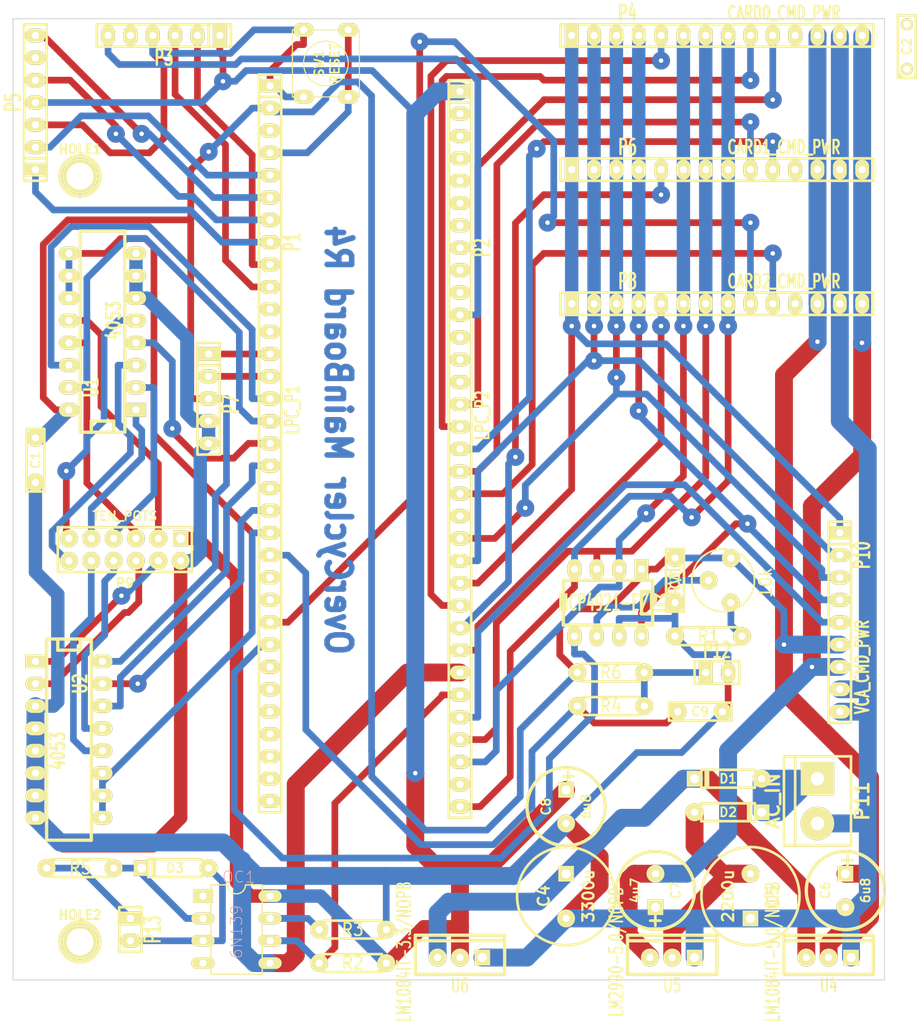
<source format=kicad_pcb>
(kicad_pcb (version 3) (host pcbnew "(2013-07-07 BZR 4022)-stable")

  (general
    (links 179)
    (no_connects 8)
    (area 23.90013 35.96513 128.651001 154.324755)
    (thickness 1.6)
    (drawings 5)
    (tracks 722)
    (zones 0)
    (modules 42)
    (nets 61)
  )

  (page A4)
  (title_block 
    (title "Overcycler main board")
    (rev 4)
    (company "GliGli's DIY")
    (comment 1 "!!! fix lpc width")
  )

  (layers
    (15 F.Cu signal)
    (0 B.Cu signal)
    (21 F.SilkS user)
    (23 F.Mask user)
    (28 Edge.Cuts user)
  )

  (setup
    (last_trace_width 0.762)
    (user_trace_width 0.762)
    (user_trace_width 1.524)
    (user_trace_width 2.032)
    (trace_clearance 0.4826)
    (zone_clearance 0.508)
    (zone_45_only no)
    (trace_min 0.254)
    (segment_width 0.2)
    (edge_width 0.1)
    (via_size 2.032)
    (via_drill 0.508)
    (via_min_size 0.889)
    (via_min_drill 0.508)
    (uvia_size 0.508)
    (uvia_drill 0.127)
    (uvias_allowed no)
    (uvia_min_size 0.508)
    (uvia_min_drill 0.127)
    (pcb_text_width 0.3)
    (pcb_text_size 1.5 1.5)
    (mod_edge_width 0.15)
    (mod_text_size 1 1)
    (mod_text_width 0.15)
    (pad_size 2.032 2.032)
    (pad_drill 0.8128)
    (pad_to_mask_clearance 0)
    (aux_axis_origin 0 0)
    (visible_elements 7FFFFFFF)
    (pcbplotparams
      (layerselection 3178497)
      (usegerberextensions true)
      (excludeedgelayer true)
      (linewidth 0.150000)
      (plotframeref false)
      (viasonmask false)
      (mode 1)
      (useauxorigin false)
      (hpglpennumber 1)
      (hpglpenspeed 20)
      (hpglpendiameter 15)
      (hpglpenoverlay 2)
      (psnegative false)
      (psa4output false)
      (plotreference true)
      (plotvalue true)
      (plotothertext true)
      (plotinvisibletext false)
      (padsonsilk false)
      (subtractmaskfromsilk false)
      (outputformat 1)
      (mirror false)
      (drillshape 1)
      (scaleselection 1)
      (outputdirectory ""))
  )

  (net 0 "")
  (net 1 +3.3V)
  (net 2 +5V)
  (net 3 -5V)
  (net 4 /AC_IN)
  (net 5 /FOOT_IN)
  (net 6 /MIDI_IN)
  (net 7 /UNR+)
  (net 8 /UNR-)
  (net 9 GND)
  (net 10 N-000001)
  (net 11 N-0000010)
  (net 12 N-0000011)
  (net 13 N-0000012)
  (net 14 N-0000013)
  (net 15 N-0000014)
  (net 16 N-0000015)
  (net 17 N-0000016)
  (net 18 N-0000017)
  (net 19 N-0000018)
  (net 20 N-0000019)
  (net 21 N-000002)
  (net 22 N-0000020)
  (net 23 N-0000021)
  (net 24 N-0000022)
  (net 25 N-0000023)
  (net 26 N-0000024)
  (net 27 N-0000025)
  (net 28 N-0000026)
  (net 29 N-0000027)
  (net 30 N-0000028)
  (net 31 N-0000029)
  (net 32 N-000003)
  (net 33 N-0000031)
  (net 34 N-0000033)
  (net 35 N-0000034)
  (net 36 N-0000035)
  (net 37 N-0000036)
  (net 38 N-0000037)
  (net 39 N-0000038)
  (net 40 N-0000039)
  (net 41 N-000004)
  (net 42 N-0000040)
  (net 43 N-0000042)
  (net 44 N-0000043)
  (net 45 N-0000044)
  (net 46 N-0000045)
  (net 47 N-0000046)
  (net 48 N-0000047)
  (net 49 N-0000048)
  (net 50 N-000005)
  (net 51 N-0000053)
  (net 52 N-0000056)
  (net 53 N-0000057)
  (net 54 N-0000058)
  (net 55 N-0000059)
  (net 56 N-000006)
  (net 57 N-0000060)
  (net 58 N-0000074)
  (net 59 N-000009)
  (net 60 N-0000090)

  (net_class Default "This is the default net class."
    (clearance 0.4826)
    (trace_width 0.762)
    (via_dia 2.032)
    (via_drill 0.508)
    (uvia_dia 0.508)
    (uvia_drill 0.127)
    (add_net "")
    (add_net +3.3V)
    (add_net +5V)
    (add_net -5V)
    (add_net /AC_IN)
    (add_net /FOOT_IN)
    (add_net /MIDI_IN)
    (add_net /UNR+)
    (add_net /UNR-)
    (add_net GND)
    (add_net N-000001)
    (add_net N-0000010)
    (add_net N-0000011)
    (add_net N-0000012)
    (add_net N-0000013)
    (add_net N-0000014)
    (add_net N-0000015)
    (add_net N-0000016)
    (add_net N-0000017)
    (add_net N-0000018)
    (add_net N-0000019)
    (add_net N-000002)
    (add_net N-0000020)
    (add_net N-0000021)
    (add_net N-0000022)
    (add_net N-0000023)
    (add_net N-0000024)
    (add_net N-0000025)
    (add_net N-0000026)
    (add_net N-0000027)
    (add_net N-0000028)
    (add_net N-0000029)
    (add_net N-000003)
    (add_net N-0000031)
    (add_net N-0000033)
    (add_net N-0000034)
    (add_net N-0000035)
    (add_net N-0000036)
    (add_net N-0000037)
    (add_net N-0000038)
    (add_net N-0000039)
    (add_net N-000004)
    (add_net N-0000040)
    (add_net N-0000042)
    (add_net N-0000043)
    (add_net N-0000044)
    (add_net N-0000045)
    (add_net N-0000046)
    (add_net N-0000047)
    (add_net N-0000048)
    (add_net N-000005)
    (add_net N-0000053)
    (add_net N-0000056)
    (add_net N-0000057)
    (add_net N-0000058)
    (add_net N-0000059)
    (add_net N-000006)
    (add_net N-0000060)
    (add_net N-0000074)
    (add_net N-000009)
    (add_net N-0000090)
  )

  (module TO220_VERT_FIXED (layer F.Cu) (tedit 52185636) (tstamp 5218577F)
    (at 118.11 144.78 90)
    (descr "Regulateur TO220 serie LM78xx")
    (tags "TR TO220")
    (path /5213E267)
    (fp_text reference U4 (at -3.175 0 180) (layer F.SilkS)
      (effects (font (size 1.524 1.016) (thickness 0.2032)))
    )
    (fp_text value LM1084IT-5.0/NOPB (at 0.635 -6.35 90) (layer F.SilkS)
      (effects (font (size 1.524 1.016) (thickness 0.2032)))
    )
    (fp_line (start 1.905 -5.08) (end 2.54 -5.08) (layer F.SilkS) (width 0.381))
    (fp_line (start 2.54 -5.08) (end 2.54 5.08) (layer F.SilkS) (width 0.381))
    (fp_line (start 2.54 5.08) (end 1.905 5.08) (layer F.SilkS) (width 0.381))
    (fp_line (start -1.905 -5.08) (end 1.905 -5.08) (layer F.SilkS) (width 0.381))
    (fp_line (start 1.905 -5.08) (end 1.905 5.08) (layer F.SilkS) (width 0.381))
    (fp_line (start 1.905 5.08) (end -1.905 5.08) (layer F.SilkS) (width 0.381))
    (fp_line (start -1.905 5.08) (end -1.905 -5.08) (layer F.SilkS) (width 0.381))
    (pad 3 thru_hole circle (at 0 -2.54 90) (size 2.032 2.032) (drill 0.8128)
      (layers *.Cu *.Mask F.SilkS)
      (net 7 /UNR+)
    )
    (pad 2 thru_hole circle (at 0 0 90) (size 2.032 2.032) (drill 0.8128)
      (layers *.Cu *.Mask F.SilkS)
      (net 2 +5V)
    )
    (pad 1 thru_hole rect (at 0 2.54 90) (size 1.778 1.778) (drill 1.016)
      (layers *.Cu *.Mask F.SilkS)
      (net 9 GND)
    )
  )

  (module SW_PUSH_SMALL (layer F.Cu) (tedit 52153B5D) (tstamp 5216508E)
    (at 60.96 43.18 90)
    (path /5213EEC8)
    (fp_text reference SW1 (at 0 -0.762 90) (layer F.SilkS)
      (effects (font (size 1.016 1.016) (thickness 0.2032)))
    )
    (fp_text value RESET (at 0 1.016 90) (layer F.SilkS)
      (effects (font (size 1.016 1.016) (thickness 0.2032)))
    )
    (fp_circle (center 0 0) (end 0 -2.54) (layer F.SilkS) (width 0.127))
    (fp_line (start -3.81 -3.81) (end 3.81 -3.81) (layer F.SilkS) (width 0.127))
    (fp_line (start 3.81 -3.81) (end 3.81 3.81) (layer F.SilkS) (width 0.127))
    (fp_line (start 3.81 3.81) (end -3.81 3.81) (layer F.SilkS) (width 0.127))
    (fp_line (start -3.81 -3.81) (end -3.81 3.81) (layer F.SilkS) (width 0.127))
    (pad 1 thru_hole oval (at 3.81 -2.54 90) (size 1.5748 2.286) (drill 0.8128)
      (layers *.Cu *.Mask F.SilkS)
      (net 9 GND)
    )
    (pad 2 thru_hole oval (at 3.81 2.54 90) (size 1.5748 2.286) (drill 0.8128)
      (layers *.Cu *.Mask F.SilkS)
      (net 60 N-0000090)
    )
    (pad 1 thru_hole oval (at -3.81 -2.54 90) (size 1.5748 2.286) (drill 0.8128)
      (layers *.Cu *.Mask F.SilkS)
      (net 9 GND)
    )
    (pad 2 thru_hole oval (at -3.81 2.54 90) (size 1.5748 2.286) (drill 0.8128)
      (layers *.Cu *.Mask F.SilkS)
      (net 60 N-0000090)
    )
  )

  (module SIL-9 (layer F.Cu) (tedit 52153C08) (tstamp 5215306D)
    (at 119.38 106.68 270)
    (descr "Connecteur 9 pins")
    (tags "CONN DEV")
    (path /5214394E)
    (fp_text reference P10 (at -7.62 -2.54 270) (layer F.SilkS)
      (effects (font (size 1.72974 1.08712) (thickness 0.3048)))
    )
    (fp_text value VCA_CMD_PWR (at 5.08 -2.54 270) (layer F.SilkS)
      (effects (font (size 1.524 1.016) (thickness 0.3048)))
    )
    (fp_line (start 11.43 -1.27) (end 11.43 1.27) (layer F.SilkS) (width 0.3048))
    (fp_line (start 11.43 1.27) (end -11.43 1.27) (layer F.SilkS) (width 0.3048))
    (fp_line (start -11.43 1.27) (end -11.43 -1.27) (layer F.SilkS) (width 0.3048))
    (fp_line (start 11.43 -1.27) (end -11.43 -1.27) (layer F.SilkS) (width 0.3048))
    (fp_line (start -8.89 -1.27) (end -8.89 1.27) (layer F.SilkS) (width 0.3048))
    (pad 1 thru_hole rect (at -10.16 0 270) (size 1.5748 2.286) (drill 0.8128)
      (layers *.Cu *.Mask F.SilkS)
      (net 42 N-0000040)
    )
    (pad 2 thru_hole oval (at -7.62 0 270) (size 1.5748 2.286) (drill 0.8128)
      (layers *.Cu *.Mask F.SilkS)
      (net 21 N-000002)
    )
    (pad 3 thru_hole oval (at -5.08 0 270) (size 1.5748 2.286) (drill 0.8128)
      (layers *.Cu *.Mask F.SilkS)
      (net 10 N-000001)
    )
    (pad 4 thru_hole oval (at -2.54 0 270) (size 1.5748 2.286) (drill 0.8128)
      (layers *.Cu *.Mask F.SilkS)
      (net 11 N-0000010)
    )
    (pad 5 thru_hole oval (at 0 0 270) (size 1.5748 2.286) (drill 0.8128)
      (layers *.Cu *.Mask F.SilkS)
      (net 12 N-0000011)
    )
    (pad 6 thru_hole oval (at 2.54 0 270) (size 1.5748 2.286) (drill 0.8128)
      (layers *.Cu *.Mask F.SilkS)
      (net 2 +5V)
    )
    (pad 7 thru_hole oval (at 5.08 0 270) (size 1.5748 2.286) (drill 0.8128)
      (layers *.Cu *.Mask F.SilkS)
      (net 3 -5V)
    )
    (pad 8 thru_hole oval (at 7.62 0 270) (size 1.5748 2.286) (drill 0.8128)
      (layers *.Cu *.Mask F.SilkS)
      (net 9 GND)
    )
    (pad 9 thru_hole oval (at 10.16 0 270) (size 1.5748 2.286) (drill 0.8128)
      (layers *.Cu *.Mask F.SilkS)
      (net 9 GND)
    )
  )

  (module SIL-7 (layer F.Cu) (tedit 52153BF3) (tstamp 52155408)
    (at 27.94 47.625 90)
    (descr "Connecteur 7 pins")
    (tags "CONN DEV")
    (path /5213EBBE)
    (fp_text reference P5 (at 0 -2.54 90) (layer F.SilkS)
      (effects (font (size 1.72974 1.08712) (thickness 0.3048)))
    )
    (fp_text value SDCARD (at 0 -2.54 90) (layer F.SilkS) hide
      (effects (font (size 1.524 1.016) (thickness 0.3048)))
    )
    (fp_line (start -8.89 -1.27) (end -8.89 -1.27) (layer F.SilkS) (width 0.3048))
    (fp_line (start -8.89 -1.27) (end 8.89 -1.27) (layer F.SilkS) (width 0.3048))
    (fp_line (start 8.89 -1.27) (end 8.89 1.27) (layer F.SilkS) (width 0.3048))
    (fp_line (start 8.89 1.27) (end -8.89 1.27) (layer F.SilkS) (width 0.3048))
    (fp_line (start -8.89 1.27) (end -8.89 -1.27) (layer F.SilkS) (width 0.3048))
    (fp_line (start -6.35 1.27) (end -6.35 1.27) (layer F.SilkS) (width 0.3048))
    (fp_line (start -6.35 1.27) (end -6.35 -1.27) (layer F.SilkS) (width 0.3048))
    (pad 1 thru_hole rect (at -7.62 0 90) (size 1.5748 2.286) (drill 0.8128)
      (layers *.Cu *.Mask F.SilkS)
      (net 55 N-0000059)
    )
    (pad 2 thru_hole oval (at -5.08 0 90) (size 1.5748 2.286) (drill 0.8128)
      (layers *.Cu *.Mask F.SilkS)
      (net 52 N-0000056)
    )
    (pad 3 thru_hole oval (at -2.54 0 90) (size 1.5748 2.286) (drill 0.8128)
      (layers *.Cu *.Mask F.SilkS)
      (net 9 GND)
    )
    (pad 4 thru_hole oval (at 0 0 90) (size 1.5748 2.286) (drill 0.8128)
      (layers *.Cu *.Mask F.SilkS)
      (net 1 +3.3V)
    )
    (pad 5 thru_hole oval (at 2.54 0 90) (size 1.5748 2.286) (drill 0.8128)
      (layers *.Cu *.Mask F.SilkS)
      (net 54 N-0000058)
    )
    (pad 6 thru_hole oval (at 5.08 0 90) (size 1.5748 2.286) (drill 0.8128)
      (layers *.Cu *.Mask F.SilkS)
    )
    (pad 7 thru_hole oval (at 7.62 0 90) (size 1.5748 2.286) (drill 0.8128)
      (layers *.Cu *.Mask F.SilkS)
      (net 53 N-0000057)
    )
  )

  (module SIL-6 (layer F.Cu) (tedit 52153C0D) (tstamp 52157BF9)
    (at 42.545 40.005 180)
    (descr "Connecteur 6 pins")
    (tags "CONN DEV")
    (path /5213EBAF)
    (fp_text reference P3 (at 0 -2.54 180) (layer F.SilkS)
      (effects (font (size 1.72974 1.08712) (thickness 0.3048)))
    )
    (fp_text value FT232 (at 0 -2.54 180) (layer F.SilkS) hide
      (effects (font (size 1.524 1.016) (thickness 0.3048)))
    )
    (fp_line (start -7.62 1.27) (end -7.62 -1.27) (layer F.SilkS) (width 0.3048))
    (fp_line (start -7.62 -1.27) (end 7.62 -1.27) (layer F.SilkS) (width 0.3048))
    (fp_line (start 7.62 -1.27) (end 7.62 1.27) (layer F.SilkS) (width 0.3048))
    (fp_line (start 7.62 1.27) (end -7.62 1.27) (layer F.SilkS) (width 0.3048))
    (fp_line (start -5.08 1.27) (end -5.08 -1.27) (layer F.SilkS) (width 0.3048))
    (pad 1 thru_hole rect (at -6.35 0 180) (size 1.5748 2.286) (drill 0.8128)
      (layers *.Cu *.Mask F.SilkS)
      (net 1 +3.3V)
    )
    (pad 2 thru_hole oval (at -3.81 0 180) (size 1.5748 2.286) (drill 0.8128)
      (layers *.Cu *.Mask F.SilkS)
      (net 51 N-0000053)
    )
    (pad 3 thru_hole oval (at -1.27 0 180) (size 1.5748 2.286) (drill 0.8128)
      (layers *.Cu *.Mask F.SilkS)
      (net 57 N-0000060)
    )
    (pad 4 thru_hole oval (at 1.27 0 180) (size 1.5748 2.286) (drill 0.8128)
      (layers *.Cu *.Mask F.SilkS)
      (net 9 GND)
    )
    (pad 5 thru_hole oval (at 3.81 0 180) (size 1.5748 2.286) (drill 0.8128)
      (layers *.Cu *.Mask F.SilkS)
    )
    (pad 6 thru_hole oval (at 6.35 0 180) (size 1.5748 2.286) (drill 0.8128)
      (layers *.Cu *.Mask F.SilkS)
      (net 58 N-0000074)
    )
  )

  (module SIL-5 (layer F.Cu) (tedit 52153BFA) (tstamp 52157BCB)
    (at 47.625 82.55 270)
    (descr "Connecteur 5 pins")
    (tags "CONN DEV")
    (path /5213F932)
    (fp_text reference P7 (at -0.635 -2.54 270) (layer F.SilkS)
      (effects (font (size 1.72974 1.08712) (thickness 0.3048)))
    )
    (fp_text value SCREEN (at 0 -2.54 270) (layer F.SilkS) hide
      (effects (font (size 1.524 1.016) (thickness 0.3048)))
    )
    (fp_line (start -7.62 1.27) (end -7.62 -1.27) (layer F.SilkS) (width 0.3048))
    (fp_line (start -7.62 -1.27) (end 5.08 -1.27) (layer F.SilkS) (width 0.3048))
    (fp_line (start 5.08 -1.27) (end 5.08 1.27) (layer F.SilkS) (width 0.3048))
    (fp_line (start 5.08 1.27) (end -7.62 1.27) (layer F.SilkS) (width 0.3048))
    (fp_line (start -5.08 1.27) (end -5.08 -1.27) (layer F.SilkS) (width 0.3048))
    (pad 1 thru_hole rect (at -6.35 0 270) (size 1.5748 2.286) (drill 0.8128)
      (layers *.Cu *.Mask F.SilkS)
      (net 20 N-0000019)
    )
    (pad 2 thru_hole oval (at -3.81 0 270) (size 1.5748 2.286) (drill 0.8128)
      (layers *.Cu *.Mask F.SilkS)
      (net 22 N-0000020)
    )
    (pad 3 thru_hole oval (at -1.27 0 270) (size 1.5748 2.286) (drill 0.8128)
      (layers *.Cu *.Mask F.SilkS)
      (net 2 +5V)
    )
    (pad 4 thru_hole oval (at 1.27 0 270) (size 1.5748 2.286) (drill 0.8128)
      (layers *.Cu *.Mask F.SilkS)
      (net 9 GND)
    )
    (pad 5 thru_hole oval (at 3.81 0 270) (size 1.5748 2.286) (drill 0.8128)
      (layers *.Cu *.Mask F.SilkS)
      (net 9 GND)
    )
  )

  (module SIL-33 (layer F.Cu) (tedit 52153BEC) (tstamp 52153670)
    (at 76.2 78.105 270)
    (descr "Connecteur 33 pins")
    (tags "CONN DEV")
    (path /5213EAA0)
    (fp_text reference P2 (at -13.97 -2.54 270) (layer F.SilkS)
      (effects (font (size 1.72974 1.08712) (thickness 0.27178)))
    )
    (fp_text value LPC_P2 (at 5.08 -2.54 450) (layer F.SilkS)
      (effects (font (size 1.524 1.016) (thickness 0.3048)))
    )
    (fp_line (start 50.8 1.27) (end -33.02 1.27) (layer F.SilkS) (width 0.3048))
    (fp_line (start -33.02 1.27) (end -33.02 -1.27) (layer F.SilkS) (width 0.3048))
    (fp_line (start -33.02 -1.27) (end 50.8 -1.27) (layer F.SilkS) (width 0.3048))
    (fp_line (start 50.8 -1.27) (end 50.8 1.27) (layer F.SilkS) (width 0.3048))
    (fp_line (start 33.02 1.27) (end -33.02 1.27) (layer F.SilkS) (width 0.3048))
    (fp_line (start -30.48 -1.27) (end -30.48 1.27) (layer F.SilkS) (width 0.3048))
    (pad 25 thru_hole oval (at 29.21 0 270) (size 1.5748 2.286) (drill 0.8128)
      (layers *.Cu *.Mask F.SilkS)
      (net 38 N-0000037)
    )
    (pad 24 thru_hole oval (at 26.67 0 270) (size 1.5748 2.286) (drill 0.8128)
      (layers *.Cu *.Mask F.SilkS)
      (net 37 N-0000036)
    )
    (pad 23 thru_hole oval (at 24.13 0 270) (size 1.5748 2.286) (drill 0.8128)
      (layers *.Cu *.Mask F.SilkS)
      (net 42 N-0000040)
    )
    (pad 22 thru_hole oval (at 21.59 0 270) (size 1.5748 2.286) (drill 0.8128)
      (layers *.Cu *.Mask F.SilkS)
      (net 21 N-000002)
    )
    (pad 22 thru_hole oval (at 21.59 0 270) (size 1.5748 2.286) (drill 0.8128)
      (layers *.Cu *.Mask F.SilkS)
      (net 21 N-000002)
    )
    (pad 23 thru_hole oval (at 24.13 0 270) (size 1.5748 2.286) (drill 0.8128)
      (layers *.Cu *.Mask F.SilkS)
      (net 42 N-0000040)
    )
    (pad 24 thru_hole oval (at 26.67 0 270) (size 1.5748 2.286) (drill 0.8128)
      (layers *.Cu *.Mask F.SilkS)
      (net 37 N-0000036)
    )
    (pad 25 thru_hole oval (at 29.21 0 270) (size 1.5748 2.286) (drill 0.8128)
      (layers *.Cu *.Mask F.SilkS)
      (net 38 N-0000037)
    )
    (pad 26 thru_hole oval (at 31.75 0 270) (size 1.5748 2.286) (drill 0.8128)
      (layers *.Cu *.Mask F.SilkS)
      (net 39 N-0000038)
    )
    (pad 25 thru_hole oval (at 29.21 0 270) (size 1.5748 2.286) (drill 0.8128)
      (layers *.Cu *.Mask F.SilkS)
      (net 38 N-0000037)
    )
    (pad 24 thru_hole oval (at 26.67 0 270) (size 1.5748 2.286) (drill 0.8128)
      (layers *.Cu *.Mask F.SilkS)
      (net 37 N-0000036)
    )
    (pad 23 thru_hole oval (at 24.13 0 270) (size 1.5748 2.286) (drill 0.8128)
      (layers *.Cu *.Mask F.SilkS)
      (net 42 N-0000040)
    )
    (pad 22 thru_hole oval (at 21.59 0 270) (size 1.5748 2.286) (drill 0.8128)
      (layers *.Cu *.Mask F.SilkS)
      (net 21 N-000002)
    )
    (pad 1 thru_hole rect (at -31.75 0 270) (size 1.5748 2.286) (drill 0.8128)
      (layers *.Cu *.Mask F.SilkS)
      (net 1 +3.3V)
    )
    (pad 2 thru_hole oval (at -29.21 0 270) (size 1.5748 2.286) (drill 0.8128)
      (layers *.Cu *.Mask F.SilkS)
    )
    (pad 3 thru_hole oval (at -26.67 0 270) (size 1.5748 2.286) (drill 0.8128)
      (layers *.Cu *.Mask F.SilkS)
    )
    (pad 4 thru_hole oval (at -24.13 0 270) (size 1.5748 2.286) (drill 0.8128)
      (layers *.Cu *.Mask F.SilkS)
    )
    (pad 5 thru_hole oval (at -21.59 0 270) (size 1.5748 2.286) (drill 0.8128)
      (layers *.Cu *.Mask F.SilkS)
    )
    (pad 6 thru_hole oval (at -19.05 0 270) (size 1.5748 2.286) (drill 0.8128)
      (layers *.Cu *.Mask F.SilkS)
    )
    (pad 7 thru_hole oval (at -16.51 0 270) (size 1.5748 2.286) (drill 0.8128)
      (layers *.Cu *.Mask F.SilkS)
    )
    (pad 8 thru_hole oval (at -13.97 0 270) (size 1.5748 2.286) (drill 0.8128)
      (layers *.Cu *.Mask F.SilkS)
    )
    (pad 9 thru_hole oval (at -11.43 0 270) (size 1.5748 2.286) (drill 0.8128)
      (layers *.Cu *.Mask F.SilkS)
    )
    (pad 10 thru_hole oval (at -8.89 0 270) (size 1.5748 2.286) (drill 0.8128)
      (layers *.Cu *.Mask F.SilkS)
    )
    (pad 11 thru_hole oval (at -6.35 0 270) (size 1.5748 2.286) (drill 0.8128)
      (layers *.Cu *.Mask F.SilkS)
      (net 58 N-0000074)
    )
    (pad 12 thru_hole oval (at -3.81 0 270) (size 1.5748 2.286) (drill 0.8128)
      (layers *.Cu *.Mask F.SilkS)
    )
    (pad 13 thru_hole oval (at -1.27 0 270) (size 1.5748 2.286) (drill 0.8128)
      (layers *.Cu *.Mask F.SilkS)
    )
    (pad 14 thru_hole oval (at 1.27 0 270) (size 1.5748 2.286) (drill 0.8128)
      (layers *.Cu *.Mask F.SilkS)
    )
    (pad 15 thru_hole oval (at 3.81 0 270) (size 1.5748 2.286) (drill 0.8128)
      (layers *.Cu *.Mask F.SilkS)
      (net 36 N-0000035)
    )
    (pad 16 thru_hole oval (at 6.35 0 270) (size 1.5748 2.286) (drill 0.8128)
      (layers *.Cu *.Mask F.SilkS)
      (net 40 N-0000039)
    )
    (pad 17 thru_hole oval (at 8.89 0 270) (size 1.5748 2.286) (drill 0.8128)
      (layers *.Cu *.Mask F.SilkS)
      (net 46 N-0000045)
    )
    (pad 18 thru_hole oval (at 11.43 0 270) (size 1.5748 2.286) (drill 0.8128)
      (layers *.Cu *.Mask F.SilkS)
      (net 47 N-0000046)
    )
    (pad 19 thru_hole oval (at 13.97 0 270) (size 1.5748 2.286) (drill 0.8128)
      (layers *.Cu *.Mask F.SilkS)
      (net 48 N-0000047)
    )
    (pad 20 thru_hole oval (at 16.51 0 270) (size 1.5748 2.286) (drill 0.8128)
      (layers *.Cu *.Mask F.SilkS)
    )
    (pad 21 thru_hole oval (at 19.05 0 270) (size 1.5748 2.286) (drill 0.8128)
      (layers *.Cu *.Mask F.SilkS)
      (net 10 N-000001)
    )
    (pad 22 thru_hole oval (at 21.59 0 270) (size 1.5748 2.286) (drill 0.8128)
      (layers *.Cu *.Mask F.SilkS)
      (net 21 N-000002)
    )
    (pad 23 thru_hole oval (at 24.13 0 270) (size 1.5748 2.286) (drill 0.8128)
      (layers *.Cu *.Mask F.SilkS)
      (net 42 N-0000040)
    )
    (pad 24 thru_hole oval (at 26.67 0 270) (size 1.5748 2.286) (drill 0.8128)
      (layers *.Cu *.Mask F.SilkS)
      (net 37 N-0000036)
    )
    (pad 25 thru_hole oval (at 29.21 0 270) (size 1.5748 2.286) (drill 0.8128)
      (layers *.Cu *.Mask F.SilkS)
      (net 38 N-0000037)
    )
    (pad 26 thru_hole oval (at 31.75 0 270) (size 1.5748 2.286) (drill 0.8128)
      (layers *.Cu *.Mask F.SilkS)
      (net 39 N-0000038)
    )
    (pad 27 thru_hole oval (at 34.29 0 270) (size 1.5748 2.286) (drill 0.8128)
      (layers *.Cu *.Mask F.SilkS)
      (net 9 GND)
    )
    (pad 28 thru_hole oval (at 36.83 0 270) (size 1.5748 2.286) (drill 0.8128)
      (layers *.Cu *.Mask F.SilkS)
      (net 6 /MIDI_IN)
    )
    (pad 29 thru_hole oval (at 39.37 0 270) (size 1.5748 2.286) (drill 0.8128)
      (layers *.Cu *.Mask F.SilkS)
      (net 12 N-0000011)
    )
    (pad 30 thru_hole oval (at 41.91 0 270) (size 1.5748 2.286) (drill 0.8128)
      (layers *.Cu *.Mask F.SilkS)
      (net 41 N-000004)
    )
    (pad 31 thru_hole oval (at 44.45 0 270) (size 1.5748 2.286) (drill 0.8128)
      (layers *.Cu *.Mask F.SilkS)
      (net 50 N-000005)
    )
    (pad 32 thru_hole oval (at 46.99 0 270) (size 1.5748 2.286) (drill 0.8128)
      (layers *.Cu *.Mask F.SilkS)
    )
    (pad 33 thru_hole oval (at 49.53 0 270) (size 1.5748 2.286) (drill 0.8128)
      (layers *.Cu *.Mask F.SilkS)
      (net 32 N-000003)
    )
  )

  (module SIL-33 (layer F.Cu) (tedit 52153BEF) (tstamp 52153637)
    (at 54.61 77.47 270)
    (descr "Connecteur 33 pins")
    (tags "CONN DEV")
    (path /5213EA91)
    (fp_text reference P1 (at -13.97 -2.54 270) (layer F.SilkS)
      (effects (font (size 1.72974 1.08712) (thickness 0.27178)))
    )
    (fp_text value LPC_P1 (at 5.08 -2.54 450) (layer F.SilkS)
      (effects (font (size 1.524 1.016) (thickness 0.3048)))
    )
    (fp_line (start 50.8 1.27) (end -33.02 1.27) (layer F.SilkS) (width 0.3048))
    (fp_line (start -33.02 1.27) (end -33.02 -1.27) (layer F.SilkS) (width 0.3048))
    (fp_line (start -33.02 -1.27) (end 50.8 -1.27) (layer F.SilkS) (width 0.3048))
    (fp_line (start 50.8 -1.27) (end 50.8 1.27) (layer F.SilkS) (width 0.3048))
    (fp_line (start 33.02 1.27) (end -33.02 1.27) (layer F.SilkS) (width 0.3048))
    (fp_line (start -30.48 -1.27) (end -30.48 1.27) (layer F.SilkS) (width 0.3048))
    (pad 25 thru_hole oval (at 29.21 0 270) (size 1.5748 2.286) (drill 0.8128)
      (layers *.Cu *.Mask F.SilkS)
      (net 44 N-0000043)
    )
    (pad 24 thru_hole oval (at 26.67 0 270) (size 1.5748 2.286) (drill 0.8128)
      (layers *.Cu *.Mask F.SilkS)
    )
    (pad 23 thru_hole oval (at 24.13 0 270) (size 1.5748 2.286) (drill 0.8128)
      (layers *.Cu *.Mask F.SilkS)
    )
    (pad 22 thru_hole oval (at 21.59 0 270) (size 1.5748 2.286) (drill 0.8128)
      (layers *.Cu *.Mask F.SilkS)
      (net 5 /FOOT_IN)
    )
    (pad 22 thru_hole oval (at 21.59 0 270) (size 1.5748 2.286) (drill 0.8128)
      (layers *.Cu *.Mask F.SilkS)
      (net 5 /FOOT_IN)
    )
    (pad 23 thru_hole oval (at 24.13 0 270) (size 1.5748 2.286) (drill 0.8128)
      (layers *.Cu *.Mask F.SilkS)
    )
    (pad 24 thru_hole oval (at 26.67 0 270) (size 1.5748 2.286) (drill 0.8128)
      (layers *.Cu *.Mask F.SilkS)
    )
    (pad 25 thru_hole oval (at 29.21 0 270) (size 1.5748 2.286) (drill 0.8128)
      (layers *.Cu *.Mask F.SilkS)
      (net 44 N-0000043)
    )
    (pad 26 thru_hole oval (at 31.75 0 270) (size 1.5748 2.286) (drill 0.8128)
      (layers *.Cu *.Mask F.SilkS)
      (net 45 N-0000044)
    )
    (pad 25 thru_hole oval (at 29.21 0 270) (size 1.5748 2.286) (drill 0.8128)
      (layers *.Cu *.Mask F.SilkS)
      (net 44 N-0000043)
    )
    (pad 24 thru_hole oval (at 26.67 0 270) (size 1.5748 2.286) (drill 0.8128)
      (layers *.Cu *.Mask F.SilkS)
    )
    (pad 23 thru_hole oval (at 24.13 0 270) (size 1.5748 2.286) (drill 0.8128)
      (layers *.Cu *.Mask F.SilkS)
    )
    (pad 22 thru_hole oval (at 21.59 0 270) (size 1.5748 2.286) (drill 0.8128)
      (layers *.Cu *.Mask F.SilkS)
      (net 5 /FOOT_IN)
    )
    (pad 1 thru_hole rect (at -31.75 0 270) (size 1.5748 2.286) (drill 0.8128)
      (layers *.Cu *.Mask F.SilkS)
      (net 9 GND)
    )
    (pad 2 thru_hole oval (at -29.21 0 270) (size 1.5748 2.286) (drill 0.8128)
      (layers *.Cu *.Mask F.SilkS)
      (net 2 +5V)
    )
    (pad 3 thru_hole oval (at -26.67 0 270) (size 1.5748 2.286) (drill 0.8128)
      (layers *.Cu *.Mask F.SilkS)
    )
    (pad 4 thru_hole oval (at -24.13 0 270) (size 1.5748 2.286) (drill 0.8128)
      (layers *.Cu *.Mask F.SilkS)
      (net 60 N-0000090)
    )
    (pad 5 thru_hole oval (at -21.59 0 270) (size 1.5748 2.286) (drill 0.8128)
      (layers *.Cu *.Mask F.SilkS)
      (net 52 N-0000056)
    )
    (pad 6 thru_hole oval (at -19.05 0 270) (size 1.5748 2.286) (drill 0.8128)
      (layers *.Cu *.Mask F.SilkS)
      (net 53 N-0000057)
    )
    (pad 7 thru_hole oval (at -16.51 0 270) (size 1.5748 2.286) (drill 0.8128)
      (layers *.Cu *.Mask F.SilkS)
      (net 54 N-0000058)
    )
    (pad 8 thru_hole oval (at -13.97 0 270) (size 1.5748 2.286) (drill 0.8128)
      (layers *.Cu *.Mask F.SilkS)
      (net 55 N-0000059)
    )
    (pad 9 thru_hole oval (at -11.43 0 270) (size 1.5748 2.286) (drill 0.8128)
      (layers *.Cu *.Mask F.SilkS)
      (net 51 N-0000053)
    )
    (pad 10 thru_hole oval (at -8.89 0 270) (size 1.5748 2.286) (drill 0.8128)
      (layers *.Cu *.Mask F.SilkS)
      (net 57 N-0000060)
    )
    (pad 11 thru_hole oval (at -6.35 0 270) (size 1.5748 2.286) (drill 0.8128)
      (layers *.Cu *.Mask F.SilkS)
    )
    (pad 12 thru_hole oval (at -3.81 0 270) (size 1.5748 2.286) (drill 0.8128)
      (layers *.Cu *.Mask F.SilkS)
    )
    (pad 13 thru_hole oval (at -1.27 0 270) (size 1.5748 2.286) (drill 0.8128)
      (layers *.Cu *.Mask F.SilkS)
      (net 20 N-0000019)
    )
    (pad 14 thru_hole oval (at 1.27 0 270) (size 1.5748 2.286) (drill 0.8128)
      (layers *.Cu *.Mask F.SilkS)
      (net 22 N-0000020)
    )
    (pad 15 thru_hole oval (at 3.81 0 270) (size 1.5748 2.286) (drill 0.8128)
      (layers *.Cu *.Mask F.SilkS)
      (net 16 N-0000015)
    )
    (pad 16 thru_hole oval (at 6.35 0 270) (size 1.5748 2.286) (drill 0.8128)
      (layers *.Cu *.Mask F.SilkS)
      (net 17 N-0000016)
    )
    (pad 17 thru_hole oval (at 8.89 0 270) (size 1.5748 2.286) (drill 0.8128)
      (layers *.Cu *.Mask F.SilkS)
      (net 15 N-0000014)
    )
    (pad 18 thru_hole oval (at 11.43 0 270) (size 1.5748 2.286) (drill 0.8128)
      (layers *.Cu *.Mask F.SilkS)
      (net 18 N-0000017)
    )
    (pad 19 thru_hole oval (at 13.97 0 270) (size 1.5748 2.286) (drill 0.8128)
      (layers *.Cu *.Mask F.SilkS)
    )
    (pad 20 thru_hole oval (at 16.51 0 270) (size 1.5748 2.286) (drill 0.8128)
      (layers *.Cu *.Mask F.SilkS)
      (net 19 N-0000018)
    )
    (pad 21 thru_hole oval (at 19.05 0 270) (size 1.5748 2.286) (drill 0.8128)
      (layers *.Cu *.Mask F.SilkS)
      (net 30 N-0000028)
    )
    (pad 22 thru_hole oval (at 21.59 0 270) (size 1.5748 2.286) (drill 0.8128)
      (layers *.Cu *.Mask F.SilkS)
      (net 5 /FOOT_IN)
    )
    (pad 23 thru_hole oval (at 24.13 0 270) (size 1.5748 2.286) (drill 0.8128)
      (layers *.Cu *.Mask F.SilkS)
    )
    (pad 24 thru_hole oval (at 26.67 0 270) (size 1.5748 2.286) (drill 0.8128)
      (layers *.Cu *.Mask F.SilkS)
    )
    (pad 25 thru_hole oval (at 29.21 0 270) (size 1.5748 2.286) (drill 0.8128)
      (layers *.Cu *.Mask F.SilkS)
      (net 44 N-0000043)
    )
    (pad 26 thru_hole oval (at 31.75 0 270) (size 1.5748 2.286) (drill 0.8128)
      (layers *.Cu *.Mask F.SilkS)
      (net 45 N-0000044)
    )
    (pad 27 thru_hole oval (at 34.29 0 270) (size 1.5748 2.286) (drill 0.8128)
      (layers *.Cu *.Mask F.SilkS)
    )
    (pad 28 thru_hole oval (at 36.83 0 270) (size 1.5748 2.286) (drill 0.8128)
      (layers *.Cu *.Mask F.SilkS)
    )
    (pad 29 thru_hole oval (at 39.37 0 270) (size 1.5748 2.286) (drill 0.8128)
      (layers *.Cu *.Mask F.SilkS)
    )
    (pad 30 thru_hole oval (at 41.91 0 270) (size 1.5748 2.286) (drill 0.8128)
      (layers *.Cu *.Mask F.SilkS)
    )
    (pad 31 thru_hole oval (at 44.45 0 270) (size 1.5748 2.286) (drill 0.8128)
      (layers *.Cu *.Mask F.SilkS)
    )
    (pad 32 thru_hole oval (at 46.99 0 270) (size 1.5748 2.286) (drill 0.8128)
      (layers *.Cu *.Mask F.SilkS)
    )
    (pad 33 thru_hole oval (at 49.53 0 270) (size 1.5748 2.286) (drill 0.8128)
      (layers *.Cu *.Mask F.SilkS)
    )
  )

  (module SIL-2 (layer F.Cu) (tedit 52153C03) (tstamp 52153116)
    (at 38.735 141.605 270)
    (descr "Connecteurs 2 pins")
    (tags "CONN DEV")
    (path /5213EBFF)
    (fp_text reference P13 (at 0 -2.54 270) (layer F.SilkS)
      (effects (font (size 1.72974 1.08712) (thickness 0.3048)))
    )
    (fp_text value MIDI_IN (at 0 -2.54 270) (layer F.SilkS) hide
      (effects (font (size 1.524 1.016) (thickness 0.3048)))
    )
    (fp_line (start -2.54 1.27) (end -2.54 -1.27) (layer F.SilkS) (width 0.3048))
    (fp_line (start -2.54 -1.27) (end 2.54 -1.27) (layer F.SilkS) (width 0.3048))
    (fp_line (start 2.54 -1.27) (end 2.54 1.27) (layer F.SilkS) (width 0.3048))
    (fp_line (start 2.54 1.27) (end -2.54 1.27) (layer F.SilkS) (width 0.3048))
    (pad 1 thru_hole rect (at -1.27 0 270) (size 1.5748 2.286) (drill 0.8128)
      (layers *.Cu *.Mask F.SilkS)
      (net 43 N-0000042)
    )
    (pad 2 thru_hole oval (at 1.27 0 270) (size 1.5748 2.286) (drill 0.8128)
      (layers *.Cu *.Mask F.SilkS)
      (net 14 N-0000013)
    )
  )

  (module SIL-2 (layer F.Cu) (tedit 52153BFF) (tstamp 52153120)
    (at 105.41 112.395)
    (descr "Connecteurs 2 pins")
    (tags "CONN DEV")
    (path /5215A716)
    (fp_text reference P12 (at 0 -2.54) (layer F.SilkS)
      (effects (font (size 1.72974 1.08712) (thickness 0.3048)))
    )
    (fp_text value FOOT_IN (at 0 -2.54) (layer F.SilkS) hide
      (effects (font (size 1.524 1.016) (thickness 0.3048)))
    )
    (fp_line (start -2.54 1.27) (end -2.54 -1.27) (layer F.SilkS) (width 0.3048))
    (fp_line (start -2.54 -1.27) (end 2.54 -1.27) (layer F.SilkS) (width 0.3048))
    (fp_line (start 2.54 -1.27) (end 2.54 1.27) (layer F.SilkS) (width 0.3048))
    (fp_line (start 2.54 1.27) (end -2.54 1.27) (layer F.SilkS) (width 0.3048))
    (pad 1 thru_hole rect (at -1.27 0) (size 1.5748 2.286) (drill 0.8128)
      (layers *.Cu *.Mask F.SilkS)
      (net 49 N-0000048)
    )
    (pad 2 thru_hole oval (at 1.27 0) (size 1.5748 2.286) (drill 0.8128)
      (layers *.Cu *.Mask F.SilkS)
      (net 9 GND)
    )
  )

  (module SIL-14 (layer F.Cu) (tedit 52153BE4) (tstamp 521536CC)
    (at 105.41 55.245)
    (descr "Connecteur 14 pins")
    (tags "CONN DEV")
    (path /521425A6)
    (fp_text reference P6 (at -10.16 -2.54) (layer F.SilkS)
      (effects (font (size 1.72974 1.08712) (thickness 0.3048)))
    )
    (fp_text value CARD1_CMD_PWR (at 7.62 -2.54) (layer F.SilkS)
      (effects (font (size 1.524 1.016) (thickness 0.3048)))
    )
    (fp_line (start -17.78 -1.27) (end 17.78 -1.27) (layer F.SilkS) (width 0.3048))
    (fp_line (start 17.78 -1.27) (end 17.78 1.27) (layer F.SilkS) (width 0.3048))
    (fp_line (start 17.78 1.27) (end -17.78 1.27) (layer F.SilkS) (width 0.3048))
    (fp_line (start -17.78 1.27) (end -17.78 -1.27) (layer F.SilkS) (width 0.3048))
    (pad 1 thru_hole rect (at -16.51 0) (size 1.5748 2.286) (drill 0.8128)
      (layers *.Cu *.Mask F.SilkS)
      (net 42 N-0000040)
    )
    (pad 2 thru_hole oval (at -13.97 0) (size 1.5748 2.286) (drill 0.8128)
      (layers *.Cu *.Mask F.SilkS)
      (net 21 N-000002)
    )
    (pad 3 thru_hole oval (at -11.43 0) (size 1.5748 2.286) (drill 0.8128)
      (layers *.Cu *.Mask F.SilkS)
      (net 10 N-000001)
    )
    (pad 4 thru_hole oval (at -8.89 0) (size 1.5748 2.286) (drill 0.8128)
      (layers *.Cu *.Mask F.SilkS)
      (net 11 N-0000010)
    )
    (pad 5 thru_hole oval (at -6.35 0) (size 1.5748 2.286) (drill 0.8128)
      (layers *.Cu *.Mask F.SilkS)
      (net 38 N-0000037)
    )
    (pad 6 thru_hole oval (at -3.81 0) (size 1.5748 2.286) (drill 0.8128)
      (layers *.Cu *.Mask F.SilkS)
      (net 50 N-000005)
    )
    (pad 7 thru_hole oval (at -1.27 0) (size 1.5748 2.286) (drill 0.8128)
      (layers *.Cu *.Mask F.SilkS)
      (net 41 N-000004)
    )
    (pad 8 thru_hole oval (at 1.27 0) (size 1.5748 2.286) (drill 0.8128)
      (layers *.Cu *.Mask F.SilkS)
      (net 32 N-000003)
    )
    (pad 9 thru_hole oval (at 3.81 0) (size 1.5748 2.286) (drill 0.8128)
      (layers *.Cu *.Mask F.SilkS)
      (net 47 N-0000046)
    )
    (pad 10 thru_hole oval (at 6.35 0) (size 1.5748 2.286) (drill 0.8128)
      (layers *.Cu *.Mask F.SilkS)
      (net 46 N-0000045)
    )
    (pad 11 thru_hole oval (at 8.89 0) (size 1.5748 2.286) (drill 0.8128)
      (layers *.Cu *.Mask F.SilkS)
    )
    (pad 12 thru_hole oval (at 11.43 0) (size 1.5748 2.286) (drill 0.8128)
      (layers *.Cu *.Mask F.SilkS)
      (net 2 +5V)
    )
    (pad 13 thru_hole oval (at 13.97 0) (size 1.5748 2.286) (drill 0.8128)
      (layers *.Cu *.Mask F.SilkS)
      (net 9 GND)
    )
    (pad 14 thru_hole oval (at 16.51 0) (size 1.5748 2.286) (drill 0.8128)
      (layers *.Cu *.Mask F.SilkS)
      (net 3 -5V)
    )
  )

  (module SIL-14 (layer F.Cu) (tedit 52153BE7) (tstamp 521536E3)
    (at 105.41 70.485)
    (descr "Connecteur 14 pins")
    (tags "CONN DEV")
    (path /521425AC)
    (fp_text reference P8 (at -10.16 -2.54) (layer F.SilkS)
      (effects (font (size 1.72974 1.08712) (thickness 0.3048)))
    )
    (fp_text value CARD2_CMD_PWR (at 7.62 -2.54) (layer F.SilkS)
      (effects (font (size 1.524 1.016) (thickness 0.3048)))
    )
    (fp_line (start -17.78 -1.27) (end 17.78 -1.27) (layer F.SilkS) (width 0.3048))
    (fp_line (start 17.78 -1.27) (end 17.78 1.27) (layer F.SilkS) (width 0.3048))
    (fp_line (start 17.78 1.27) (end -17.78 1.27) (layer F.SilkS) (width 0.3048))
    (fp_line (start -17.78 1.27) (end -17.78 -1.27) (layer F.SilkS) (width 0.3048))
    (pad 1 thru_hole rect (at -16.51 0) (size 1.5748 2.286) (drill 0.8128)
      (layers *.Cu *.Mask F.SilkS)
      (net 42 N-0000040)
    )
    (pad 2 thru_hole oval (at -13.97 0) (size 1.5748 2.286) (drill 0.8128)
      (layers *.Cu *.Mask F.SilkS)
      (net 21 N-000002)
    )
    (pad 3 thru_hole oval (at -11.43 0) (size 1.5748 2.286) (drill 0.8128)
      (layers *.Cu *.Mask F.SilkS)
      (net 10 N-000001)
    )
    (pad 4 thru_hole oval (at -8.89 0) (size 1.5748 2.286) (drill 0.8128)
      (layers *.Cu *.Mask F.SilkS)
      (net 11 N-0000010)
    )
    (pad 5 thru_hole oval (at -6.35 0) (size 1.5748 2.286) (drill 0.8128)
      (layers *.Cu *.Mask F.SilkS)
      (net 39 N-0000038)
    )
    (pad 6 thru_hole oval (at -3.81 0) (size 1.5748 2.286) (drill 0.8128)
      (layers *.Cu *.Mask F.SilkS)
      (net 50 N-000005)
    )
    (pad 7 thru_hole oval (at -1.27 0) (size 1.5748 2.286) (drill 0.8128)
      (layers *.Cu *.Mask F.SilkS)
      (net 41 N-000004)
    )
    (pad 8 thru_hole oval (at 1.27 0) (size 1.5748 2.286) (drill 0.8128)
      (layers *.Cu *.Mask F.SilkS)
      (net 32 N-000003)
    )
    (pad 9 thru_hole oval (at 3.81 0) (size 1.5748 2.286) (drill 0.8128)
      (layers *.Cu *.Mask F.SilkS)
      (net 44 N-0000043)
    )
    (pad 10 thru_hole oval (at 6.35 0) (size 1.5748 2.286) (drill 0.8128)
      (layers *.Cu *.Mask F.SilkS)
      (net 48 N-0000047)
    )
    (pad 11 thru_hole oval (at 8.89 0) (size 1.5748 2.286) (drill 0.8128)
      (layers *.Cu *.Mask F.SilkS)
    )
    (pad 12 thru_hole oval (at 11.43 0) (size 1.5748 2.286) (drill 0.8128)
      (layers *.Cu *.Mask F.SilkS)
      (net 2 +5V)
    )
    (pad 13 thru_hole oval (at 13.97 0) (size 1.5748 2.286) (drill 0.8128)
      (layers *.Cu *.Mask F.SilkS)
      (net 9 GND)
    )
    (pad 14 thru_hole oval (at 16.51 0) (size 1.5748 2.286) (drill 0.8128)
      (layers *.Cu *.Mask F.SilkS)
      (net 3 -5V)
    )
  )

  (module SIL-14 (layer F.Cu) (tedit 52153BDE) (tstamp 52153687)
    (at 105.41 40.005)
    (descr "Connecteur 14 pins")
    (tags "CONN DEV")
    (path /5213EBCD)
    (fp_text reference P4 (at -10.16 -2.54) (layer F.SilkS)
      (effects (font (size 1.72974 1.08712) (thickness 0.3048)))
    )
    (fp_text value CARD0_CMD_PWR (at 7.62 -2.54) (layer F.SilkS)
      (effects (font (size 1.524 1.016) (thickness 0.3048)))
    )
    (fp_line (start -17.78 -1.27) (end 17.78 -1.27) (layer F.SilkS) (width 0.3048))
    (fp_line (start 17.78 -1.27) (end 17.78 1.27) (layer F.SilkS) (width 0.3048))
    (fp_line (start 17.78 1.27) (end -17.78 1.27) (layer F.SilkS) (width 0.3048))
    (fp_line (start -17.78 1.27) (end -17.78 -1.27) (layer F.SilkS) (width 0.3048))
    (pad 1 thru_hole rect (at -16.51 0) (size 1.5748 2.286) (drill 0.8128)
      (layers *.Cu *.Mask F.SilkS)
      (net 42 N-0000040)
    )
    (pad 2 thru_hole oval (at -13.97 0) (size 1.5748 2.286) (drill 0.8128)
      (layers *.Cu *.Mask F.SilkS)
      (net 21 N-000002)
    )
    (pad 3 thru_hole oval (at -11.43 0) (size 1.5748 2.286) (drill 0.8128)
      (layers *.Cu *.Mask F.SilkS)
      (net 10 N-000001)
    )
    (pad 4 thru_hole oval (at -8.89 0) (size 1.5748 2.286) (drill 0.8128)
      (layers *.Cu *.Mask F.SilkS)
      (net 11 N-0000010)
    )
    (pad 5 thru_hole oval (at -6.35 0) (size 1.5748 2.286) (drill 0.8128)
      (layers *.Cu *.Mask F.SilkS)
      (net 37 N-0000036)
    )
    (pad 6 thru_hole oval (at -3.81 0) (size 1.5748 2.286) (drill 0.8128)
      (layers *.Cu *.Mask F.SilkS)
      (net 50 N-000005)
    )
    (pad 7 thru_hole oval (at -1.27 0) (size 1.5748 2.286) (drill 0.8128)
      (layers *.Cu *.Mask F.SilkS)
      (net 41 N-000004)
    )
    (pad 8 thru_hole oval (at 1.27 0) (size 1.5748 2.286) (drill 0.8128)
      (layers *.Cu *.Mask F.SilkS)
      (net 32 N-000003)
    )
    (pad 9 thru_hole oval (at 3.81 0) (size 1.5748 2.286) (drill 0.8128)
      (layers *.Cu *.Mask F.SilkS)
      (net 40 N-0000039)
    )
    (pad 10 thru_hole oval (at 6.35 0) (size 1.5748 2.286) (drill 0.8128)
      (layers *.Cu *.Mask F.SilkS)
      (net 36 N-0000035)
    )
    (pad 11 thru_hole oval (at 8.89 0) (size 1.5748 2.286) (drill 0.8128)
      (layers *.Cu *.Mask F.SilkS)
    )
    (pad 12 thru_hole oval (at 11.43 0) (size 1.5748 2.286) (drill 0.8128)
      (layers *.Cu *.Mask F.SilkS)
      (net 2 +5V)
    )
    (pad 13 thru_hole oval (at 13.97 0) (size 1.5748 2.286) (drill 0.8128)
      (layers *.Cu *.Mask F.SilkS)
      (net 9 GND)
    )
    (pad 14 thru_hole oval (at 16.51 0) (size 1.5748 2.286) (drill 0.8128)
      (layers *.Cu *.Mask F.SilkS)
      (net 3 -5V)
    )
  )

  (module RV2 (layer F.Cu) (tedit 52168481) (tstamp 52157C4C)
    (at 105.728 101.918 90)
    (descr "Resistance variable / potentiometre")
    (tags R)
    (path /5215D7FC)
    (autoplace_cost90 10)
    (autoplace_cost180 10)
    (fp_text reference RV1 (at 0 -5.08 90) (layer F.SilkS)
      (effects (font (size 1.397 1.27) (thickness 0.2032)))
    )
    (fp_text value 10k (at -0.254 5.207 90) (layer F.SilkS)
      (effects (font (size 1.397 1.27) (thickness 0.2032)))
    )
    (fp_circle (center 0 0.381) (end 0 -3.175) (layer F.SilkS) (width 0.2032))
    (pad 1 thru_hole circle (at -2.54 1.27 90) (size 2.032 2.032) (drill 0.8128)
      (layers *.Cu *.Mask F.SilkS)
      (net 33 N-0000031)
    )
    (pad 2 thru_hole circle (at 0 -1.27 90) (size 2.032 2.032) (drill 0.8128)
      (layers *.Cu *.Mask F.SilkS)
      (net 34 N-0000033)
    )
    (pad 3 thru_hole circle (at 2.54 1.27 90) (size 2.032 2.032) (drill 0.8128)
      (layers *.Cu *.Mask F.SilkS)
      (net 2 +5V)
    )
    (model discret/adjustable_rx2.wrl
      (at (xyz 0 0 0))
      (scale (xyz 1 1 1))
      (rotate (xyz 0 0 0))
    )
  )

  (module R3-LARGE_PADS (layer F.Cu) (tedit 47E26765) (tstamp 521729FC)
    (at 93.345 116.205)
    (descr "Resitance 3 pas")
    (tags R)
    (path /5215A9CF)
    (autoplace_cost180 10)
    (fp_text reference R4 (at 0 0) (layer F.SilkS)
      (effects (font (size 1.397 1.27) (thickness 0.2032)))
    )
    (fp_text value 100k (at 0 0) (layer F.SilkS) hide
      (effects (font (size 1.397 1.27) (thickness 0.2032)))
    )
    (fp_line (start -3.81 0) (end -3.302 0) (layer F.SilkS) (width 0.3048))
    (fp_line (start 3.81 0) (end 3.302 0) (layer F.SilkS) (width 0.3048))
    (fp_line (start 3.302 0) (end 3.302 -1.016) (layer F.SilkS) (width 0.3048))
    (fp_line (start 3.302 -1.016) (end -3.302 -1.016) (layer F.SilkS) (width 0.3048))
    (fp_line (start -3.302 -1.016) (end -3.302 1.016) (layer F.SilkS) (width 0.3048))
    (fp_line (start -3.302 1.016) (end 3.302 1.016) (layer F.SilkS) (width 0.3048))
    (fp_line (start 3.302 1.016) (end 3.302 0) (layer F.SilkS) (width 0.3048))
    (fp_line (start -3.302 -0.508) (end -2.794 -1.016) (layer F.SilkS) (width 0.3048))
    (pad 1 thru_hole circle (at -3.81 0) (size 2.032 2.032) (drill 0.8128)
      (layers *.Cu *.Mask F.SilkS)
      (net 5 /FOOT_IN)
    )
    (pad 2 thru_hole circle (at 3.81 0) (size 2.032 2.032) (drill 0.8128)
      (layers *.Cu *.Mask F.SilkS)
      (net 49 N-0000048)
    )
    (model discret/resistor.wrl
      (at (xyz 0 0 0))
      (scale (xyz 0.3 0.3 0.3))
      (rotate (xyz 0 0 0))
    )
  )

  (module R3-LARGE_PADS (layer F.Cu) (tedit 47E26765) (tstamp 52172A0B)
    (at 93.345 112.395 180)
    (descr "Resitance 3 pas")
    (tags R)
    (path /5215A9B3)
    (autoplace_cost180 10)
    (fp_text reference R6 (at 0 0 180) (layer F.SilkS)
      (effects (font (size 1.397 1.27) (thickness 0.2032)))
    )
    (fp_text value 4k7 (at 0 0 180) (layer F.SilkS) hide
      (effects (font (size 1.397 1.27) (thickness 0.2032)))
    )
    (fp_line (start -3.81 0) (end -3.302 0) (layer F.SilkS) (width 0.3048))
    (fp_line (start 3.81 0) (end 3.302 0) (layer F.SilkS) (width 0.3048))
    (fp_line (start 3.302 0) (end 3.302 -1.016) (layer F.SilkS) (width 0.3048))
    (fp_line (start 3.302 -1.016) (end -3.302 -1.016) (layer F.SilkS) (width 0.3048))
    (fp_line (start -3.302 -1.016) (end -3.302 1.016) (layer F.SilkS) (width 0.3048))
    (fp_line (start -3.302 1.016) (end 3.302 1.016) (layer F.SilkS) (width 0.3048))
    (fp_line (start 3.302 1.016) (end 3.302 0) (layer F.SilkS) (width 0.3048))
    (fp_line (start -3.302 -0.508) (end -2.794 -1.016) (layer F.SilkS) (width 0.3048))
    (pad 1 thru_hole circle (at -3.81 0 180) (size 2.032 2.032) (drill 0.8128)
      (layers *.Cu *.Mask F.SilkS)
      (net 49 N-0000048)
    )
    (pad 2 thru_hole circle (at 3.81 0 180) (size 2.032 2.032) (drill 0.8128)
      (layers *.Cu *.Mask F.SilkS)
      (net 2 +5V)
    )
    (model discret/resistor.wrl
      (at (xyz 0 0 0))
      (scale (xyz 0.3 0.3 0.3))
      (rotate (xyz 0 0 0))
    )
  )

  (module R3-LARGE_PADS (layer F.Cu) (tedit 47E26765) (tstamp 521531AD)
    (at 64.008 141.605 180)
    (descr "Resitance 3 pas")
    (tags R)
    (path /52151B10)
    (autoplace_cost180 10)
    (fp_text reference R3 (at 0 0 180) (layer F.SilkS)
      (effects (font (size 1.397 1.27) (thickness 0.2032)))
    )
    (fp_text value 4k7 (at 0 0 180) (layer F.SilkS) hide
      (effects (font (size 1.397 1.27) (thickness 0.2032)))
    )
    (fp_line (start -3.81 0) (end -3.302 0) (layer F.SilkS) (width 0.3048))
    (fp_line (start 3.81 0) (end 3.302 0) (layer F.SilkS) (width 0.3048))
    (fp_line (start 3.302 0) (end 3.302 -1.016) (layer F.SilkS) (width 0.3048))
    (fp_line (start 3.302 -1.016) (end -3.302 -1.016) (layer F.SilkS) (width 0.3048))
    (fp_line (start -3.302 -1.016) (end -3.302 1.016) (layer F.SilkS) (width 0.3048))
    (fp_line (start -3.302 1.016) (end 3.302 1.016) (layer F.SilkS) (width 0.3048))
    (fp_line (start 3.302 1.016) (end 3.302 0) (layer F.SilkS) (width 0.3048))
    (fp_line (start -3.302 -0.508) (end -2.794 -1.016) (layer F.SilkS) (width 0.3048))
    (pad 1 thru_hole circle (at -3.81 0 180) (size 2.032 2.032) (drill 0.8128)
      (layers *.Cu *.Mask F.SilkS)
      (net 9 GND)
    )
    (pad 2 thru_hole circle (at 3.81 0 180) (size 2.032 2.032) (drill 0.8128)
      (layers *.Cu *.Mask F.SilkS)
      (net 59 N-000009)
    )
    (model discret/resistor.wrl
      (at (xyz 0 0 0))
      (scale (xyz 0.3 0.3 0.3))
      (rotate (xyz 0 0 0))
    )
  )

  (module R3-LARGE_PADS (layer F.Cu) (tedit 47E26765) (tstamp 521531BB)
    (at 64.008 145.415 180)
    (descr "Resitance 3 pas")
    (tags R)
    (path /52151B0A)
    (autoplace_cost180 10)
    (fp_text reference R2 (at 0 0 180) (layer F.SilkS)
      (effects (font (size 1.397 1.27) (thickness 0.2032)))
    )
    (fp_text value 270 (at 0 0 180) (layer F.SilkS) hide
      (effects (font (size 1.397 1.27) (thickness 0.2032)))
    )
    (fp_line (start -3.81 0) (end -3.302 0) (layer F.SilkS) (width 0.3048))
    (fp_line (start 3.81 0) (end 3.302 0) (layer F.SilkS) (width 0.3048))
    (fp_line (start 3.302 0) (end 3.302 -1.016) (layer F.SilkS) (width 0.3048))
    (fp_line (start 3.302 -1.016) (end -3.302 -1.016) (layer F.SilkS) (width 0.3048))
    (fp_line (start -3.302 -1.016) (end -3.302 1.016) (layer F.SilkS) (width 0.3048))
    (fp_line (start -3.302 1.016) (end 3.302 1.016) (layer F.SilkS) (width 0.3048))
    (fp_line (start 3.302 1.016) (end 3.302 0) (layer F.SilkS) (width 0.3048))
    (fp_line (start -3.302 -0.508) (end -2.794 -1.016) (layer F.SilkS) (width 0.3048))
    (pad 1 thru_hole circle (at -3.81 0 180) (size 2.032 2.032) (drill 0.8128)
      (layers *.Cu *.Mask F.SilkS)
      (net 1 +3.3V)
    )
    (pad 2 thru_hole circle (at 3.81 0 180) (size 2.032 2.032) (drill 0.8128)
      (layers *.Cu *.Mask F.SilkS)
      (net 6 /MIDI_IN)
    )
    (model discret/resistor.wrl
      (at (xyz 0 0 0))
      (scale (xyz 0.3 0.3 0.3))
      (rotate (xyz 0 0 0))
    )
  )

  (module R3-LARGE_PADS (layer F.Cu) (tedit 47E26765) (tstamp 52157C34)
    (at 104.458 108.268)
    (descr "Resitance 3 pas")
    (tags R)
    (path /5215D818)
    (autoplace_cost180 10)
    (fp_text reference R1 (at 0 0) (layer F.SilkS)
      (effects (font (size 1.397 1.27) (thickness 0.2032)))
    )
    (fp_text value 33k (at 0 0) (layer F.SilkS) hide
      (effects (font (size 1.397 1.27) (thickness 0.2032)))
    )
    (fp_line (start -3.81 0) (end -3.302 0) (layer F.SilkS) (width 0.3048))
    (fp_line (start 3.81 0) (end 3.302 0) (layer F.SilkS) (width 0.3048))
    (fp_line (start 3.302 0) (end 3.302 -1.016) (layer F.SilkS) (width 0.3048))
    (fp_line (start 3.302 -1.016) (end -3.302 -1.016) (layer F.SilkS) (width 0.3048))
    (fp_line (start -3.302 -1.016) (end -3.302 1.016) (layer F.SilkS) (width 0.3048))
    (fp_line (start -3.302 1.016) (end 3.302 1.016) (layer F.SilkS) (width 0.3048))
    (fp_line (start 3.302 1.016) (end 3.302 0) (layer F.SilkS) (width 0.3048))
    (fp_line (start -3.302 -0.508) (end -2.794 -1.016) (layer F.SilkS) (width 0.3048))
    (pad 1 thru_hole circle (at -3.81 0) (size 2.032 2.032) (drill 0.8128)
      (layers *.Cu *.Mask F.SilkS)
      (net 9 GND)
    )
    (pad 2 thru_hole circle (at 3.81 0) (size 2.032 2.032) (drill 0.8128)
      (layers *.Cu *.Mask F.SilkS)
      (net 33 N-0000031)
    )
    (model discret/resistor.wrl
      (at (xyz 0 0 0))
      (scale (xyz 0.3 0.3 0.3))
      (rotate (xyz 0 0 0))
    )
  )

  (module R3-LARGE_PADS (layer F.Cu) (tedit 52153C1E) (tstamp 521531D7)
    (at 33.02 134.62)
    (descr "Resitance 3 pas")
    (tags R)
    (path /521515B8)
    (autoplace_cost180 10)
    (fp_text reference R5 (at 0 0) (layer F.SilkS)
      (effects (font (size 1.397 1.27) (thickness 0.2032)))
    )
    (fp_text value 220 (at 0 0) (layer F.SilkS) hide
      (effects (font (size 1.397 1.27) (thickness 0.2032)))
    )
    (fp_line (start -3.81 0) (end -3.302 0) (layer F.SilkS) (width 0.3048))
    (fp_line (start 3.81 0) (end 3.302 0) (layer F.SilkS) (width 0.3048))
    (fp_line (start 3.302 0) (end 3.302 -1.016) (layer F.SilkS) (width 0.3048))
    (fp_line (start 3.302 -1.016) (end -3.302 -1.016) (layer F.SilkS) (width 0.3048))
    (fp_line (start -3.302 -1.016) (end -3.302 1.016) (layer F.SilkS) (width 0.3048))
    (fp_line (start -3.302 1.016) (end 3.302 1.016) (layer F.SilkS) (width 0.3048))
    (fp_line (start 3.302 1.016) (end 3.302 0) (layer F.SilkS) (width 0.3048))
    (fp_line (start -3.302 -0.508) (end -2.794 -1.016) (layer F.SilkS) (width 0.3048))
    (pad 1 thru_hole circle (at -3.81 0) (size 2.032 2.032) (drill 0.8128)
      (layers *.Cu *.Mask F.SilkS)
      (net 43 N-0000042)
    )
    (pad 2 thru_hole circle (at 3.81 0) (size 2.032 2.032) (drill 0.8128)
      (layers *.Cu *.Mask F.SilkS)
      (net 13 N-0000012)
    )
    (model discret/resistor.wrl
      (at (xyz 0 0 0))
      (scale (xyz 0.3 0.3 0.3))
      (rotate (xyz 0 0 0))
    )
  )

  (module optocoupler-DIL08 (layer F.Cu) (tedit 52153BD6) (tstamp 521531E9)
    (at 50.8 141.605 270)
    (descr "DUAL IN LINE PACKAGE")
    (tags "DUAL IN LINE PACKAGE")
    (path /52151573)
    (attr virtual)
    (fp_text reference OC1 (at -5.969 -0.254 360) (layer B.SilkS)
      (effects (font (size 1.27 1.27) (thickness 0.0889)))
    )
    (fp_text value 6N139 (at 0.254 0 270) (layer B.SilkS)
      (effects (font (size 1.27 1.27) (thickness 0.0889)))
    )
    (fp_line (start 5.08 -2.921) (end -5.08 -2.921) (layer F.SilkS) (width 0.1524))
    (fp_line (start -5.08 2.921) (end 5.08 2.921) (layer F.SilkS) (width 0.1524))
    (fp_line (start 5.08 -2.921) (end 5.08 2.921) (layer F.SilkS) (width 0.1524))
    (fp_line (start -5.08 -2.921) (end -5.08 -1.016) (layer F.SilkS) (width 0.1524))
    (fp_line (start -5.08 2.921) (end -5.08 1.016) (layer F.SilkS) (width 0.1524))
    (fp_arc (start -5.08 0) (end -5.08 -1.016) (angle 180) (layer F.SilkS) (width 0.1524))
    (pad 1 thru_hole rect (at -3.81 3.81 270) (size 1.5748 2.286) (drill 0.8128)
      (layers *.Cu *.Mask F.SilkS)
    )
    (pad 2 thru_hole oval (at -1.27 3.81 270) (size 1.3208 2.6416) (drill 0.8128)
      (layers *.Cu F.SilkS F.Mask)
      (net 13 N-0000012)
    )
    (pad 3 thru_hole oval (at 1.27 3.81 270) (size 1.3208 2.6416) (drill 0.8128)
      (layers *.Cu F.SilkS F.Mask)
      (net 14 N-0000013)
    )
    (pad 4 thru_hole oval (at 3.81 3.81 270) (size 1.3208 2.6416) (drill 0.8128)
      (layers *.Cu F.SilkS F.Mask)
    )
    (pad 5 thru_hole oval (at 3.81 -3.81 270) (size 1.3208 2.6416) (drill 0.8128)
      (layers *.Cu F.SilkS F.Mask)
      (net 9 GND)
    )
    (pad 6 thru_hole oval (at 1.27 -3.81 270) (size 1.3208 2.6416) (drill 0.8128)
      (layers *.Cu F.SilkS F.Mask)
      (net 6 /MIDI_IN)
    )
    (pad 7 thru_hole oval (at -1.27 -3.81 270) (size 1.3208 2.6416) (drill 0.8128)
      (layers *.Cu F.SilkS F.Mask)
      (net 59 N-000009)
    )
    (pad 8 thru_hole oval (at -3.81 -3.81 270) (size 1.3208 2.6416) (drill 0.8128)
      (layers *.Cu F.SilkS F.Mask)
      (net 1 +3.3V)
    )
  )

  (module DIP-8__300_ELL (layer F.Cu) (tedit 200000) (tstamp 521531FC)
    (at 93.0275 104.458 180)
    (descr "8 pins DIL package, elliptical pads")
    (tags DIL)
    (path /5215C032)
    (fp_text reference U3 (at -6.35 0 270) (layer F.SilkS)
      (effects (font (size 1.778 1.143) (thickness 0.3048)))
    )
    (fp_text value MCP4921-E/P (at 0 0 180) (layer F.SilkS)
      (effects (font (size 1.778 1.016) (thickness 0.3048)))
    )
    (fp_line (start -5.08 -1.27) (end -3.81 -1.27) (layer F.SilkS) (width 0.381))
    (fp_line (start -3.81 -1.27) (end -3.81 1.27) (layer F.SilkS) (width 0.381))
    (fp_line (start -3.81 1.27) (end -5.08 1.27) (layer F.SilkS) (width 0.381))
    (fp_line (start -5.08 -2.54) (end 5.08 -2.54) (layer F.SilkS) (width 0.381))
    (fp_line (start 5.08 -2.54) (end 5.08 2.54) (layer F.SilkS) (width 0.381))
    (fp_line (start 5.08 2.54) (end -5.08 2.54) (layer F.SilkS) (width 0.381))
    (fp_line (start -5.08 2.54) (end -5.08 -2.54) (layer F.SilkS) (width 0.381))
    (pad 1 thru_hole rect (at -3.81 3.81 180) (size 1.5748 2.286) (drill 0.8128)
      (layers *.Cu *.Mask F.SilkS)
      (net 2 +5V)
    )
    (pad 2 thru_hole oval (at -1.27 3.81 180) (size 1.5748 2.286) (drill 0.8128)
      (layers *.Cu *.Mask F.SilkS)
      (net 50 N-000005)
    )
    (pad 3 thru_hole oval (at 1.27 3.81 180) (size 1.5748 2.286) (drill 0.8128)
      (layers *.Cu *.Mask F.SilkS)
      (net 41 N-000004)
    )
    (pad 4 thru_hole oval (at 3.81 3.81 180) (size 1.5748 2.286) (drill 0.8128)
      (layers *.Cu *.Mask F.SilkS)
      (net 32 N-000003)
    )
    (pad 5 thru_hole oval (at 3.81 -3.81 180) (size 1.5748 2.286) (drill 0.8128)
      (layers *.Cu *.Mask F.SilkS)
      (net 45 N-0000044)
    )
    (pad 6 thru_hole oval (at 1.27 -3.81 180) (size 1.5748 2.286) (drill 0.8128)
      (layers *.Cu *.Mask F.SilkS)
      (net 34 N-0000033)
    )
    (pad 7 thru_hole oval (at -1.27 -3.81 180) (size 1.5748 2.286) (drill 0.8128)
      (layers *.Cu *.Mask F.SilkS)
      (net 9 GND)
    )
    (pad 8 thru_hole oval (at -3.81 -3.81 180) (size 1.5748 2.286) (drill 0.8128)
      (layers *.Cu *.Mask F.SilkS)
      (net 11 N-0000010)
    )
    (model dil/dil_8.wrl
      (at (xyz 0 0 0))
      (scale (xyz 1 1 1))
      (rotate (xyz 0 0 0))
    )
  )

  (module DIP-16__300_ELL (layer F.Cu) (tedit 200000) (tstamp 52153218)
    (at 35.56 73.66 90)
    (descr "16 pins DIL package, elliptical pads")
    (tags DIL)
    (path /5213FFB2)
    (fp_text reference U1 (at -6.35 -1.27 90) (layer F.SilkS)
      (effects (font (size 1.524 1.143) (thickness 0.3048)))
    )
    (fp_text value 4053 (at 1.27 1.27 90) (layer F.SilkS)
      (effects (font (size 1.524 1.143) (thickness 0.3048)))
    )
    (fp_line (start -11.43 -1.27) (end -11.43 -1.27) (layer F.SilkS) (width 0.381))
    (fp_line (start -11.43 -1.27) (end -10.16 -1.27) (layer F.SilkS) (width 0.381))
    (fp_line (start -10.16 -1.27) (end -10.16 1.27) (layer F.SilkS) (width 0.381))
    (fp_line (start -10.16 1.27) (end -11.43 1.27) (layer F.SilkS) (width 0.381))
    (fp_line (start -11.43 -2.54) (end 11.43 -2.54) (layer F.SilkS) (width 0.381))
    (fp_line (start 11.43 -2.54) (end 11.43 2.54) (layer F.SilkS) (width 0.381))
    (fp_line (start 11.43 2.54) (end -11.43 2.54) (layer F.SilkS) (width 0.381))
    (fp_line (start -11.43 2.54) (end -11.43 -2.54) (layer F.SilkS) (width 0.381))
    (pad 1 thru_hole rect (at -8.89 3.81 90) (size 1.5748 2.286) (drill 0.8128)
      (layers *.Cu *.Mask F.SilkS)
      (net 25 N-0000023)
    )
    (pad 2 thru_hole oval (at -6.35 3.81 90) (size 1.5748 2.286) (drill 0.8128)
      (layers *.Cu *.Mask F.SilkS)
      (net 24 N-0000022)
    )
    (pad 3 thru_hole oval (at -3.81 3.81 90) (size 1.5748 2.286) (drill 0.8128)
      (layers *.Cu *.Mask F.SilkS)
      (net 35 N-0000034)
    )
    (pad 4 thru_hole oval (at -1.27 3.81 90) (size 1.5748 2.286) (drill 0.8128)
      (layers *.Cu *.Mask F.SilkS)
      (net 15 N-0000014)
    )
    (pad 5 thru_hole oval (at 1.27 3.81 90) (size 1.5748 2.286) (drill 0.8128)
      (layers *.Cu *.Mask F.SilkS)
      (net 26 N-0000024)
    )
    (pad 6 thru_hole oval (at 3.81 3.81 90) (size 1.5748 2.286) (drill 0.8128)
      (layers *.Cu *.Mask F.SilkS)
      (net 9 GND)
    )
    (pad 7 thru_hole oval (at 6.35 3.81 90) (size 1.5748 2.286) (drill 0.8128)
      (layers *.Cu *.Mask F.SilkS)
      (net 9 GND)
    )
    (pad 8 thru_hole oval (at 8.89 3.81 90) (size 1.5748 2.286) (drill 0.8128)
      (layers *.Cu *.Mask F.SilkS)
      (net 9 GND)
    )
    (pad 9 thru_hole oval (at 8.89 -3.81 90) (size 1.5748 2.286) (drill 0.8128)
      (layers *.Cu *.Mask F.SilkS)
      (net 30 N-0000028)
    )
    (pad 10 thru_hole oval (at 6.35 -3.81 90) (size 1.5748 2.286) (drill 0.8128)
      (layers *.Cu *.Mask F.SilkS)
      (net 30 N-0000028)
    )
    (pad 11 thru_hole oval (at 3.81 -3.81 90) (size 1.5748 2.286) (drill 0.8128)
      (layers *.Cu *.Mask F.SilkS)
      (net 30 N-0000028)
    )
    (pad 12 thru_hole oval (at 1.27 -3.81 90) (size 1.5748 2.286) (drill 0.8128)
      (layers *.Cu *.Mask F.SilkS)
      (net 31 N-0000029)
    )
    (pad 13 thru_hole oval (at -1.27 -3.81 90) (size 1.5748 2.286) (drill 0.8128)
      (layers *.Cu *.Mask F.SilkS)
      (net 23 N-0000021)
    )
    (pad 14 thru_hole oval (at -3.81 -3.81 90) (size 1.5748 2.286) (drill 0.8128)
      (layers *.Cu *.Mask F.SilkS)
      (net 16 N-0000015)
    )
    (pad 15 thru_hole oval (at -6.35 -3.81 90) (size 1.5748 2.286) (drill 0.8128)
      (layers *.Cu *.Mask F.SilkS)
      (net 17 N-0000016)
    )
    (pad 16 thru_hole oval (at -8.89 -3.81 90) (size 1.5748 2.286) (drill 0.8128)
      (layers *.Cu *.Mask F.SilkS)
      (net 2 +5V)
    )
    (model dil/dil_16.wrl
      (at (xyz 0 0 0))
      (scale (xyz 1 1 1))
      (rotate (xyz 0 0 0))
    )
  )

  (module DIP-16__300_ELL (layer F.Cu) (tedit 200000) (tstamp 52153234)
    (at 31.75 120.015 270)
    (descr "16 pins DIL package, elliptical pads")
    (tags DIL)
    (path /5213FFC4)
    (fp_text reference U2 (at -6.35 -1.27 270) (layer F.SilkS)
      (effects (font (size 1.524 1.143) (thickness 0.3048)))
    )
    (fp_text value 4053 (at 1.27 1.27 270) (layer F.SilkS)
      (effects (font (size 1.524 1.143) (thickness 0.3048)))
    )
    (fp_line (start -11.43 -1.27) (end -11.43 -1.27) (layer F.SilkS) (width 0.381))
    (fp_line (start -11.43 -1.27) (end -10.16 -1.27) (layer F.SilkS) (width 0.381))
    (fp_line (start -10.16 -1.27) (end -10.16 1.27) (layer F.SilkS) (width 0.381))
    (fp_line (start -10.16 1.27) (end -11.43 1.27) (layer F.SilkS) (width 0.381))
    (fp_line (start -11.43 -2.54) (end 11.43 -2.54) (layer F.SilkS) (width 0.381))
    (fp_line (start 11.43 -2.54) (end 11.43 2.54) (layer F.SilkS) (width 0.381))
    (fp_line (start 11.43 2.54) (end -11.43 2.54) (layer F.SilkS) (width 0.381))
    (fp_line (start -11.43 2.54) (end -11.43 -2.54) (layer F.SilkS) (width 0.381))
    (pad 1 thru_hole rect (at -8.89 3.81 270) (size 1.5748 2.286) (drill 0.8128)
      (layers *.Cu *.Mask F.SilkS)
      (net 56 N-000006)
    )
    (pad 2 thru_hole oval (at -6.35 3.81 270) (size 1.5748 2.286) (drill 0.8128)
      (layers *.Cu *.Mask F.SilkS)
      (net 29 N-0000027)
    )
    (pad 3 thru_hole oval (at -3.81 3.81 270) (size 1.5748 2.286) (drill 0.8128)
      (layers *.Cu *.Mask F.SilkS)
      (net 9 GND)
    )
    (pad 4 thru_hole oval (at -1.27 3.81 270) (size 1.5748 2.286) (drill 0.8128)
      (layers *.Cu *.Mask F.SilkS)
      (net 9 GND)
    )
    (pad 5 thru_hole oval (at 1.27 3.81 270) (size 1.5748 2.286) (drill 0.8128)
      (layers *.Cu *.Mask F.SilkS)
      (net 9 GND)
    )
    (pad 6 thru_hole oval (at 3.81 3.81 270) (size 1.5748 2.286) (drill 0.8128)
      (layers *.Cu *.Mask F.SilkS)
      (net 9 GND)
    )
    (pad 7 thru_hole oval (at 6.35 3.81 270) (size 1.5748 2.286) (drill 0.8128)
      (layers *.Cu *.Mask F.SilkS)
      (net 9 GND)
    )
    (pad 8 thru_hole oval (at 8.89 3.81 270) (size 1.5748 2.286) (drill 0.8128)
      (layers *.Cu *.Mask F.SilkS)
      (net 9 GND)
    )
    (pad 9 thru_hole oval (at 8.89 -3.81 270) (size 1.5748 2.286) (drill 0.8128)
      (layers *.Cu *.Mask F.SilkS)
      (net 30 N-0000028)
    )
    (pad 10 thru_hole oval (at 6.35 -3.81 270) (size 1.5748 2.286) (drill 0.8128)
      (layers *.Cu *.Mask F.SilkS)
      (net 30 N-0000028)
    )
    (pad 11 thru_hole oval (at 3.81 -3.81 270) (size 1.5748 2.286) (drill 0.8128)
      (layers *.Cu *.Mask F.SilkS)
      (net 30 N-0000028)
    )
    (pad 12 thru_hole oval (at 1.27 -3.81 270) (size 1.5748 2.286) (drill 0.8128)
      (layers *.Cu *.Mask F.SilkS)
      (net 27 N-0000025)
    )
    (pad 13 thru_hole oval (at -1.27 -3.81 270) (size 1.5748 2.286) (drill 0.8128)
      (layers *.Cu *.Mask F.SilkS)
      (net 28 N-0000026)
    )
    (pad 14 thru_hole oval (at -3.81 -3.81 270) (size 1.5748 2.286) (drill 0.8128)
      (layers *.Cu *.Mask F.SilkS)
      (net 18 N-0000017)
    )
    (pad 15 thru_hole oval (at -6.35 -3.81 270) (size 1.5748 2.286) (drill 0.8128)
      (layers *.Cu *.Mask F.SilkS)
      (net 19 N-0000018)
    )
    (pad 16 thru_hole oval (at -8.89 -3.81 270) (size 1.5748 2.286) (drill 0.8128)
      (layers *.Cu *.Mask F.SilkS)
      (net 2 +5V)
    )
    (model dil/dil_16.wrl
      (at (xyz 0 0 0))
      (scale (xyz 1 1 1))
      (rotate (xyz 0 0 0))
    )
  )

  (module D3 (layer F.Cu) (tedit 52153C81) (tstamp 52153244)
    (at 43.815 134.62 180)
    (descr "Diode 3 pas")
    (tags "DIODE DEV")
    (path /5215159F)
    (fp_text reference D3 (at 0 0 180) (layer F.SilkS)
      (effects (font (size 1.016 1.016) (thickness 0.2032)))
    )
    (fp_text value 1N5819 (at 0 0 180) (layer F.SilkS) hide
      (effects (font (size 1.016 1.016) (thickness 0.2032)))
    )
    (fp_line (start 3.81 0) (end 3.048 0) (layer F.SilkS) (width 0.3048))
    (fp_line (start 3.048 0) (end 3.048 -1.016) (layer F.SilkS) (width 0.3048))
    (fp_line (start 3.048 -1.016) (end -3.048 -1.016) (layer F.SilkS) (width 0.3048))
    (fp_line (start -3.048 -1.016) (end -3.048 0) (layer F.SilkS) (width 0.3048))
    (fp_line (start -3.048 0) (end -3.81 0) (layer F.SilkS) (width 0.3048))
    (fp_line (start -3.048 0) (end -3.048 1.016) (layer F.SilkS) (width 0.3048))
    (fp_line (start -3.048 1.016) (end 3.048 1.016) (layer F.SilkS) (width 0.3048))
    (fp_line (start 3.048 1.016) (end 3.048 0) (layer F.SilkS) (width 0.3048))
    (fp_line (start 2.54 -1.016) (end 2.54 1.016) (layer F.SilkS) (width 0.3048))
    (fp_line (start 2.286 1.016) (end 2.286 -1.016) (layer F.SilkS) (width 0.3048))
    (pad 2 thru_hole rect (at 3.81 0 180) (size 1.778 1.778) (drill 1.016)
      (layers *.Cu *.Mask F.SilkS)
      (net 13 N-0000012)
    )
    (pad 1 thru_hole circle (at -3.81 0 180) (size 2.032 2.032) (drill 0.8128)
      (layers *.Cu *.Mask F.SilkS)
      (net 14 N-0000013)
    )
    (model discret/diode.wrl
      (at (xyz 0 0 0))
      (scale (xyz 0.3 0.3 0.3))
      (rotate (xyz 0 0 0))
    )
  )

  (module D3 (layer F.Cu) (tedit 52153C86) (tstamp 52153254)
    (at 106.68 124.46 180)
    (descr "Diode 3 pas")
    (tags "DIODE DEV")
    (path /51FF9C04)
    (fp_text reference D1 (at 0 0 180) (layer F.SilkS)
      (effects (font (size 1.016 1.016) (thickness 0.2032)))
    )
    (fp_text value 1N5819 (at 0 0 180) (layer F.SilkS) hide
      (effects (font (size 1.016 1.016) (thickness 0.2032)))
    )
    (fp_line (start 3.81 0) (end 3.048 0) (layer F.SilkS) (width 0.3048))
    (fp_line (start 3.048 0) (end 3.048 -1.016) (layer F.SilkS) (width 0.3048))
    (fp_line (start 3.048 -1.016) (end -3.048 -1.016) (layer F.SilkS) (width 0.3048))
    (fp_line (start -3.048 -1.016) (end -3.048 0) (layer F.SilkS) (width 0.3048))
    (fp_line (start -3.048 0) (end -3.81 0) (layer F.SilkS) (width 0.3048))
    (fp_line (start -3.048 0) (end -3.048 1.016) (layer F.SilkS) (width 0.3048))
    (fp_line (start -3.048 1.016) (end 3.048 1.016) (layer F.SilkS) (width 0.3048))
    (fp_line (start 3.048 1.016) (end 3.048 0) (layer F.SilkS) (width 0.3048))
    (fp_line (start 2.54 -1.016) (end 2.54 1.016) (layer F.SilkS) (width 0.3048))
    (fp_line (start 2.286 1.016) (end 2.286 -1.016) (layer F.SilkS) (width 0.3048))
    (pad 2 thru_hole rect (at 3.81 0 180) (size 1.778 1.778) (drill 1.016)
      (layers *.Cu *.Mask F.SilkS)
      (net 7 /UNR+)
    )
    (pad 1 thru_hole circle (at -3.81 0 180) (size 2.032 2.032) (drill 0.8128)
      (layers *.Cu *.Mask F.SilkS)
      (net 4 /AC_IN)
    )
    (model discret/diode.wrl
      (at (xyz 0 0 0))
      (scale (xyz 0.3 0.3 0.3))
      (rotate (xyz 0 0 0))
    )
  )

  (module D3 (layer F.Cu) (tedit 52153C84) (tstamp 52153264)
    (at 106.68 128.27)
    (descr "Diode 3 pas")
    (tags "DIODE DEV")
    (path /51FF9C13)
    (fp_text reference D2 (at 0 0) (layer F.SilkS)
      (effects (font (size 1.016 1.016) (thickness 0.2032)))
    )
    (fp_text value 1N5819 (at 0 0) (layer F.SilkS) hide
      (effects (font (size 1.016 1.016) (thickness 0.2032)))
    )
    (fp_line (start 3.81 0) (end 3.048 0) (layer F.SilkS) (width 0.3048))
    (fp_line (start 3.048 0) (end 3.048 -1.016) (layer F.SilkS) (width 0.3048))
    (fp_line (start 3.048 -1.016) (end -3.048 -1.016) (layer F.SilkS) (width 0.3048))
    (fp_line (start -3.048 -1.016) (end -3.048 0) (layer F.SilkS) (width 0.3048))
    (fp_line (start -3.048 0) (end -3.81 0) (layer F.SilkS) (width 0.3048))
    (fp_line (start -3.048 0) (end -3.048 1.016) (layer F.SilkS) (width 0.3048))
    (fp_line (start -3.048 1.016) (end 3.048 1.016) (layer F.SilkS) (width 0.3048))
    (fp_line (start 3.048 1.016) (end 3.048 0) (layer F.SilkS) (width 0.3048))
    (fp_line (start 2.54 -1.016) (end 2.54 1.016) (layer F.SilkS) (width 0.3048))
    (fp_line (start 2.286 1.016) (end 2.286 -1.016) (layer F.SilkS) (width 0.3048))
    (pad 2 thru_hole rect (at 3.81 0) (size 1.778 1.778) (drill 1.016)
      (layers *.Cu *.Mask F.SilkS)
      (net 4 /AC_IN)
    )
    (pad 1 thru_hole circle (at -3.81 0) (size 2.032 2.032) (drill 0.8128)
      (layers *.Cu *.Mask F.SilkS)
      (net 8 /UNR-)
    )
    (model discret/diode.wrl
      (at (xyz 0 0 0))
      (scale (xyz 0.3 0.3 0.3))
      (rotate (xyz 0 0 0))
    )
  )

  (module C2V10 (layer F.Cu) (tedit 52153C5D) (tstamp 52155082)
    (at 109.22 137.795 90)
    (descr "Condensateur polarise")
    (tags CP)
    (path /51FF8EC7)
    (fp_text reference C5 (at 0 2.54 90) (layer F.SilkS)
      (effects (font (size 1.27 1.27) (thickness 0.254)))
    )
    (fp_text value 2200u (at 0 -2.54 90) (layer F.SilkS)
      (effects (font (size 1.27 1.27) (thickness 0.254)))
    )
    (fp_circle (center 0 0) (end 4.826 -2.794) (layer F.SilkS) (width 0.3048))
    (pad 1 thru_hole rect (at -2.54 0 90) (size 1.778 1.778) (drill 1.016)
      (layers *.Cu *.Mask F.SilkS)
      (net 9 GND)
    )
    (pad 2 thru_hole circle (at 2.54 0 90) (size 2.032 2.032) (drill 0.8128)
      (layers *.Cu *.Mask F.SilkS)
      (net 8 /UNR-)
    )
    (model discret/c_vert_c2v10.wrl
      (at (xyz 0 0 0))
      (scale (xyz 1 1 1))
      (rotate (xyz 0 0 0))
    )
  )

  (module C2V10 (layer F.Cu) (tedit 52153C3D) (tstamp 52153272)
    (at 88.265 137.795 270)
    (descr "Condensateur polarise")
    (tags CP)
    (path /51FF8EA9)
    (fp_text reference C4 (at 0 2.54 270) (layer F.SilkS)
      (effects (font (size 1.27 1.27) (thickness 0.254)))
    )
    (fp_text value 3300u (at 0 -2.54 270) (layer F.SilkS)
      (effects (font (size 1.27 1.27) (thickness 0.254)))
    )
    (fp_circle (center 0 0) (end 4.826 -2.794) (layer F.SilkS) (width 0.3048))
    (pad 1 thru_hole rect (at -2.54 0 270) (size 1.778 1.778) (drill 1.016)
      (layers *.Cu *.Mask F.SilkS)
      (net 7 /UNR+)
    )
    (pad 2 thru_hole circle (at 2.54 0 270) (size 2.032 2.032) (drill 0.8128)
      (layers *.Cu *.Mask F.SilkS)
      (net 9 GND)
    )
    (model discret/c_vert_c2v10.wrl
      (at (xyz 0 0 0))
      (scale (xyz 1 1 1))
      (rotate (xyz 0 0 0))
    )
  )

  (module C2 (layer F.Cu) (tedit 52153C2C) (tstamp 5215327D)
    (at 103.505 116.84)
    (descr "Condensateur = 2 pas")
    (tags C)
    (path /5215ABA1)
    (fp_text reference C9 (at 0 0) (layer F.SilkS)
      (effects (font (size 1.016 1.016) (thickness 0.2032)))
    )
    (fp_text value 100n (at 0 0) (layer F.SilkS) hide
      (effects (font (size 1.016 1.016) (thickness 0.2032)))
    )
    (fp_line (start -3.556 -1.016) (end 3.556 -1.016) (layer F.SilkS) (width 0.3048))
    (fp_line (start 3.556 -1.016) (end 3.556 1.016) (layer F.SilkS) (width 0.3048))
    (fp_line (start 3.556 1.016) (end -3.556 1.016) (layer F.SilkS) (width 0.3048))
    (fp_line (start -3.556 1.016) (end -3.556 -1.016) (layer F.SilkS) (width 0.3048))
    (fp_line (start -3.556 -0.508) (end -3.048 -1.016) (layer F.SilkS) (width 0.3048))
    (pad 1 thru_hole circle (at -2.54 0) (size 2.032 2.032) (drill 0.8128)
      (layers *.Cu *.Mask F.SilkS)
      (net 5 /FOOT_IN)
    )
    (pad 2 thru_hole circle (at 2.54 0) (size 2.032 2.032) (drill 0.8128)
      (layers *.Cu *.Mask F.SilkS)
      (net 9 GND)
    )
    (model discret/capa_2pas_5x5mm.wrl
      (at (xyz 0 0 0))
      (scale (xyz 1 1 1))
      (rotate (xyz 0 0 0))
    )
  )

  (module C1.5V8V (layer F.Cu) (tedit 52153C6A) (tstamp 5215329D)
    (at 88.265 127.635 270)
    (path /5213E28D)
    (fp_text reference C8 (at 0 2.286 270) (layer F.SilkS)
      (effects (font (size 1.016 1.016) (thickness 0.2032)))
    )
    (fp_text value 6u8 (at 0 -2.286 270) (layer F.SilkS)
      (effects (font (size 1.016 1.016) (thickness 0.2032)))
    )
    (fp_text user + (at -3.429 -0.127 270) (layer F.SilkS)
      (effects (font (size 1.524 1.524) (thickness 0.3048)))
    )
    (fp_circle (center 0 0) (end 0 4.445) (layer F.SilkS) (width 0.381))
    (pad 1 thru_hole rect (at -1.905 0 270) (size 1.778 1.778) (drill 1.016)
      (layers *.Cu *.Mask F.SilkS)
      (net 1 +3.3V)
    )
    (pad 2 thru_hole circle (at 1.905 0 270) (size 2.032 2.032) (drill 0.8128)
      (layers *.Cu *.Mask F.SilkS)
      (net 9 GND)
    )
    (model discret/c_vert_c1v8.wrl
      (at (xyz 0 0 0))
      (scale (xyz 1.5 1.5 1))
      (rotate (xyz 0 0 0))
    )
  )

  (module C1.5V8V (layer F.Cu) (tedit 52153C67) (tstamp 521532A5)
    (at 98.425 137.16 90)
    (path /51FF909B)
    (fp_text reference C7 (at 0 2.286 90) (layer F.SilkS)
      (effects (font (size 1.016 1.016) (thickness 0.2032)))
    )
    (fp_text value 4u7 (at 0 -2.286 90) (layer F.SilkS)
      (effects (font (size 1.016 1.016) (thickness 0.2032)))
    )
    (fp_text user + (at -3.429 -0.127 90) (layer F.SilkS)
      (effects (font (size 1.524 1.524) (thickness 0.3048)))
    )
    (fp_circle (center 0 0) (end 0 4.445) (layer F.SilkS) (width 0.381))
    (pad 1 thru_hole rect (at -1.905 0 90) (size 1.778 1.778) (drill 1.016)
      (layers *.Cu *.Mask F.SilkS)
      (net 9 GND)
    )
    (pad 2 thru_hole circle (at 1.905 0 90) (size 2.032 2.032) (drill 0.8128)
      (layers *.Cu *.Mask F.SilkS)
      (net 3 -5V)
    )
    (model discret/c_vert_c1v8.wrl
      (at (xyz 0 0 0))
      (scale (xyz 1.5 1.5 1))
      (rotate (xyz 0 0 0))
    )
  )

  (module C1.5V8V (layer F.Cu) (tedit 52153C6D) (tstamp 521532AD)
    (at 120.015 137.16 270)
    (path /51FF908C)
    (fp_text reference C6 (at 0 2.286 270) (layer F.SilkS)
      (effects (font (size 1.016 1.016) (thickness 0.2032)))
    )
    (fp_text value 6u8 (at 0 -2.286 270) (layer F.SilkS)
      (effects (font (size 1.016 1.016) (thickness 0.2032)))
    )
    (fp_text user + (at -3.429 -0.127 270) (layer F.SilkS)
      (effects (font (size 1.524 1.524) (thickness 0.3048)))
    )
    (fp_circle (center 0 0) (end 0 4.445) (layer F.SilkS) (width 0.381))
    (pad 1 thru_hole rect (at -1.905 0 270) (size 1.778 1.778) (drill 1.016)
      (layers *.Cu *.Mask F.SilkS)
      (net 2 +5V)
    )
    (pad 2 thru_hole circle (at 1.905 0 270) (size 2.032 2.032) (drill 0.8128)
      (layers *.Cu *.Mask F.SilkS)
      (net 9 GND)
    )
    (model discret/c_vert_c1v8.wrl
      (at (xyz 0 0 0))
      (scale (xyz 1.5 1.5 1))
      (rotate (xyz 0 0 0))
    )
  )

  (module bornier2 (layer F.Cu) (tedit 52153CA2) (tstamp 521532B8)
    (at 116.84 127 270)
    (descr "Bornier d'alimentation 2 pins")
    (tags DEV)
    (path /51FF8E00)
    (fp_text reference P11 (at 0 -5.08 270) (layer F.SilkS)
      (effects (font (size 1.524 1.524) (thickness 0.3048)))
    )
    (fp_text value AC_IN (at 0 5.08 270) (layer F.SilkS)
      (effects (font (size 1.524 1.524) (thickness 0.3048)))
    )
    (fp_line (start 5.08 2.54) (end -5.08 2.54) (layer F.SilkS) (width 0.3048))
    (fp_line (start 5.08 3.81) (end 5.08 -3.81) (layer F.SilkS) (width 0.3048))
    (fp_line (start 5.08 -3.81) (end -5.08 -3.81) (layer F.SilkS) (width 0.3048))
    (fp_line (start -5.08 -3.81) (end -5.08 3.81) (layer F.SilkS) (width 0.3048))
    (fp_line (start -5.08 3.81) (end 5.08 3.81) (layer F.SilkS) (width 0.3048))
    (pad 1 thru_hole rect (at -2.54 0 270) (size 3.81 3.81) (drill 1.524)
      (layers *.Cu *.Mask F.SilkS)
      (net 4 /AC_IN)
    )
    (pad 2 thru_hole circle (at 2.54 0 270) (size 3.81 3.81) (drill 1.524)
      (layers *.Cu *.Mask F.SilkS)
      (net 9 GND)
    )
    (model device/bornier_2.wrl
      (at (xyz 0 0 0))
      (scale (xyz 1 1 1))
      (rotate (xyz 0 0 0))
    )
  )

  (module 1pin (layer F.Cu) (tedit 52153B06) (tstamp 5216506B)
    (at 33 143)
    (descr "module 1 pin (ou trou mecanique de percage)")
    (tags DEV)
    (path 1pin)
    (fp_text reference HOLE2 (at 0 -3.048) (layer F.SilkS)
      (effects (font (size 1.016 1.016) (thickness 0.254)))
    )
    (fp_text value P*** (at 0 2.794) (layer F.SilkS) hide
      (effects (font (size 1.016 1.016) (thickness 0.254)))
    )
    (fp_circle (center 0 0) (end 0 -2.286) (layer F.SilkS) (width 0.381))
    (pad 1 thru_hole circle (at 0 0) (size 4.064 4.064) (drill 3.048)
      (layers *.Cu *.Mask F.SilkS)
    )
  )

  (module 1pin (layer F.Cu) (tedit 52153B0C) (tstamp 52165072)
    (at 33 56)
    (descr "module 1 pin (ou trou mecanique de percage)")
    (tags DEV)
    (path 1pin)
    (fp_text reference HOLE1 (at 0 -3.048) (layer F.SilkS)
      (effects (font (size 1.016 1.016) (thickness 0.254)))
    )
    (fp_text value P*** (at 0 2.794) (layer F.SilkS) hide
      (effects (font (size 1.016 1.016) (thickness 0.254)))
    )
    (fp_circle (center 0 0) (end 0 -2.286) (layer F.SilkS) (width 0.381))
    (pad 1 thru_hole circle (at 0 0) (size 4.064 4.064) (drill 3.048)
      (layers *.Cu *.Mask F.SilkS)
    )
  )

  (module C2 (layer F.Cu) (tedit 200000) (tstamp 521537AC)
    (at 27.94 88.265 270)
    (descr "Condensateur = 2 pas")
    (tags C)
    (path /5215EBBD)
    (fp_text reference C1 (at 0 0 270) (layer F.SilkS)
      (effects (font (size 1.016 1.016) (thickness 0.2032)))
    )
    (fp_text value 100n (at 0 0 270) (layer F.SilkS) hide
      (effects (font (size 1.016 1.016) (thickness 0.2032)))
    )
    (fp_line (start -3.556 -1.016) (end 3.556 -1.016) (layer F.SilkS) (width 0.3048))
    (fp_line (start 3.556 -1.016) (end 3.556 1.016) (layer F.SilkS) (width 0.3048))
    (fp_line (start 3.556 1.016) (end -3.556 1.016) (layer F.SilkS) (width 0.3048))
    (fp_line (start -3.556 1.016) (end -3.556 -1.016) (layer F.SilkS) (width 0.3048))
    (fp_line (start -3.556 -0.508) (end -3.048 -1.016) (layer F.SilkS) (width 0.3048))
    (pad 1 thru_hole circle (at -2.54 0 270) (size 2.032 2.032) (drill 0.8128)
      (layers *.Cu *.Mask F.SilkS)
      (net 2 +5V)
    )
    (pad 2 thru_hole circle (at 2.54 0 270) (size 2.032 2.032) (drill 0.8128)
      (layers *.Cu *.Mask F.SilkS)
      (net 9 GND)
    )
    (model discret/capa_2pas_5x5mm.wrl
      (at (xyz 0 0 0))
      (scale (xyz 1 1 1))
      (rotate (xyz 0 0 0))
    )
  )

  (module C2 (layer F.Cu) (tedit 200000) (tstamp 521537C2)
    (at 100.648 101.918 270)
    (descr "Condensateur = 2 pas")
    (tags C)
    (path /5215EBD0)
    (fp_text reference C3 (at 0 0 270) (layer F.SilkS)
      (effects (font (size 1.016 1.016) (thickness 0.2032)))
    )
    (fp_text value 100n (at 0 0 270) (layer F.SilkS) hide
      (effects (font (size 1.016 1.016) (thickness 0.2032)))
    )
    (fp_line (start -3.556 -1.016) (end 3.556 -1.016) (layer F.SilkS) (width 0.3048))
    (fp_line (start 3.556 -1.016) (end 3.556 1.016) (layer F.SilkS) (width 0.3048))
    (fp_line (start 3.556 1.016) (end -3.556 1.016) (layer F.SilkS) (width 0.3048))
    (fp_line (start -3.556 1.016) (end -3.556 -1.016) (layer F.SilkS) (width 0.3048))
    (fp_line (start -3.556 -0.508) (end -3.048 -1.016) (layer F.SilkS) (width 0.3048))
    (pad 1 thru_hole circle (at -2.54 0 270) (size 2.032 2.032) (drill 0.8128)
      (layers *.Cu *.Mask F.SilkS)
      (net 2 +5V)
    )
    (pad 2 thru_hole circle (at 2.54 0 270) (size 2.032 2.032) (drill 0.8128)
      (layers *.Cu *.Mask F.SilkS)
      (net 9 GND)
    )
    (model discret/capa_2pas_5x5mm.wrl
      (at (xyz 0 0 0))
      (scale (xyz 1 1 1))
      (rotate (xyz 0 0 0))
    )
  )

  (module pin_array_6x2 (layer F.Cu) (tedit 52164C93) (tstamp 52173299)
    (at 38.1 98.425 180)
    (descr "Double rangee de contacts 2 x 6 pins")
    (tags CONN)
    (path /52164F61)
    (fp_text reference P9 (at 0 -3.81 180) (layer F.SilkS)
      (effects (font (size 1.016 1.016) (thickness 0.27432)))
    )
    (fp_text value TEN_POTS (at 0 3.81 180) (layer F.SilkS)
      (effects (font (size 1.016 1.016) (thickness 0.2032)))
    )
    (fp_line (start -7.62 -2.54) (end 7.62 -2.54) (layer F.SilkS) (width 0.3048))
    (fp_line (start 7.62 -2.54) (end 7.62 2.54) (layer F.SilkS) (width 0.3048))
    (fp_line (start 7.62 2.54) (end -7.62 2.54) (layer F.SilkS) (width 0.3048))
    (fp_line (start -7.62 2.54) (end -7.62 -2.54) (layer F.SilkS) (width 0.3048))
    (pad 1 thru_hole rect (at -6.35 1.27 180) (size 1.778 1.778) (drill 1.016)
      (layers *.Cu *.Mask F.SilkS)
      (net 1 +3.3V)
    )
    (pad 2 thru_hole circle (at -6.35 -1.27 180) (size 2.032 2.032) (drill 0.8128)
      (layers *.Cu *.Mask F.SilkS)
      (net 9 GND)
    )
    (pad 3 thru_hole circle (at -3.81 1.27 180) (size 2.032 2.032) (drill 0.8128)
      (layers *.Cu *.Mask F.SilkS)
      (net 31 N-0000029)
    )
    (pad 4 thru_hole circle (at -3.81 -1.27 180) (size 2.032 2.032) (drill 0.8128)
      (layers *.Cu *.Mask F.SilkS)
      (net 56 N-000006)
    )
    (pad 5 thru_hole circle (at -1.27 1.27 180) (size 2.032 2.032) (drill 0.8128)
      (layers *.Cu *.Mask F.SilkS)
      (net 23 N-0000021)
    )
    (pad 6 thru_hole circle (at -1.27 -1.27 180) (size 2.032 2.032) (drill 0.8128)
      (layers *.Cu *.Mask F.SilkS)
      (net 29 N-0000027)
    )
    (pad 7 thru_hole circle (at 1.27 1.27 180) (size 2.032 2.032) (drill 0.8128)
      (layers *.Cu *.Mask F.SilkS)
      (net 24 N-0000022)
    )
    (pad 8 thru_hole circle (at 1.27 -1.27 180) (size 2.032 2.032) (drill 0.8128)
      (layers *.Cu *.Mask F.SilkS)
      (net 28 N-0000026)
    )
    (pad 9 thru_hole circle (at 3.81 1.27 180) (size 2.032 2.032) (drill 0.8128)
      (layers *.Cu *.Mask F.SilkS)
      (net 25 N-0000023)
    )
    (pad 10 thru_hole circle (at 3.81 -1.27 180) (size 2.032 2.032) (drill 0.8128)
      (layers *.Cu *.Mask F.SilkS)
      (net 27 N-0000025)
    )
    (pad 11 thru_hole circle (at 6.35 1.27 180) (size 2.032 2.032) (drill 0.8128)
      (layers *.Cu *.Mask F.SilkS)
      (net 26 N-0000024)
    )
    (pad 12 thru_hole circle (at 6.35 -1.27 180) (size 2.032 2.032) (drill 0.8128)
      (layers *.Cu *.Mask F.SilkS)
      (net 35 N-0000034)
    )
    (model pin_array/pins_array_6x2.wrl
      (at (xyz 0 0 0))
      (scale (xyz 1 1 1))
      (rotate (xyz 0 0 0))
    )
  )

  (module C2 (layer F.Cu) (tedit 200000) (tstamp 521698EB)
    (at 127 41.275 90)
    (descr "Condensateur = 2 pas")
    (tags C)
    (path /5215EBCA)
    (fp_text reference C2 (at 0 0 90) (layer F.SilkS)
      (effects (font (size 1.016 1.016) (thickness 0.2032)))
    )
    (fp_text value 100n (at 0 0 90) (layer F.SilkS) hide
      (effects (font (size 1.016 1.016) (thickness 0.2032)))
    )
    (fp_line (start -3.556 -1.016) (end 3.556 -1.016) (layer F.SilkS) (width 0.3048))
    (fp_line (start 3.556 -1.016) (end 3.556 1.016) (layer F.SilkS) (width 0.3048))
    (fp_line (start 3.556 1.016) (end -3.556 1.016) (layer F.SilkS) (width 0.3048))
    (fp_line (start -3.556 1.016) (end -3.556 -1.016) (layer F.SilkS) (width 0.3048))
    (fp_line (start -3.556 -0.508) (end -3.048 -1.016) (layer F.SilkS) (width 0.3048))
    (pad 1 thru_hole circle (at -2.54 0 90) (size 1.397 1.397) (drill 0.8128)
      (layers *.Cu *.Mask F.SilkS)
      (net 2 +5V)
    )
    (pad 2 thru_hole circle (at 2.54 0 90) (size 1.397 1.397) (drill 0.8128)
      (layers *.Cu *.Mask F.SilkS)
      (net 9 GND)
    )
    (model discret/capa_2pas_5x5mm.wrl
      (at (xyz 0 0 0))
      (scale (xyz 1 1 1))
      (rotate (xyz 0 0 0))
    )
  )

  (module TO220_VERT_FIXED (layer F.Cu) (tedit 52185636) (tstamp 52185771)
    (at 76.2 144.78 90)
    (descr "Regulateur TO220 serie LM78xx")
    (tags "TR TO220")
    (path /5213E258)
    (fp_text reference U6 (at -3.175 0 180) (layer F.SilkS)
      (effects (font (size 1.524 1.016) (thickness 0.2032)))
    )
    (fp_text value LM1084IT-3.3/NOPB (at 0.635 -6.35 90) (layer F.SilkS)
      (effects (font (size 1.524 1.016) (thickness 0.2032)))
    )
    (fp_line (start 1.905 -5.08) (end 2.54 -5.08) (layer F.SilkS) (width 0.381))
    (fp_line (start 2.54 -5.08) (end 2.54 5.08) (layer F.SilkS) (width 0.381))
    (fp_line (start 2.54 5.08) (end 1.905 5.08) (layer F.SilkS) (width 0.381))
    (fp_line (start -1.905 -5.08) (end 1.905 -5.08) (layer F.SilkS) (width 0.381))
    (fp_line (start 1.905 -5.08) (end 1.905 5.08) (layer F.SilkS) (width 0.381))
    (fp_line (start 1.905 5.08) (end -1.905 5.08) (layer F.SilkS) (width 0.381))
    (fp_line (start -1.905 5.08) (end -1.905 -5.08) (layer F.SilkS) (width 0.381))
    (pad 3 thru_hole circle (at 0 -2.54 90) (size 2.032 2.032) (drill 0.8128)
      (layers *.Cu *.Mask F.SilkS)
      (net 7 /UNR+)
    )
    (pad 2 thru_hole circle (at 0 0 90) (size 2.032 2.032) (drill 0.8128)
      (layers *.Cu *.Mask F.SilkS)
      (net 1 +3.3V)
    )
    (pad 1 thru_hole rect (at 0 2.54 90) (size 1.778 1.778) (drill 1.016)
      (layers *.Cu *.Mask F.SilkS)
      (net 9 GND)
    )
  )

  (module TO220_VERT_FIXED (layer F.Cu) (tedit 52185636) (tstamp 5218578D)
    (at 100.33 144.78 90)
    (descr "Regulateur TO220 serie LM78xx")
    (tags "TR TO220")
    (path /5213E276)
    (fp_text reference U5 (at -3.175 0 180) (layer F.SilkS)
      (effects (font (size 1.524 1.016) (thickness 0.2032)))
    )
    (fp_text value LM2990-5.0/NOPB (at 0.635 -6.35 90) (layer F.SilkS)
      (effects (font (size 1.524 1.016) (thickness 0.2032)))
    )
    (fp_line (start 1.905 -5.08) (end 2.54 -5.08) (layer F.SilkS) (width 0.381))
    (fp_line (start 2.54 -5.08) (end 2.54 5.08) (layer F.SilkS) (width 0.381))
    (fp_line (start 2.54 5.08) (end 1.905 5.08) (layer F.SilkS) (width 0.381))
    (fp_line (start -1.905 -5.08) (end 1.905 -5.08) (layer F.SilkS) (width 0.381))
    (fp_line (start 1.905 -5.08) (end 1.905 5.08) (layer F.SilkS) (width 0.381))
    (fp_line (start 1.905 5.08) (end -1.905 5.08) (layer F.SilkS) (width 0.381))
    (fp_line (start -1.905 5.08) (end -1.905 -5.08) (layer F.SilkS) (width 0.381))
    (pad 3 thru_hole circle (at 0 -2.54 90) (size 2.032 2.032) (drill 0.8128)
      (layers *.Cu *.Mask F.SilkS)
      (net 3 -5V)
    )
    (pad 2 thru_hole circle (at 0 0 90) (size 2.032 2.032) (drill 0.8128)
      (layers *.Cu *.Mask F.SilkS)
      (net 8 /UNR-)
    )
    (pad 1 thru_hole rect (at 0 2.54 90) (size 1.778 1.778) (drill 1.016)
      (layers *.Cu *.Mask F.SilkS)
      (net 9 GND)
    )
  )

  (gr_text "OverCycler MainBoard R4" (at 62.357 85.979 270) (layer B.Cu)
    (effects (font (size 2.794 2.54) (thickness 0.635)) (justify mirror))
  )
  (gr_line (start 124.46 38.1) (end 25.4 38.1) (angle 90) (layer Edge.Cuts) (width 0.1))
  (gr_line (start 124.46 147.32) (end 124.46 38.1) (angle 90) (layer Edge.Cuts) (width 0.1))
  (gr_line (start 25.4 147.32) (end 124.46 147.32) (angle 90) (layer Edge.Cuts) (width 0.1))
  (gr_line (start 25.4 147.32) (end 25.4 38.1) (angle 90) (layer Edge.Cuts) (width 0.1))

  (segment (start 67.818 145.415) (end 67.945 145.415) (width 1.524) (layer F.Cu) (net 1))
  (segment (start 72.0725 141.2875) (end 76.2 141.2875) (width 1.524) (layer F.Cu) (net 1) (tstamp 52186026))
  (segment (start 67.945 145.415) (end 72.0725 141.2875) (width 1.524) (layer F.Cu) (net 1) (tstamp 5218601F))
  (segment (start 54.61 137.795) (end 60.325 137.795) (width 1.524) (layer B.Cu) (net 1))
  (segment (start 60.325 137.795) (end 67.945 145.415) (width 1.524) (layer B.Cu) (net 1) (tstamp 5218600E))
  (segment (start 67.945 145.415) (end 67.818 145.415) (width 1.524) (layer B.Cu) (net 1) (tstamp 52186013))
  (segment (start 44.45 97.155) (end 46.355 97.155) (width 1.524) (layer F.Cu) (net 1))
  (segment (start 46.355 97.155) (end 50.8 101.6) (width 1.524) (layer F.Cu) (net 1) (tstamp 52185FF5))
  (segment (start 50.8 101.6) (end 50.8 136.2075) (width 1.524) (layer F.Cu) (net 1) (tstamp 52185FF8))
  (segment (start 50.8 136.2075) (end 52.3875 137.795) (width 1.524) (layer F.Cu) (net 1) (tstamp 52185FFC))
  (segment (start 52.3875 137.795) (end 54.61 137.795) (width 1.524) (layer F.Cu) (net 1) (tstamp 52185FFD))
  (segment (start 52.3875 137.795) (end 50.8 136.2075) (width 0.762) (layer F.Cu) (net 1))
  (segment (start 50.8 101.6) (end 46.355 97.155) (width 0.762) (layer F.Cu) (net 1) (tstamp 52185FD6))
  (segment (start 76.2 134.62) (end 79.375 134.62) (width 2.032) (layer F.Cu) (net 1))
  (segment (start 79.375 134.62) (end 88.265 125.73) (width 2.032) (layer F.Cu) (net 1) (tstamp 52185AD6))
  (segment (start 76.2 134.62) (end 73.66 134.62) (width 2.032) (layer F.Cu) (net 1))
  (segment (start 71.12 48.895) (end 73.66 46.355) (width 2.032) (layer B.Cu) (net 1) (tstamp 52185AA0))
  (segment (start 71.12 123.825) (end 71.12 48.895) (width 2.032) (layer B.Cu) (net 1) (tstamp 52185A9F))
  (via (at 71.12 123.825) (size 2.032) (layers F.Cu B.Cu) (net 1))
  (segment (start 71.12 132.08) (end 71.12 123.825) (width 2.032) (layer F.Cu) (net 1) (tstamp 52185A9A))
  (segment (start 73.66 134.62) (end 71.12 132.08) (width 2.032) (layer F.Cu) (net 1) (tstamp 52185A98))
  (segment (start 73.66 46.355) (end 76.2 46.355) (width 2.032) (layer B.Cu) (net 1) (tstamp 52185AA6))
  (segment (start 76.2 144.78) (end 76.2 141.2875) (width 2.032) (layer F.Cu) (net 1))
  (segment (start 76.2 141.2875) (end 76.2 141.224) (width 2.032) (layer F.Cu) (net 1) (tstamp 5218602D))
  (segment (start 76.2 141.224) (end 76.2 134.62) (width 2.032) (layer F.Cu) (net 1) (tstamp 52185CDF))
  (segment (start 68.453 46.228) (end 71.247 49.022) (width 0.762) (layer B.Cu) (net 1))
  (segment (start 71.247 49.022) (end 71.247 48.768) (width 0.762) (layer B.Cu) (net 1) (tstamp 5217344D))
  (segment (start 65.405 43.9928) (end 66.2178 43.9928) (width 0.762) (layer B.Cu) (net 1))
  (segment (start 71.247 48.768) (end 71.247 48.768) (width 1.524) (layer B.Cu) (net 1) (tstamp 5217344E))
  (segment (start 65.405 43.9928) (end 51.8833 43.9928) (width 0.762) (layer B.Cu) (net 1) (tstamp 52173421))
  (segment (start 50.6631 45.213) (end 49.2605 45.213) (width 0.762) (layer B.Cu) (net 1))
  (segment (start 51.8833 43.9928) (end 50.6631 45.213) (width 0.762) (layer B.Cu) (net 1))
  (segment (start 66.2178 43.9928) (end 68.453 46.228) (width 0.762) (layer B.Cu) (net 1) (tstamp 52173423))
  (segment (start 76.073 46.355) (end 76.2 46.355) (width 1.524) (layer B.Cu) (net 1) (tstamp 52173417))
  (segment (start 73.66 46.355) (end 76.073 46.355) (width 1.524) (layer B.Cu) (net 1) (tstamp 52173415))
  (segment (start 71.247 48.768) (end 73.66 46.355) (width 1.524) (layer B.Cu) (net 1) (tstamp 52173418))
  (via (at 49.2605 45.213) (size 2.032) (layers F.Cu B.Cu) (net 1))
  (segment (start 48.895 40.005) (end 48.895 42.0373) (width 0.762) (layer F.Cu) (net 1))
  (segment (start 54.61 137.795) (end 52.3875 137.795) (width 0.762) (layer F.Cu) (net 1))
  (segment (start 49.2605 42.4028) (end 49.2605 45.213) (width 0.762) (layer F.Cu) (net 1))
  (segment (start 48.895 42.0373) (end 49.2605 42.4028) (width 0.762) (layer F.Cu) (net 1))
  (segment (start 46.8485 47.625) (end 49.2605 45.213) (width 0.762) (layer B.Cu) (net 1))
  (segment (start 27.94 47.625) (end 46.8485 47.625) (width 0.762) (layer B.Cu) (net 1))
  (segment (start 116.84 70.485) (end 116.84 40.030398) (width 2.032) (layer B.Cu) (net 2))
  (segment (start 116.865398 40.005) (end 116.84 40.005) (width 2.032) (layer B.Cu) (net 2) (tstamp 52185EF5))
  (segment (start 116.84 40.030398) (end 116.865398 40.005) (width 2.032) (layer B.Cu) (net 2) (tstamp 52185EF1))
  (segment (start 106.998 99.378) (end 113.03 105.41) (width 0.762) (layer B.Cu) (net 2))
  (segment (start 113.03 105.41) (end 113.03 109.22) (width 0.762) (layer B.Cu) (net 2) (tstamp 52185ECF))
  (segment (start 113.03 109.22) (end 113.03 78.613) (width 2.032) (layer F.Cu) (net 2))
  (segment (start 113.03 78.613) (end 116.84 74.803) (width 2.032) (layer F.Cu) (net 2) (tstamp 52185E9F))
  (via (at 116.84 74.803) (size 2.032) (layers F.Cu B.Cu) (net 2))
  (segment (start 116.84 74.803) (end 116.865398 74.777602) (width 2.032) (layer B.Cu) (net 2) (tstamp 52185EB1))
  (segment (start 116.865398 74.777602) (end 116.865398 70.485) (width 2.032) (layer B.Cu) (net 2) (tstamp 52185EB2))
  (segment (start 116.865398 70.485) (end 116.84 70.485) (width 2.032) (layer B.Cu) (net 2) (tstamp 52185EB4))
  (segment (start 113.03 109.22) (end 119.38 109.22) (width 2.032) (layer B.Cu) (net 2))
  (segment (start 120.015 135.255) (end 122.809 135.255) (width 2.032) (layer F.Cu) (net 2))
  (segment (start 122.809 136.779) (end 122.809 135.255) (width 2.032) (layer F.Cu) (net 2))
  (segment (start 122.809 135.255) (end 122.809 124.333) (width 2.032) (layer F.Cu) (net 2) (tstamp 52185DCE))
  (segment (start 122.809 124.333) (end 113.03 114.554) (width 2.032) (layer F.Cu) (net 2) (tstamp 52185DB5))
  (segment (start 113.03 114.554) (end 113.03 109.22) (width 2.032) (layer F.Cu) (net 2) (tstamp 52185DB8))
  (segment (start 118.11 144.78) (end 118.11 143.256) (width 2.032) (layer F.Cu) (net 2))
  (segment (start 122.809 136.779) (end 122.809 136.779) (width 2.032) (layer F.Cu) (net 2) (tstamp 52185D8F))
  (segment (start 122.809 140.208) (end 122.809 136.779) (width 2.032) (layer F.Cu) (net 2) (tstamp 52185D8D))
  (segment (start 121.158 141.859) (end 122.809 140.208) (width 2.032) (layer F.Cu) (net 2) (tstamp 52185D8A))
  (segment (start 119.507 141.859) (end 121.158 141.859) (width 2.032) (layer F.Cu) (net 2) (tstamp 52185D86))
  (segment (start 118.11 143.256) (end 119.507 141.859) (width 2.032) (layer F.Cu) (net 2) (tstamp 52185D83))
  (segment (start 45.5927 60.96) (end 31.623 60.96) (width 0.762) (layer F.Cu) (net 2))
  (segment (start 30.226 82.55) (end 31.75 82.55) (width 0.762) (layer F.Cu) (net 2) (tstamp 5216971D))
  (segment (start 28.829 81.153) (end 30.226 82.55) (width 0.762) (layer F.Cu) (net 2) (tstamp 5216971B))
  (segment (start 28.829 63.754) (end 28.829 81.153) (width 0.762) (layer F.Cu) (net 2) (tstamp 52169712))
  (segment (start 31.623 60.96) (end 28.829 63.754) (width 0.762) (layer F.Cu) (net 2) (tstamp 5216970E))
  (segment (start 83.0535 126.492) (end 83.0535 126.4965) (width 0.762) (layer B.Cu) (net 2))
  (segment (start 79.248 130.302) (end 72.263 130.302) (width 0.762) (layer B.Cu) (net 2) (tstamp 52173433))
  (segment (start 83.0535 126.4965) (end 79.248 130.302) (width 0.762) (layer B.Cu) (net 2) (tstamp 52173432))
  (segment (start 83.0535 126.238) (end 83.0535 126.492) (width 0.762) (layer B.Cu) (net 2))
  (segment (start 72.263 130.302) (end 66.167 124.206) (width 0.762) (layer B.Cu) (net 2) (tstamp 52173437))
  (segment (start 83.0535 124.333) (end 83.0535 126.238) (width 0.762) (layer B.Cu) (net 2))
  (segment (start 66.167 121.285) (end 66.151 121.285) (width 0.762) (layer B.Cu) (net 2) (tstamp 52173397))
  (segment (start 66.151 121.285) (end 66.151 46.8616) (width 0.762) (layer B.Cu) (net 2) (tstamp 52173398))
  (segment (start 66.151 46.8616) (end 64.5776 45.2882) (width 0.762) (layer B.Cu) (net 2))
  (segment (start 64.5776 45.2882) (end 62.4725 45.2882) (width 0.762) (layer B.Cu) (net 2))
  (segment (start 62.4725 45.2882) (end 60.96 46.8007) (width 0.762) (layer B.Cu) (net 2))
  (segment (start 60.96 46.8007) (end 60.96 47.1828) (width 0.762) (layer B.Cu) (net 2))
  (segment (start 60.96 47.1828) (end 59.4512 48.6916) (width 0.762) (layer B.Cu) (net 2))
  (segment (start 59.4512 48.6916) (end 55.0416 48.6916) (width 0.762) (layer B.Cu) (net 2))
  (segment (start 55.0416 48.6916) (end 54.61 48.26) (width 0.762) (layer B.Cu) (net 2))
  (segment (start 66.167 124.206) (end 66.167 121.285) (width 0.762) (layer B.Cu) (net 2) (tstamp 52173395))
  (segment (start 27.94 85.725) (end 28.575 85.725) (width 1.524) (layer B.Cu) (net 2))
  (segment (start 28.575 85.725) (end 31.75 82.55) (width 1.524) (layer B.Cu) (net 2) (tstamp 52173368))
  (via (at 113.03 109.22) (size 2.032) (layers F.Cu B.Cu) (net 2))
  (via (at 47.641 53.2186) (size 2.032) (layers F.Cu B.Cu) (net 2))
  (segment (start 100.648 99.378) (end 106.998 99.378) (width 0.762) (layer B.Cu) (net 2))
  (segment (start 99.7842 99.378) (end 98.5142 100.648) (width 0.762) (layer F.Cu) (net 2))
  (segment (start 100.648 99.378) (end 99.7842 99.378) (width 0.762) (layer F.Cu) (net 2))
  (segment (start 96.8375 100.648) (end 97.6759 100.648) (width 0.762) (layer F.Cu) (net 2))
  (segment (start 97.6759 100.648) (end 98.5142 100.648) (width 0.762) (layer F.Cu) (net 2))
  (segment (start 87.5408 110.4008) (end 89.535 112.395) (width 0.762) (layer F.Cu) (net 2))
  (segment (start 87.5408 107.2151) (end 87.5408 110.4008) (width 0.762) (layer F.Cu) (net 2))
  (segment (start 89.5869 105.169) (end 87.5408 107.2151) (width 0.762) (layer F.Cu) (net 2))
  (segment (start 93.1549 105.169) (end 89.5869 105.169) (width 0.762) (layer F.Cu) (net 2))
  (segment (start 97.6759 100.648) (end 93.1549 105.169) (width 0.762) (layer F.Cu) (net 2))
  (segment (start 47.625 81.28) (end 49.6573 81.28) (width 0.762) (layer B.Cu) (net 2))
  (segment (start 35.56 111.125) (end 37.5923 111.125) (width 0.762) (layer B.Cu) (net 2))
  (segment (start 47.625 81.28) (end 45.5927 81.28) (width 0.762) (layer F.Cu) (net 2))
  (segment (start 45.5927 55.2669) (end 45.5927 60.96) (width 0.762) (layer F.Cu) (net 2))
  (segment (start 45.5927 60.96) (end 45.5927 61.4951) (width 0.762) (layer F.Cu) (net 2) (tstamp 5216970C))
  (segment (start 47.641 53.2186) (end 45.5927 55.2669) (width 0.762) (layer F.Cu) (net 2))
  (segment (start 45.5927 61.4951) (end 45.5927 81.28) (width 0.762) (layer F.Cu) (net 2))
  (segment (start 52.5777 48.2819) (end 52.5777 48.26) (width 0.762) (layer B.Cu) (net 2))
  (segment (start 47.641 53.2186) (end 52.5777 48.2819) (width 0.762) (layer B.Cu) (net 2))
  (segment (start 54.61 48.26) (end 52.5777 48.26) (width 0.762) (layer B.Cu) (net 2))
  (segment (start 48.387 100.3303) (end 37.5923 111.125) (width 0.762) (layer B.Cu) (net 2))
  (segment (start 48.387 92.2727) (end 48.387 100.3303) (width 0.762) (layer B.Cu) (net 2))
  (segment (start 49.6573 91.0024) (end 48.387 92.2727) (width 0.762) (layer B.Cu) (net 2))
  (segment (start 49.6573 81.28) (end 49.6573 91.0024) (width 0.762) (layer B.Cu) (net 2))
  (segment (start 83.0535 118.8765) (end 83.0535 124.333) (width 0.762) (layer B.Cu) (net 2))
  (segment (start 89.535 112.395) (end 83.0535 118.8765) (width 0.762) (layer B.Cu) (net 2))
  (segment (start 121.92 70.485) (end 121.92 74.904602) (width 2.032) (layer B.Cu) (net 3))
  (segment (start 121.92 87.757) (end 116.205 93.472) (width 2.032) (layer F.Cu) (net 3) (tstamp 52185E8E))
  (segment (start 121.92 74.955398) (end 121.92 87.757) (width 2.032) (layer F.Cu) (net 3) (tstamp 52185E8B))
  (segment (start 121.894602 74.93) (end 121.92 74.955398) (width 2.032) (layer F.Cu) (net 3) (tstamp 52185E8A))
  (via (at 121.894602 74.93) (size 2.032) (layers F.Cu B.Cu) (net 3))
  (segment (start 121.92 74.904602) (end 121.894602 74.93) (width 2.032) (layer B.Cu) (net 3) (tstamp 52185E86))
  (segment (start 121.92 70.485) (end 121.92 40.005) (width 2.032) (layer B.Cu) (net 3))
  (segment (start 116.205 111.76) (end 116.205 93.472) (width 2.032) (layer F.Cu) (net 3))
  (via (at 116.205 111.76) (size 2.032) (layers F.Cu B.Cu) (net 3))
  (segment (start 116.205 111.734602) (end 116.205 111.76) (width 2.032) (layer B.Cu) (net 3) (tstamp 52185DFF))
  (segment (start 97.79 144.78) (end 97.79 144.653) (width 2.032) (layer F.Cu) (net 3))
  (segment (start 96.012 135.255) (end 98.425 135.255) (width 2.032) (layer F.Cu) (net 3) (tstamp 52185E47))
  (segment (start 95.377 135.89) (end 96.012 135.255) (width 2.032) (layer F.Cu) (net 3) (tstamp 52185E3C))
  (segment (start 95.377 142.24) (end 95.377 135.89) (width 2.032) (layer F.Cu) (net 3) (tstamp 52185E3A))
  (segment (start 97.79 144.653) (end 95.377 142.24) (width 2.032) (layer F.Cu) (net 3) (tstamp 52185E35))
  (segment (start 119.38 111.76) (end 116.230398 111.76) (width 2.032) (layer B.Cu) (net 3))
  (segment (start 116.230398 111.76) (end 116.205 111.734602) (width 2.032) (layer B.Cu) (net 3) (tstamp 52185E02))
  (segment (start 98.425 135.255) (end 101.981 135.255) (width 2.032) (layer B.Cu) (net 3))
  (segment (start 101.981 135.255) (end 106.68 130.556) (width 2.032) (layer B.Cu) (net 3) (tstamp 52185DEF))
  (segment (start 106.68 130.556) (end 106.68 121.259602) (width 2.032) (layer B.Cu) (net 3) (tstamp 52185DF4))
  (segment (start 106.68 121.259602) (end 116.205 111.734602) (width 2.032) (layer B.Cu) (net 3) (tstamp 52185DF8))
  (segment (start 121.92 55.245) (end 121.92 70.485) (width 1.524) (layer B.Cu) (net 3))
  (segment (start 116.205 124.46) (end 116.84 124.46) (width 2.032) (layer B.Cu) (net 4))
  (segment (start 112.395 128.27) (end 116.205 124.46) (width 2.032) (layer B.Cu) (net 4))
  (segment (start 110.49 128.27) (end 112.395 128.27) (width 2.032) (layer B.Cu) (net 4))
  (segment (start 110.49 127.635) (end 113.665 124.46) (width 2.032) (layer B.Cu) (net 4))
  (segment (start 110.49 128.27) (end 110.49 127.635) (width 2.032) (layer B.Cu) (net 4))
  (segment (start 110.49 128.27) (end 110.49 124.46) (width 2.032) (layer B.Cu) (net 4))
  (segment (start 110.49 124.46) (end 113.665 124.46) (width 2.032) (layer B.Cu) (net 4))
  (segment (start 113.665 124.46) (end 116.205 124.46) (width 2.032) (layer B.Cu) (net 4))
  (segment (start 116.205 124.46) (end 116.84 124.46) (width 2.032) (layer B.Cu) (net 4))
  (segment (start 71.755 131.953) (end 80.01 131.953) (width 0.762) (layer B.Cu) (net 5))
  (segment (start 84.328 127.635) (end 84.3836 127.635) (width 0.762) (layer B.Cu) (net 5) (tstamp 5217343E))
  (segment (start 80.01 131.953) (end 84.328 127.635) (width 0.762) (layer B.Cu) (net 5) (tstamp 5217343B))
  (segment (start 84.3836 127.635) (end 84.3836 127.635) (width 0.762) (layer B.Cu) (net 5))
  (segment (start 84.3836 125.984) (end 84.3836 127.635) (width 0.762) (layer B.Cu) (net 5))
  (segment (start 84.3836 121.3564) (end 89.535 116.205) (width 0.762) (layer B.Cu) (net 5))
  (segment (start 84.3836 125.984) (end 84.3836 121.3564) (width 0.762) (layer B.Cu) (net 5) (tstamp 521733B8))
  (segment (start 71.755 131.953) (end 58.674 118.872) (width 0.762) (layer B.Cu) (net 5) (tstamp 52173439))
  (segment (start 58.674 101.092) (end 56.642 99.06) (width 0.762) (layer B.Cu) (net 5) (tstamp 5217338D))
  (segment (start 54.61 99.06) (end 56.642 99.06) (width 0.762) (layer B.Cu) (net 5))
  (segment (start 58.674 118.872) (end 58.674 101.092) (width 0.762) (layer B.Cu) (net 5) (tstamp 5217338B))
  (segment (start 91.4634 118.1334) (end 89.535 116.205) (width 0.762) (layer F.Cu) (net 5))
  (segment (start 99.6716 118.1334) (end 91.4634 118.1334) (width 0.762) (layer F.Cu) (net 5))
  (segment (start 100.965 116.84) (end 99.6716 118.1334) (width 0.762) (layer F.Cu) (net 5))
  (segment (start 60.198 145.415) (end 57.658 142.875) (width 0.762) (layer B.Cu) (net 6))
  (segment (start 57.658 142.875) (end 54.61 142.875) (width 0.762) (layer B.Cu) (net 6) (tstamp 52185CA7))
  (segment (start 60.198 145.415) (end 61.976 143.637) (width 0.762) (layer F.Cu) (net 6))
  (segment (start 61.976 143.637) (end 61.976 142.748) (width 0.762) (layer F.Cu) (net 6) (tstamp 52185C92))
  (segment (start 74.1677 115.062) (end 74.1677 115.0623) (width 0.762) (layer F.Cu) (net 6))
  (segment (start 61.976 127.254) (end 61.976 142.748) (width 0.762) (layer F.Cu) (net 6) (tstamp 521733FF))
  (segment (start 61.976 142.748) (end 61.976 143.129) (width 0.762) (layer F.Cu) (net 6) (tstamp 52185C95))
  (segment (start 74.1677 115.0623) (end 61.976 127.254) (width 0.762) (layer F.Cu) (net 6) (tstamp 521733FE))
  (segment (start 74.1677 115.062) (end 74.1677 114.935) (width 0.762) (layer F.Cu) (net 6) (tstamp 521733FC))
  (segment (start 76.2 114.935) (end 74.1677 114.935) (width 0.762) (layer F.Cu) (net 6))
  (segment (start 54.61 142.875) (end 57.15 142.875) (width 0.762) (layer B.Cu) (net 6))
  (segment (start 102.87 124.46) (end 104.394 124.46) (width 2.032) (layer F.Cu) (net 7))
  (segment (start 115.57 137.287) (end 115.57 144.78) (width 2.032) (layer F.Cu) (net 7) (tstamp 52185D69))
  (segment (start 107.95 129.667) (end 115.57 137.287) (width 2.032) (layer F.Cu) (net 7) (tstamp 52185D59))
  (segment (start 107.95 128.016) (end 107.95 129.667) (width 2.032) (layer F.Cu) (net 7) (tstamp 52185D57))
  (segment (start 104.394 124.46) (end 107.95 128.016) (width 2.032) (layer F.Cu) (net 7) (tstamp 52185D53))
  (segment (start 88.265 135.255) (end 85.09 138.43) (width 2.032) (layer B.Cu) (net 7))
  (segment (start 74.93 138.43) (end 85.09 138.43) (width 2.032) (layer B.Cu) (net 7) (tstamp 52185A72))
  (segment (start 73.66 139.7) (end 74.93 138.43) (width 2.032) (layer B.Cu) (net 7) (tstamp 52185A6F))
  (segment (start 73.66 144.78) (end 73.66 139.7) (width 2.032) (layer B.Cu) (net 7))
  (segment (start 101.6 124.46) (end 102.87 124.46) (width 2.032) (layer B.Cu) (net 7))
  (segment (start 97.155 128.905) (end 101.6 124.46) (width 2.032) (layer B.Cu) (net 7))
  (segment (start 94.615 128.905) (end 97.155 128.905) (width 2.032) (layer B.Cu) (net 7))
  (segment (start 88.265 135.255) (end 94.615 128.905) (width 2.032) (layer B.Cu) (net 7))
  (segment (start 100.33 144.78) (end 100.33 141.732) (width 2.032) (layer F.Cu) (net 8))
  (segment (start 100.33 141.732) (end 106.807 135.255) (width 2.032) (layer F.Cu) (net 8) (tstamp 52185E1B))
  (segment (start 106.807 135.255) (end 109.22 135.255) (width 2.032) (layer F.Cu) (net 8))
  (segment (start 102.87 128.27) (end 102.87 132.08) (width 2.032) (layer F.Cu) (net 8))
  (segment (start 106.045 135.255) (end 106.807 135.255) (width 2.032) (layer F.Cu) (net 8))
  (segment (start 106.807 135.255) (end 108.585 135.255) (width 2.032) (layer F.Cu) (net 8) (tstamp 521859C2))
  (segment (start 102.87 132.08) (end 106.045 135.255) (width 2.032) (layer F.Cu) (net 8))
  (segment (start 120.65 144.78) (end 120.65 139.573) (width 2.032) (layer B.Cu) (net 9))
  (segment (start 120.65 139.573) (end 120.015 139.065) (width 2.032) (layer B.Cu) (net 9) (tstamp 52185D44))
  (segment (start 102.87 144.78) (end 102.87 140.335) (width 2.032) (layer B.Cu) (net 9))
  (segment (start 54.61 145.415) (end 56.642 145.415) (width 2.032) (layer F.Cu) (net 9))
  (segment (start 70.231 112.395) (end 60.325 122.301) (width 2.032) (layer F.Cu) (net 9) (tstamp 52185C4F))
  (segment (start 76.2 112.395) (end 70.231 112.395) (width 2.032) (layer F.Cu) (net 9))
  (segment (start 56.642 145.415) (end 57.531 144.526) (width 2.032) (layer F.Cu) (net 9) (tstamp 52185CF7))
  (segment (start 57.531 144.526) (end 57.531 125.095) (width 2.032) (layer F.Cu) (net 9) (tstamp 52185CFB))
  (segment (start 57.531 125.095) (end 60.325 122.301) (width 2.032) (layer F.Cu) (net 9) (tstamp 52185CFF))
  (segment (start 67.818 141.605) (end 67.818 135.509) (width 0.762) (layer B.Cu) (net 9))
  (segment (start 54.61 145.415) (end 52.832 145.415) (width 2.032) (layer B.Cu) (net 9))
  (segment (start 51.435 133.731) (end 51.435 133.858) (width 2.032) (layer B.Cu) (net 9) (tstamp 52185C3E))
  (segment (start 51.435 144.018) (end 51.435 133.731) (width 2.032) (layer B.Cu) (net 9) (tstamp 52185C37))
  (segment (start 52.832 145.415) (end 51.435 144.018) (width 2.032) (layer B.Cu) (net 9) (tstamp 52185C35))
  (segment (start 88.265 129.54) (end 82.296 135.509) (width 2.032) (layer B.Cu) (net 9))
  (segment (start 82.296 135.509) (end 67.818 135.509) (width 2.032) (layer B.Cu) (net 9) (tstamp 52185BD9))
  (segment (start 67.818 135.509) (end 53.086 135.509) (width 2.032) (layer B.Cu) (net 9) (tstamp 52185CA4))
  (segment (start 53.086 135.509) (end 51.435 133.858) (width 2.032) (layer B.Cu) (net 9) (tstamp 52185BDD))
  (segment (start 51.435 133.858) (end 49.276 131.699) (width 2.032) (layer B.Cu) (net 9) (tstamp 52185C3F))
  (segment (start 49.276 131.699) (end 30.734 131.699) (width 2.032) (layer B.Cu) (net 9) (tstamp 52185BE9))
  (segment (start 30.734 131.699) (end 27.94 128.905) (width 2.032) (layer B.Cu) (net 9) (tstamp 52185BF2))
  (segment (start 27.94 128.905) (end 27.94 116.205) (width 2.032) (layer B.Cu) (net 9) (tstamp 52185BF7))
  (segment (start 78.74 144.78) (end 83.82 144.78) (width 2.032) (layer B.Cu) (net 9))
  (segment (start 83.82 144.78) (end 88.265 140.335) (width 2.032) (layer B.Cu) (net 9) (tstamp 52185A4D))
  (segment (start 88.265 140.335) (end 92.075 136.525) (width 2.032) (layer F.Cu) (net 9))
  (segment (start 92.075 136.525) (end 92.075 133.35) (width 2.032) (layer F.Cu) (net 9) (tstamp 52185AC5))
  (segment (start 92.075 133.35) (end 88.265 129.54) (width 2.032) (layer F.Cu) (net 9) (tstamp 52185AC6))
  (segment (start 40.894 53.34) (end 42.545 51.689) (width 0.762) (layer F.Cu) (net 9))
  (segment (start 42.545 51.689) (end 42.544998 51.689) (width 0.762) (layer F.Cu) (net 9) (tstamp 521699D8))
  (segment (start 29.718 50.165) (end 33.274 50.165) (width 0.762) (layer F.Cu) (net 9))
  (segment (start 36.449 53.34) (end 40.894 53.34) (width 0.762) (layer F.Cu) (net 9) (tstamp 521699CB))
  (segment (start 33.274 50.165) (end 36.449 53.34) (width 0.762) (layer F.Cu) (net 9) (tstamp 521699C5))
  (segment (start 41.275 42.037) (end 41.275 40.005) (width 0.762) (layer F.Cu) (net 9) (tstamp 521697DE))
  (segment (start 42.544998 43.306998) (end 41.275 42.037) (width 0.762) (layer F.Cu) (net 9) (tstamp 521697DB))
  (segment (start 42.544998 51.689) (end 42.544998 43.306998) (width 0.762) (layer F.Cu) (net 9) (tstamp 521699D9))
  (segment (start 71.882 135.5725) (end 82.2325 135.5725) (width 1.524) (layer B.Cu) (net 9))
  (segment (start 82.2325 135.5725) (end 84.582 133.223) (width 1.524) (layer B.Cu) (net 9) (tstamp 5217339D))
  (segment (start 39.37 69.85) (end 40.64 69.85) (width 1.524) (layer B.Cu) (net 9))
  (segment (start 47.9425 83.82) (end 47.625 83.82) (width 1.524) (layer B.Cu) (net 9) (tstamp 5217337F))
  (segment (start 46.0375 83.82) (end 47.9425 83.82) (width 1.524) (layer B.Cu) (net 9) (tstamp 5217337D))
  (segment (start 45.151602 82.934102) (end 46.0375 83.82) (width 1.524) (layer B.Cu) (net 9) (tstamp 5217337C))
  (segment (start 45.151602 74.361602) (end 45.151602 82.934102) (width 1.524) (layer B.Cu) (net 9) (tstamp 5217337B))
  (segment (start 40.64 69.85) (end 45.151602 74.361602) (width 1.524) (layer B.Cu) (net 9) (tstamp 5217337A))
  (segment (start 39.37 64.77) (end 39.37 69.85) (width 1.524) (layer B.Cu) (net 9))
  (segment (start 47.625 86.36) (end 47.625 83.82) (width 1.524) (layer B.Cu) (net 9))
  (segment (start 44.45 99.695) (end 45.783498 99.695) (width 1.524) (layer B.Cu) (net 9))
  (segment (start 46.6725 87.3125) (end 47.625 86.36) (width 1.524) (layer B.Cu) (net 9) (tstamp 52173371))
  (segment (start 46.6725 98.805998) (end 46.6725 87.3125) (width 1.524) (layer B.Cu) (net 9) (tstamp 52173370))
  (segment (start 45.783498 99.695) (end 46.6725 98.805998) (width 1.524) (layer B.Cu) (net 9) (tstamp 5217336F))
  (segment (start 27.94 116.205) (end 29.971398 116.205) (width 1.524) (layer B.Cu) (net 9))
  (segment (start 27.94 100.965) (end 27.94 90.805) (width 1.524) (layer B.Cu) (net 9) (tstamp 52173365))
  (segment (start 30.48 103.505) (end 27.94 100.965) (width 1.524) (layer B.Cu) (net 9) (tstamp 52173364))
  (segment (start 30.48 115.696398) (end 30.48 103.505) (width 1.524) (layer B.Cu) (net 9) (tstamp 52173363))
  (segment (start 29.971398 116.205) (end 30.48 115.696398) (width 1.524) (layer B.Cu) (net 9) (tstamp 52173362))
  (segment (start 44.45 99.695) (end 44.45 128.905) (width 1.524) (layer F.Cu) (net 9))
  (segment (start 44.45 128.905) (end 41.275 132.08) (width 1.524) (layer F.Cu) (net 9) (tstamp 5217334C))
  (segment (start 41.275 132.08) (end 31.115 132.08) (width 1.524) (layer F.Cu) (net 9) (tstamp 5217334D))
  (segment (start 31.115 132.08) (end 27.94 128.905) (width 1.524) (layer F.Cu) (net 9) (tstamp 5217334E))
  (segment (start 88.265 129.54) (end 84.582 133.223) (width 1.524) (layer B.Cu) (net 9))
  (segment (start 71.882 135.5725) (end 67.31 135.5725) (width 1.524) (layer B.Cu) (net 9) (tstamp 5217339B))
  (segment (start 92.075 133.35) (end 88.265 129.54) (width 1.524) (layer F.Cu) (net 9))
  (segment (start 92.075 136.525) (end 92.075 133.35) (width 1.524) (layer F.Cu) (net 9))
  (segment (start 122.555 86.995) (end 122.555 114.3) (width 2.032) (layer B.Cu) (net 9))
  (segment (start 119.38 83.82) (end 122.555 86.995) (width 2.032) (layer B.Cu) (net 9))
  (segment (start 119.38 70.485) (end 119.38 83.82) (width 2.032) (layer B.Cu) (net 9))
  (segment (start 119.38 114.3) (end 122.555 114.3) (width 2.032) (layer B.Cu) (net 9))
  (segment (start 119.38 116.84) (end 122.555 116.84) (width 2.032) (layer B.Cu) (net 9))
  (segment (start 119.38 55.245) (end 119.38 70.485) (width 2.032) (layer B.Cu) (net 9))
  (segment (start 119.38 40.005) (end 119.38 55.245) (width 2.032) (layer B.Cu) (net 9))
  (segment (start 100.965 140.335) (end 102.87 140.335) (width 2.032) (layer B.Cu) (net 9))
  (segment (start 102.87 140.335) (end 108.585 140.335) (width 2.032) (layer B.Cu) (net 9) (tstamp 52185D3C))
  (segment (start 98.425 139.065) (end 98.425 140.335) (width 1.524) (layer B.Cu) (net 9))
  (segment (start 98.425 140.335) (end 100.965 140.335) (width 1.524) (layer B.Cu) (net 9))
  (segment (start 88.265 140.335) (end 98.425 140.335) (width 2.032) (layer B.Cu) (net 9))
  (segment (start 98.425 140.335) (end 100.965 140.335) (width 2.032) (layer B.Cu) (net 9))
  (segment (start 119.38 140.335) (end 120.015 140.335) (width 2.032) (layer B.Cu) (net 9))
  (segment (start 108.585 140.335) (end 119.38 140.335) (width 2.032) (layer B.Cu) (net 9))
  (segment (start 119.38 140.335) (end 120.015 140.335) (width 2.032) (layer B.Cu) (net 9))
  (segment (start 122.555 114.3) (end 122.555 116.84) (width 2.032) (layer B.Cu) (net 9))
  (segment (start 122.555 127.635) (end 122.555 126.365) (width 2.032) (layer B.Cu) (net 9))
  (segment (start 122.555 116.84) (end 122.555 126.365) (width 2.032) (layer B.Cu) (net 9))
  (segment (start 122.555 126.365) (end 122.555 127.635) (width 2.032) (layer B.Cu) (net 9))
  (segment (start 116.84 129.54) (end 122.555 129.54) (width 2.032) (layer B.Cu) (net 9))
  (segment (start 122.555 129.54) (end 122.555 127.635) (width 2.032) (layer B.Cu) (net 9))
  (segment (start 122.555 137.795) (end 122.555 129.54) (width 2.032) (layer B.Cu) (net 9))
  (segment (start 121.285 139.065) (end 122.555 137.795) (width 2.032) (layer B.Cu) (net 9))
  (segment (start 39.37 64.77) (end 39.37 67.31) (width 0.762) (layer B.Cu) (net 9))
  (segment (start 94.2975 108.268) (end 94.2975 106.2357) (width 0.762) (layer B.Cu) (net 9))
  (segment (start 100.648 104.458) (end 100.648 106.2357) (width 0.762) (layer B.Cu) (net 9))
  (segment (start 100.648 106.2357) (end 100.648 108.268) (width 0.762) (layer B.Cu) (net 9))
  (segment (start 100.648 106.2357) (end 94.2975 106.2357) (width 0.762) (layer B.Cu) (net 9))
  (segment (start 57.6066 41.0467) (end 58.42 41.0467) (width 0.762) (layer F.Cu) (net 9))
  (segment (start 54.61 44.0433) (end 57.6066 41.0467) (width 0.762) (layer F.Cu) (net 9))
  (segment (start 54.61 45.72) (end 54.61 44.0433) (width 0.762) (layer F.Cu) (net 9))
  (segment (start 58.42 39.37) (end 58.42 41.0467) (width 0.762) (layer F.Cu) (net 9))
  (segment (start 39.37 69.85) (end 40.2569 69.85) (width 0.762) (layer B.Cu) (net 9))
  (segment (start 39.3936 68.9867) (end 39.37 68.9867) (width 0.762) (layer B.Cu) (net 9))
  (segment (start 40.2569 69.85) (end 39.3936 68.9867) (width 0.762) (layer B.Cu) (net 9))
  (segment (start 39.37 67.31) (end 39.37 68.9867) (width 0.762) (layer B.Cu) (net 9))
  (segment (start 27.94 50.165) (end 29.718 50.165) (width 0.762) (layer F.Cu) (net 9))
  (segment (start 52.7817 39.37) (end 58.42 39.37) (width 0.762) (layer B.Cu) (net 9))
  (segment (start 50.1144 42.0373) (end 52.7817 39.37) (width 0.762) (layer B.Cu) (net 9))
  (segment (start 41.275 42.0373) (end 50.1144 42.0373) (width 0.762) (layer B.Cu) (net 9))
  (segment (start 41.275 40.005) (end 41.275 42.0373) (width 0.762) (layer B.Cu) (net 9))
  (segment (start 120.65 139.7) (end 120.015 139.065) (width 0.762) (layer B.Cu) (net 9))
  (segment (start 120.015 140.335) (end 120.65 139.7) (width 2.032) (layer B.Cu) (net 9))
  (segment (start 120.65 139.7) (end 121.285 139.065) (width 2.032) (layer B.Cu) (net 9))
  (segment (start 96.3158 121.4892) (end 88.265 129.54) (width 0.762) (layer B.Cu) (net 9))
  (segment (start 101.3958 121.4892) (end 96.3158 121.4892) (width 0.762) (layer B.Cu) (net 9))
  (segment (start 106.045 116.84) (end 101.3958 121.4892) (width 0.762) (layer B.Cu) (net 9))
  (segment (start 106.68 116.205) (end 106.68 112.395) (width 0.762) (layer F.Cu) (net 9))
  (segment (start 106.045 116.84) (end 106.68 116.205) (width 0.762) (layer F.Cu) (net 9))
  (segment (start 55.1177 45.72) (end 56.3877 46.99) (width 0.762) (layer B.Cu) (net 9))
  (segment (start 54.61 45.72) (end 55.1177 45.72) (width 0.762) (layer B.Cu) (net 9))
  (segment (start 58.42 46.99) (end 56.3877 46.99) (width 0.762) (layer B.Cu) (net 9))
  (segment (start 102.7427 110.3627) (end 100.648 108.268) (width 0.762) (layer B.Cu) (net 9))
  (segment (start 106.68 110.3627) (end 102.7427 110.3627) (width 0.762) (layer B.Cu) (net 9))
  (segment (start 106.68 112.395) (end 106.68 110.3627) (width 0.762) (layer B.Cu) (net 9))
  (via (at 93.98 73.025) (size 2.032) (layers F.Cu B.Cu) (net 10))
  (via (at 83.6244 93.6824) (size 2.032) (layers F.Cu B.Cu) (net 10))
  (via (at 93.98 78.8831) (size 2.032) (layers F.Cu B.Cu) (net 10))
  (segment (start 93.98 70.485) (end 93.98 55.245) (width 1.524) (layer B.Cu) (net 10))
  (segment (start 93.98 55.245) (end 93.98 40.005) (width 1.524) (layer B.Cu) (net 10))
  (segment (start 119.38 101.6) (end 117.3477 101.6) (width 0.762) (layer B.Cu) (net 10))
  (segment (start 80.1518 97.155) (end 76.2 97.155) (width 0.762) (layer F.Cu) (net 10))
  (segment (start 83.6244 93.6824) (end 80.1518 97.155) (width 0.762) (layer F.Cu) (net 10))
  (segment (start 93.98 70.485) (end 93.98 73.025) (width 1.524) (layer B.Cu) (net 10))
  (segment (start 93.98 73.025) (end 93.98 78.8831) (width 0.762) (layer F.Cu) (net 10))
  (segment (start 93.98 80.7485) (end 93.98 78.8831) (width 0.762) (layer B.Cu) (net 10))
  (segment (start 83.6244 91.1041) (end 93.98 80.7485) (width 0.762) (layer B.Cu) (net 10))
  (segment (start 83.6244 93.6824) (end 83.6244 91.1041) (width 0.762) (layer B.Cu) (net 10))
  (segment (start 117.3477 100.6977) (end 117.3477 101.6) (width 0.762) (layer B.Cu) (net 10))
  (segment (start 97.3985 80.7485) (end 117.3477 100.6977) (width 0.762) (layer B.Cu) (net 10))
  (segment (start 93.98 80.7485) (end 97.3985 80.7485) (width 0.762) (layer B.Cu) (net 10))
  (via (at 96.52 73.025) (size 2.032) (layers F.Cu B.Cu) (net 11))
  (via (at 108.8858 95.4886) (size 2.032) (layers F.Cu B.Cu) (net 11))
  (via (at 96.52 82.6588) (size 2.032) (layers F.Cu B.Cu) (net 11))
  (segment (start 96.52 70.485) (end 96.52 73.025) (width 1.524) (layer B.Cu) (net 11))
  (segment (start 96.52 55.245) (end 96.52 40.005) (width 1.524) (layer B.Cu) (net 11))
  (segment (start 96.52 70.485) (end 96.52 55.245) (width 1.524) (layer B.Cu) (net 11))
  (segment (start 119.38 104.14) (end 117.3477 104.14) (width 0.762) (layer B.Cu) (net 11))
  (segment (start 107.5594 95.4886) (end 108.8858 95.4886) (width 0.762) (layer F.Cu) (net 11))
  (segment (start 100.4954 102.5526) (end 107.5594 95.4886) (width 0.762) (layer F.Cu) (net 11))
  (segment (start 99.858 102.5526) (end 100.4954 102.5526) (width 0.762) (layer F.Cu) (net 11))
  (segment (start 96.8375 105.5731) (end 99.858 102.5526) (width 0.762) (layer F.Cu) (net 11))
  (segment (start 96.8375 108.268) (end 96.8375 105.5731) (width 0.762) (layer F.Cu) (net 11))
  (segment (start 108.8858 95.6781) (end 117.3477 104.14) (width 0.762) (layer B.Cu) (net 11))
  (segment (start 108.8858 95.4886) (end 108.8858 95.6781) (width 0.762) (layer B.Cu) (net 11))
  (segment (start 96.52 83.1228) (end 108.8858 95.4886) (width 0.762) (layer B.Cu) (net 11))
  (segment (start 96.52 82.6588) (end 96.52 83.1228) (width 0.762) (layer B.Cu) (net 11))
  (segment (start 96.52 82.6588) (end 96.52 73.025) (width 0.762) (layer F.Cu) (net 11))
  (segment (start 119.38 106.68) (end 117.3477 106.68) (width 0.762) (layer B.Cu) (net 12))
  (segment (start 76.2 117.475) (end 78.2323 117.475) (width 0.762) (layer B.Cu) (net 12))
  (segment (start 101.723 91.0553) (end 117.3477 106.68) (width 0.762) (layer B.Cu) (net 12))
  (segment (start 94.9689 91.0553) (end 101.723 91.0553) (width 0.762) (layer B.Cu) (net 12))
  (segment (start 78.2323 107.7919) (end 94.9689 91.0553) (width 0.762) (layer B.Cu) (net 12))
  (segment (start 78.2323 117.475) (end 78.2323 107.7919) (width 0.762) (layer B.Cu) (net 12))
  (segment (start 46.99 140.335) (end 45.085 140.335) (width 0.762) (layer B.Cu) (net 13))
  (segment (start 40.005 135.255) (end 40.005 134.62) (width 0.762) (layer B.Cu) (net 13) (tstamp 52173490))
  (segment (start 45.085 140.335) (end 40.005 135.255) (width 0.762) (layer B.Cu) (net 13) (tstamp 5217348F))
  (segment (start 36.83 134.62) (end 40.005 134.62) (width 0.762) (layer B.Cu) (net 13))
  (segment (start 38.735 142.875) (end 46.99 142.875) (width 0.762) (layer B.Cu) (net 14))
  (segment (start 49.2001 136.1951) (end 49.2001 142.875) (width 0.762) (layer B.Cu) (net 14))
  (segment (start 47.625 134.62) (end 49.2001 136.1951) (width 0.762) (layer B.Cu) (net 14))
  (segment (start 46.99 142.875) (end 49.2001 142.875) (width 0.762) (layer B.Cu) (net 14))
  (via (at 43.5007 84.6596) (size 2.032) (layers F.Cu B.Cu) (net 15))
  (segment (start 39.37 74.93) (end 41.4023 74.93) (width 0.762) (layer B.Cu) (net 15))
  (segment (start 43.5006 84.6596) (end 43.5007 84.6596) (width 0.762) (layer B.Cu) (net 15))
  (segment (start 43.5006 77.0283) (end 43.5006 84.6596) (width 0.762) (layer B.Cu) (net 15))
  (segment (start 41.4023 74.93) (end 43.5006 77.0283) (width 0.762) (layer B.Cu) (net 15))
  (segment (start 52.1523 86.36) (end 54.61 86.36) (width 0.762) (layer F.Cu) (net 15))
  (segment (start 50.4711 88.0412) (end 52.1523 86.36) (width 0.762) (layer F.Cu) (net 15))
  (segment (start 46.519 88.0412) (end 50.4711 88.0412) (width 0.762) (layer F.Cu) (net 15))
  (segment (start 43.5007 85.0229) (end 46.519 88.0412) (width 0.762) (layer F.Cu) (net 15))
  (segment (start 43.5007 84.6596) (end 43.5007 85.0229) (width 0.762) (layer F.Cu) (net 15))
  (segment (start 30.48 63.2846) (end 30.48 63.246) (width 0.762) (layer B.Cu) (net 16))
  (segment (start 41.396427 62.235573) (end 41.396427 62.231227) (width 0.762) (layer B.Cu) (net 16) (tstamp 521696D9))
  (segment (start 40.882854 61.722) (end 41.396427 62.235573) (width 0.762) (layer B.Cu) (net 16) (tstamp 521696D6))
  (segment (start 32.004 61.722) (end 40.882854 61.722) (width 0.762) (layer B.Cu) (net 16) (tstamp 521696D4))
  (segment (start 30.48 63.246) (end 32.004 61.722) (width 0.762) (layer B.Cu) (net 16) (tstamp 521696D3))
  (segment (start 31.75 77.47) (end 29.7177 77.47) (width 0.762) (layer B.Cu) (net 16))
  (segment (start 54.61 81.28) (end 52.5777 81.28) (width 0.762) (layer B.Cu) (net 16))
  (segment (start 52.5777 73.4125) (end 41.396427 62.231227) (width 0.762) (layer B.Cu) (net 16))
  (segment (start 52.5777 81.28) (end 52.5777 73.4125) (width 0.762) (layer B.Cu) (net 16))
  (segment (start 29.7177 64.0469) (end 29.7177 77.47) (width 0.762) (layer B.Cu) (net 16))
  (segment (start 30.48 63.2846) (end 29.7177 64.0469) (width 0.762) (layer B.Cu) (net 16) (tstamp 521696D1))
  (segment (start 51.1175 82.3598) (end 52.5777 83.82) (width 0.762) (layer B.Cu) (net 17))
  (segment (start 51.1175 73.7527) (end 51.1175 82.3598) (width 0.762) (layer B.Cu) (net 17))
  (segment (start 40.4318 63.067) (end 51.1175 73.7527) (width 0.762) (layer B.Cu) (net 17))
  (segment (start 38.3148 63.067) (end 40.4318 63.067) (width 0.762) (layer B.Cu) (net 17))
  (segment (start 33.7823 67.5995) (end 38.3148 63.067) (width 0.762) (layer B.Cu) (net 17))
  (segment (start 33.7823 80.01) (end 33.7823 67.5995) (width 0.762) (layer B.Cu) (net 17))
  (segment (start 31.75 80.01) (end 33.7823 80.01) (width 0.762) (layer B.Cu) (net 17))
  (segment (start 54.61 83.82) (end 52.5777 83.82) (width 0.762) (layer B.Cu) (net 17))
  (segment (start 52.5777 90.7453) (end 52.5777 88.9) (width 0.762) (layer B.Cu) (net 18))
  (segment (start 49.6574 93.6656) (end 52.5777 90.7453) (width 0.762) (layer B.Cu) (net 18))
  (segment (start 49.6574 100.8565) (end 49.6574 93.6656) (width 0.762) (layer B.Cu) (net 18))
  (segment (start 37.5923 112.9216) (end 49.6574 100.8565) (width 0.762) (layer B.Cu) (net 18))
  (segment (start 37.5923 116.205) (end 37.5923 112.9216) (width 0.762) (layer B.Cu) (net 18))
  (segment (start 35.56 116.205) (end 37.5923 116.205) (width 0.762) (layer B.Cu) (net 18))
  (segment (start 54.61 88.9) (end 52.5777 88.9) (width 0.762) (layer B.Cu) (net 18))
  (via (at 39.5676 113.665) (size 2.032) (layers F.Cu B.Cu) (net 19))
  (segment (start 35.56 113.665) (end 37.5923 113.665) (width 0.762) (layer F.Cu) (net 19))
  (segment (start 54.61 93.98) (end 52.5777 93.98) (width 0.762) (layer B.Cu) (net 19))
  (segment (start 51.3036 101.929) (end 39.5676 113.665) (width 0.762) (layer B.Cu) (net 19))
  (segment (start 51.3036 95.2541) (end 51.3036 101.929) (width 0.762) (layer B.Cu) (net 19))
  (segment (start 52.5777 93.98) (end 51.3036 95.2541) (width 0.762) (layer B.Cu) (net 19))
  (segment (start 37.5923 113.665) (end 39.5676 113.665) (width 0.762) (layer F.Cu) (net 19))
  (segment (start 54.61 76.2) (end 47.625 76.2) (width 0.762) (layer F.Cu) (net 20))
  (via (at 91.44 73.025) (size 2.032) (layers F.Cu B.Cu) (net 21))
  (via (at 91.44 76.9582) (size 2.032) (layers F.Cu B.Cu) (net 21))
  (segment (start 91.44 70.485) (end 91.44 55.245) (width 1.524) (layer B.Cu) (net 21))
  (segment (start 91.44 55.245) (end 91.44 40.005) (width 1.524) (layer B.Cu) (net 21))
  (segment (start 91.44 70.485) (end 91.44 73.025) (width 1.524) (layer B.Cu) (net 21))
  (segment (start 91.44 73.025) (end 91.44 76.9582) (width 0.762) (layer F.Cu) (net 21))
  (segment (start 96.5781 76.9582) (end 91.44 76.9582) (width 0.762) (layer B.Cu) (net 21))
  (segment (start 118.6799 99.06) (end 96.5781 76.9582) (width 0.762) (layer B.Cu) (net 21))
  (segment (start 119.38 99.06) (end 118.6799 99.06) (width 0.762) (layer B.Cu) (net 21))
  (segment (start 78.2323 89.4788) (end 78.2323 99.695) (width 0.762) (layer B.Cu) (net 21))
  (segment (start 90.7529 76.9582) (end 78.2323 89.4788) (width 0.762) (layer B.Cu) (net 21))
  (segment (start 91.44 76.9582) (end 90.7529 76.9582) (width 0.762) (layer B.Cu) (net 21))
  (segment (start 76.2 99.695) (end 78.2323 99.695) (width 0.762) (layer B.Cu) (net 21))
  (segment (start 54.61 78.74) (end 47.625 78.74) (width 0.762) (layer F.Cu) (net 22))
  (segment (start 33.7823 90.852) (end 33.7823 74.93) (width 0.762) (layer F.Cu) (net 23))
  (segment (start 39.37 96.4397) (end 33.7823 90.852) (width 0.762) (layer F.Cu) (net 23))
  (segment (start 39.37 97.155) (end 39.37 96.4397) (width 0.762) (layer F.Cu) (net 23))
  (segment (start 31.75 74.93) (end 33.7823 74.93) (width 0.762) (layer F.Cu) (net 23))
  (segment (start 41.4023 92.0569) (end 41.4023 80.01) (width 0.762) (layer B.Cu) (net 24))
  (segment (start 36.83 96.6292) (end 41.4023 92.0569) (width 0.762) (layer B.Cu) (net 24))
  (segment (start 36.83 97.155) (end 36.83 96.6292) (width 0.762) (layer B.Cu) (net 24))
  (segment (start 39.37 80.01) (end 41.4023 80.01) (width 0.762) (layer B.Cu) (net 24))
  (segment (start 39.37 82.55) (end 39.37 84.2267) (width 0.762) (layer B.Cu) (net 25))
  (segment (start 34.29 93.7363) (end 34.29 97.155) (width 0.762) (layer B.Cu) (net 25))
  (segment (start 40.0213 88.005) (end 34.29 93.7363) (width 0.762) (layer B.Cu) (net 25))
  (segment (start 40.0213 84.878) (end 40.0213 88.005) (width 0.762) (layer B.Cu) (net 25))
  (segment (start 39.37 84.2267) (end 40.0213 84.878) (width 0.762) (layer B.Cu) (net 25))
  (via (at 31.4515 89.4936) (size 2.032) (layers F.Cu B.Cu) (net 26))
  (segment (start 31.4515 96.8565) (end 31.4515 89.4936) (width 0.762) (layer F.Cu) (net 26))
  (segment (start 31.75 97.155) (end 31.4515 96.8565) (width 0.762) (layer F.Cu) (net 26))
  (segment (start 35.746 73.9817) (end 37.3377 72.39) (width 0.762) (layer B.Cu) (net 26))
  (segment (start 35.746 83.7613) (end 35.746 73.9817) (width 0.762) (layer B.Cu) (net 26))
  (segment (start 33.7824 85.7249) (end 35.746 83.7613) (width 0.762) (layer B.Cu) (net 26))
  (segment (start 33.7824 87.1627) (end 33.7824 85.7249) (width 0.762) (layer B.Cu) (net 26))
  (segment (start 31.4515 89.4936) (end 33.7824 87.1627) (width 0.762) (layer B.Cu) (net 26))
  (segment (start 39.37 72.39) (end 37.3377 72.39) (width 0.762) (layer B.Cu) (net 26))
  (segment (start 35.56 121.285) (end 33.5277 121.285) (width 0.762) (layer B.Cu) (net 27))
  (segment (start 32.2574 120.0147) (end 33.5277 121.285) (width 0.762) (layer B.Cu) (net 27))
  (segment (start 32.2574 108.2049) (end 32.2574 120.0147) (width 0.762) (layer B.Cu) (net 27))
  (segment (start 34.29 106.1723) (end 32.2574 108.2049) (width 0.762) (layer B.Cu) (net 27))
  (segment (start 34.29 99.695) (end 34.29 106.1723) (width 0.762) (layer B.Cu) (net 27))
  (segment (start 35.56 118.745) (end 33.5277 118.745) (width 0.762) (layer B.Cu) (net 28))
  (segment (start 33.5277 110.4155) (end 33.5277 118.745) (width 0.762) (layer B.Cu) (net 28))
  (segment (start 35.8136 108.1296) (end 33.5277 110.4155) (width 0.762) (layer B.Cu) (net 28))
  (segment (start 35.8136 102.0022) (end 35.8136 108.1296) (width 0.762) (layer B.Cu) (net 28))
  (segment (start 36.83 100.9858) (end 35.8136 102.0022) (width 0.762) (layer B.Cu) (net 28))
  (segment (start 36.83 99.695) (end 36.83 100.9858) (width 0.762) (layer B.Cu) (net 28))
  (segment (start 27.94 113.665) (end 29.9723 113.665) (width 0.762) (layer F.Cu) (net 29))
  (segment (start 39.6876 100.0126) (end 39.37 99.695) (width 0.762) (layer F.Cu) (net 29))
  (segment (start 39.6876 104.3925) (end 39.6876 100.0126) (width 0.762) (layer F.Cu) (net 29))
  (segment (start 38.5081 105.572) (end 39.6876 104.3925) (width 0.762) (layer F.Cu) (net 29))
  (segment (start 38.0653 105.572) (end 38.5081 105.572) (width 0.762) (layer F.Cu) (net 29))
  (segment (start 29.9723 113.665) (end 38.0653 105.572) (width 0.762) (layer F.Cu) (net 29))
  (segment (start 31.75 67.31) (end 31.75 64.77) (width 0.762) (layer B.Cu) (net 30))
  (segment (start 31.75 69.85) (end 31.75 67.31) (width 0.762) (layer B.Cu) (net 30))
  (segment (start 31.75 64.77) (end 35.941 64.77) (width 0.762) (layer F.Cu) (net 30))
  (segment (start 37.592 63.119) (end 37.592 63.0933) (width 0.762) (layer F.Cu) (net 30) (tstamp 5217346A))
  (segment (start 35.941 64.77) (end 37.592 63.119) (width 0.762) (layer F.Cu) (net 30) (tstamp 52173468))
  (segment (start 35.56 126.365) (end 35.56 128.905) (width 0.762) (layer B.Cu) (net 30))
  (segment (start 35.56 123.825) (end 36.5762 123.825) (width 0.762) (layer B.Cu) (net 30))
  (segment (start 35.56 126.365) (end 35.56 124.6883) (width 0.762) (layer B.Cu) (net 30))
  (segment (start 40.4253 63.0933) (end 37.592 63.0933) (width 0.762) (layer F.Cu) (net 30))
  (segment (start 54.61 96.52) (end 52.5777 96.52) (width 0.762) (layer F.Cu) (net 30))
  (segment (start 52.5777 96.52) (end 41.4116 85.3539) (width 0.762) (layer F.Cu) (net 30))
  (segment (start 41.4116 85.3539) (end 41.4116 64.0796) (width 0.762) (layer F.Cu) (net 30))
  (segment (start 41.4116 64.0796) (end 40.4253 63.0933) (width 0.762) (layer F.Cu) (net 30))
  (segment (start 35.7129 124.6883) (end 36.5762 123.825) (width 0.762) (layer B.Cu) (net 30))
  (segment (start 35.56 124.6883) (end 35.7129 124.6883) (width 0.762) (layer B.Cu) (net 30))
  (segment (start 54.61 96.52) (end 52.5777 96.52) (width 0.762) (layer B.Cu) (net 30))
  (segment (start 52.5777 107.8235) (end 36.5762 123.825) (width 0.762) (layer B.Cu) (net 30))
  (segment (start 52.5777 96.52) (end 52.5777 107.8235) (width 0.762) (layer B.Cu) (net 30))
  (segment (start 35.3884 73.9961) (end 33.7823 72.39) (width 0.762) (layer F.Cu) (net 31))
  (segment (start 35.3884 82.1656) (end 35.3884 73.9961) (width 0.762) (layer F.Cu) (net 31))
  (segment (start 41.91 88.6872) (end 35.3884 82.1656) (width 0.762) (layer F.Cu) (net 31))
  (segment (start 41.91 97.155) (end 41.91 88.6872) (width 0.762) (layer F.Cu) (net 31))
  (segment (start 31.75 72.39) (end 33.7823 72.39) (width 0.762) (layer F.Cu) (net 31))
  (segment (start 78.232 127.635) (end 78.486 127.635) (width 0.762) (layer F.Cu) (net 32))
  (segment (start 81.915 119.888) (end 81.9074 119.888) (width 0.762) (layer F.Cu) (net 32) (tstamp 5217342D))
  (segment (start 81.915 124.206) (end 81.915 119.888) (width 0.762) (layer F.Cu) (net 32) (tstamp 5217342A))
  (segment (start 78.486 127.635) (end 81.915 124.206) (width 0.762) (layer F.Cu) (net 32) (tstamp 52173429))
  (via (at 106.68 73.025) (size 2.032) (layers F.Cu B.Cu) (net 32))
  (via (at 102.536 94.7681) (size 2.032) (layers F.Cu B.Cu) (net 32))
  (segment (start 106.68 70.485) (end 106.68 55.245) (width 1.524) (layer B.Cu) (net 32))
  (segment (start 106.68 55.245) (end 106.68 40.005) (width 1.524) (layer B.Cu) (net 32))
  (segment (start 106.68 70.485) (end 106.68 73.025) (width 1.524) (layer B.Cu) (net 32))
  (segment (start 89.2175 100.648) (end 89.2175 102.6803) (width 0.762) (layer F.Cu) (net 32))
  (segment (start 89.2175 102.6803) (end 81.9074 109.9904) (width 0.762) (layer F.Cu) (net 32))
  (segment (start 81.9074 109.9904) (end 81.9074 119.888) (width 0.762) (layer F.Cu) (net 32))
  (segment (start 76.2 127.635) (end 78.232 127.635) (width 0.762) (layer F.Cu) (net 32))
  (segment (start 89.2175 100.648) (end 89.2175 98.6157) (width 0.762) (layer B.Cu) (net 32))
  (segment (start 100.1345 92.3666) (end 102.536 94.7681) (width 0.762) (layer B.Cu) (net 32))
  (segment (start 95.4666 92.3666) (end 100.1345 92.3666) (width 0.762) (layer B.Cu) (net 32))
  (segment (start 89.2175 98.6157) (end 95.4666 92.3666) (width 0.762) (layer B.Cu) (net 32))
  (segment (start 106.68 90.6241) (end 102.536 94.7681) (width 0.762) (layer F.Cu) (net 32))
  (segment (start 106.68 73.025) (end 106.68 90.6241) (width 0.762) (layer F.Cu) (net 32))
  (segment (start 106.998 106.998) (end 106.998 104.458) (width 0.762) (layer B.Cu) (net 33))
  (segment (start 108.268 108.268) (end 106.998 106.998) (width 0.762) (layer B.Cu) (net 33))
  (segment (start 99.4922 101.918) (end 104.458 101.918) (width 0.762) (layer B.Cu) (net 34))
  (segment (start 96.4449 104.9653) (end 99.4922 101.918) (width 0.762) (layer B.Cu) (net 34))
  (segment (start 93.0279 104.9653) (end 96.4449 104.9653) (width 0.762) (layer B.Cu) (net 34))
  (segment (start 91.7575 106.2357) (end 93.0279 104.9653) (width 0.762) (layer B.Cu) (net 34))
  (segment (start 91.7575 108.268) (end 91.7575 106.2357) (width 0.762) (layer B.Cu) (net 34))
  (segment (start 39.37 77.47) (end 37.3377 77.47) (width 0.762) (layer B.Cu) (net 35))
  (segment (start 31.5328 99.695) (end 31.75 99.695) (width 0.762) (layer B.Cu) (net 35))
  (segment (start 29.8302 97.9924) (end 31.5328 99.695) (width 0.762) (layer B.Cu) (net 35))
  (segment (start 29.8302 96.3549) (end 29.8302 97.9924) (width 0.762) (layer B.Cu) (net 35))
  (segment (start 38.7354 87.4497) (end 29.8302 96.3549) (width 0.762) (layer B.Cu) (net 35))
  (segment (start 38.7354 85.5591) (end 38.7354 87.4497) (width 0.762) (layer B.Cu) (net 35))
  (segment (start 37.3377 84.1614) (end 38.7354 85.5591) (width 0.762) (layer B.Cu) (net 35))
  (segment (start 37.3377 77.47) (end 37.3377 84.1614) (width 0.762) (layer B.Cu) (net 35))
  (via (at 111.76 47.3075) (size 2.032) (layers F.Cu B.Cu) (net 36))
  (segment (start 111.76 40.005) (end 111.76 47.3075) (width 0.762) (layer B.Cu) (net 36))
  (segment (start 76.2 81.915) (end 78.2323 81.915) (width 0.762) (layer F.Cu) (net 36))
  (segment (start 111.76 47.3075) (end 85.8024 47.3075) (width 0.762) (layer F.Cu) (net 36))
  (segment (start 85.8024 47.3075) (end 85.725 47.3075) (width 0.762) (layer F.Cu) (net 36))
  (segment (start 78.2323 54.8776) (end 78.2323 81.915) (width 0.762) (layer F.Cu) (net 36))
  (segment (start 85.8024 47.3075) (end 78.2323 54.8776) (width 0.762) (layer F.Cu) (net 36))
  (via (at 99.06 42.8625) (size 2.032) (layers F.Cu B.Cu) (net 37))
  (segment (start 99.06 40.005) (end 99.06 42.8625) (width 0.762) (layer B.Cu) (net 37))
  (segment (start 99.06 42.8625) (end 85.725 42.8625) (width 0.762) (layer F.Cu) (net 37))
  (segment (start 72.8948 103.5021) (end 74.1677 104.775) (width 0.762) (layer F.Cu) (net 37))
  (segment (start 72.8948 44.6338) (end 72.8948 103.5021) (width 0.762) (layer F.Cu) (net 37))
  (segment (start 74.6661 42.8625) (end 72.8948 44.6338) (width 0.762) (layer F.Cu) (net 37))
  (segment (start 85.725 42.8625) (end 74.6661 42.8625) (width 0.762) (layer F.Cu) (net 37))
  (segment (start 76.2 104.775) (end 74.1677 104.775) (width 0.762) (layer F.Cu) (net 37))
  (via (at 99.06 58.1025) (size 2.032) (layers F.Cu B.Cu) (net 38))
  (via (at 82.5045 87.9024) (size 2.032) (layers F.Cu B.Cu) (net 38))
  (segment (start 99.06 55.245) (end 99.06 58.1025) (width 0.762) (layer B.Cu) (net 38))
  (segment (start 99.06 58.1025) (end 85.725 58.1025) (width 0.762) (layer F.Cu) (net 38))
  (segment (start 82.5045 61.323) (end 82.5045 87.9024) (width 0.762) (layer F.Cu) (net 38))
  (segment (start 85.725 58.1025) (end 82.5045 61.323) (width 0.762) (layer F.Cu) (net 38))
  (segment (start 76.4465 107.315) (end 76.2 107.315) (width 0.762) (layer B.Cu) (net 38))
  (segment (start 81.7191 102.0424) (end 76.4465 107.315) (width 0.762) (layer B.Cu) (net 38))
  (segment (start 81.7191 88.6878) (end 81.7191 102.0424) (width 0.762) (layer B.Cu) (net 38))
  (segment (start 82.5045 87.9024) (end 81.7191 88.6878) (width 0.762) (layer B.Cu) (net 38))
  (segment (start 99.06 70.485) (end 99.06 73.025) (width 0.762) (layer B.Cu) (net 39))
  (via (at 99.06 73.025) (size 2.032) (layers F.Cu B.Cu) (net 39))
  (segment (start 76.2 109.855) (end 78.2323 109.855) (width 0.762) (layer F.Cu) (net 39))
  (segment (start 99.06 86.2579) (end 99.06 73.025) (width 0.762) (layer F.Cu) (net 39))
  (segment (start 78.2323 107.0856) (end 99.06 86.2579) (width 0.762) (layer F.Cu) (net 39))
  (segment (start 78.2323 109.855) (end 78.2323 107.0856) (width 0.762) (layer F.Cu) (net 39))
  (segment (start 99.06 73.025) (end 99.06 72.5173) (width 0.762) (layer F.Cu) (net 39) (tstamp 52173316))
  (via (at 109.22 45.085) (size 2.032) (layers F.Cu B.Cu) (net 40))
  (segment (start 109.22 40.005) (end 109.22 45.085) (width 0.762) (layer B.Cu) (net 40))
  (segment (start 109.22 45.085) (end 85.725 45.085) (width 0.762) (layer F.Cu) (net 40))
  (segment (start 76.2 84.455) (end 74.1677 84.455) (width 0.762) (layer F.Cu) (net 40))
  (segment (start 85.3055 44.6655) (end 85.725 45.085) (width 0.762) (layer F.Cu) (net 40))
  (segment (start 74.6596 44.6655) (end 85.3055 44.6655) (width 0.762) (layer F.Cu) (net 40))
  (segment (start 74.1677 45.1574) (end 74.6596 44.6655) (width 0.762) (layer F.Cu) (net 40))
  (segment (start 74.1677 84.455) (end 74.1677 45.1574) (width 0.762) (layer F.Cu) (net 40))
  (segment (start 80.3275 106.7869) (end 80.3275 118.745) (width 0.762) (layer F.Cu) (net 41))
  (segment (start 79.0575 120.015) (end 76.2 120.015) (width 0.762) (layer F.Cu) (net 41) (tstamp 524146C5) (status 800000))
  (segment (start 80.3275 118.745) (end 79.0575 120.015) (width 0.762) (layer F.Cu) (net 41) (tstamp 524146C2))
  (via (at 104.14 73.025) (size 2.032) (layers F.Cu B.Cu) (net 41))
  (segment (start 104.14 40.005) (end 104.14 55.245) (width 1.524) (layer B.Cu) (net 41))
  (segment (start 104.14 55.245) (end 104.14 70.485) (width 1.524) (layer B.Cu) (net 41))
  (segment (start 104.14 70.485) (end 104.14 73.025) (width 1.524) (layer B.Cu) (net 41))
  (segment (start 91.7575 100.648) (end 91.7575 99.2761) (width 0.762) (layer F.Cu) (net 41))
  (segment (start 91.7575 99.2761) (end 91.7575 98.6157) (width 0.762) (layer F.Cu) (net 41))
  (segment (start 91.7575 98.6157) (end 88.4987 98.6157) (width 0.762) (layer F.Cu) (net 41))
  (segment (start 104.14 90.209) (end 104.14 73.025) (width 0.762) (layer F.Cu) (net 41))
  (segment (start 95.7333 98.6157) (end 104.14 90.209) (width 0.762) (layer F.Cu) (net 41))
  (segment (start 91.7575 98.6157) (end 95.7333 98.6157) (width 0.762) (layer F.Cu) (net 41))
  (segment (start 88.4987 98.6157) (end 80.3275 106.7869) (width 0.762) (layer F.Cu) (net 41))
  (segment (start 80.3275 106.7869) (end 80.4499 106.6645) (width 0.762) (layer F.Cu) (net 41) (tstamp 524146C0))
  (via (at 88.9 73.025) (size 2.032) (layers F.Cu B.Cu) (net 42))
  (segment (start 88.9 70.485) (end 88.9 55.245) (width 1.524) (layer B.Cu) (net 42))
  (segment (start 88.9 55.245) (end 88.9 40.005) (width 1.524) (layer B.Cu) (net 42))
  (segment (start 88.9 91.5673) (end 78.2323 102.235) (width 0.762) (layer F.Cu) (net 42))
  (segment (start 88.9 73.025) (end 88.9 91.5673) (width 0.762) (layer F.Cu) (net 42))
  (segment (start 76.2 102.235) (end 78.2323 102.235) (width 0.762) (layer F.Cu) (net 42))
  (segment (start 88.9 70.485) (end 88.9 73.025) (width 1.524) (layer B.Cu) (net 42))
  (segment (start 99.5825 75.0458) (end 119.38 94.8433) (width 0.762) (layer B.Cu) (net 42))
  (segment (start 90.7024 75.0458) (end 99.5825 75.0458) (width 0.762) (layer B.Cu) (net 42))
  (segment (start 88.9 73.2434) (end 90.7024 75.0458) (width 0.762) (layer B.Cu) (net 42))
  (segment (start 88.9 73.025) (end 88.9 73.2434) (width 0.762) (layer B.Cu) (net 42))
  (segment (start 119.38 96.52) (end 119.38 94.8433) (width 0.762) (layer B.Cu) (net 42))
  (segment (start 29.21 134.62) (end 33.02 134.62) (width 0.762) (layer B.Cu) (net 43))
  (segment (start 33.02 134.62) (end 38.735 140.335) (width 0.762) (layer B.Cu) (net 43) (tstamp 52173493))
  (via (at 109.22 61.2775) (size 2.032) (layers F.Cu B.Cu) (net 44))
  (via (at 86.1531 61.2775) (size 2.032) (layers F.Cu B.Cu) (net 44))
  (via (at 71.6244 40.7159) (size 2.032) (layers F.Cu B.Cu) (net 44))
  (segment (start 109.22 70.485) (end 109.22 61.2775) (width 0.762) (layer B.Cu) (net 44))
  (segment (start 86.1531 61.2775) (end 85.725 61.2775) (width 0.762) (layer F.Cu) (net 44))
  (segment (start 109.22 61.2775) (end 86.1531 61.2775) (width 0.762) (layer F.Cu) (net 44))
  (segment (start 54.61 106.68) (end 56.6423 106.68) (width 0.762) (layer F.Cu) (net 44))
  (segment (start 71.6244 91.6979) (end 71.6244 40.7159) (width 0.762) (layer F.Cu) (net 44))
  (segment (start 56.6423 106.68) (end 71.6244 91.6979) (width 0.762) (layer F.Cu) (net 44))
  (segment (start 75.5919 40.7159) (end 71.6244 40.7159) (width 0.762) (layer B.Cu) (net 44))
  (segment (start 86.8604 51.9844) (end 75.5919 40.7159) (width 0.762) (layer B.Cu) (net 44))
  (segment (start 86.8604 60.5702) (end 86.8604 51.9844) (width 0.762) (layer B.Cu) (net 44))
  (segment (start 86.1531 61.2775) (end 86.8604 60.5702) (width 0.762) (layer B.Cu) (net 44))
  (segment (start 54.61 109.22) (end 53.721 109.22) (width 0.762) (layer B.Cu) (net 45))
  (segment (start 56.007 133.477) (end 60.071 133.477) (width 0.762) (layer B.Cu) (net 45) (tstamp 52185BC0))
  (segment (start 50.546 128.016) (end 56.007 133.477) (width 0.762) (layer B.Cu) (net 45) (tstamp 52185BBC))
  (segment (start 50.546 112.395) (end 50.546 128.016) (width 0.762) (layer B.Cu) (net 45) (tstamp 52185BB8))
  (segment (start 53.721 109.22) (end 50.546 112.395) (width 0.762) (layer B.Cu) (net 45) (tstamp 52185BB6))
  (segment (start 60.071 133.477) (end 80.772 133.477) (width 0.762) (layer B.Cu) (net 45) (tstamp 52185BC5))
  (segment (start 80.772 133.477) (end 80.772 133.540498) (width 0.762) (layer B.Cu) (net 45) (tstamp 52185B9C))
  (segment (start 80.772 133.540498) (end 80.772 133.540498) (width 0.762) (layer B.Cu) (net 45))
  (segment (start 86.36 126.746) (end 86.36 127.952498) (width 0.762) (layer B.Cu) (net 45))
  (segment (start 86.36 127.952498) (end 80.772 133.540498) (width 0.762) (layer B.Cu) (net 45) (tstamp 521733B1))
  (segment (start 86.36 126.746) (end 86.36 126.746) (width 0.762) (layer B.Cu) (net 45) (tstamp 521733A9))
  (segment (start 86.36 126.746) (end 86.3596 126.746) (width 0.762) (layer B.Cu) (net 45) (tstamp 521733AF))
  (segment (start 89.2175 108.268) (end 89.2175 110.3003) (width 0.762) (layer B.Cu) (net 45))
  (segment (start 90.242 110.3003) (end 89.2175 110.3003) (width 0.762) (layer B.Cu) (net 45))
  (segment (start 91.4976 111.5559) (end 90.242 110.3003) (width 0.762) (layer B.Cu) (net 45))
  (segment (start 91.4976 117.0406) (end 91.4976 111.5559) (width 0.762) (layer B.Cu) (net 45))
  (segment (start 86.3596 122.1786) (end 91.4976 117.0406) (width 0.762) (layer B.Cu) (net 45))
  (segment (start 86.3596 126.746) (end 86.3596 122.1786) (width 0.762) (layer B.Cu) (net 45) (tstamp 521733AA))
  (via (at 111.76 52.07) (size 2.032) (layers F.Cu B.Cu) (net 46))
  (via (at 84.9229 52.8721) (size 2.032) (layers F.Cu B.Cu) (net 46))
  (segment (start 111.76 55.245) (end 111.76 52.07) (width 0.762) (layer B.Cu) (net 46))
  (segment (start 111.76 52.07) (end 85.725 52.07) (width 0.762) (layer F.Cu) (net 46))
  (segment (start 76.2 86.995) (end 78.2323 86.995) (width 0.762) (layer B.Cu) (net 46))
  (segment (start 85.725 52.07) (end 84.9229 52.8721) (width 0.762) (layer F.Cu) (net 46))
  (segment (start 84.0892 81.1381) (end 78.2323 86.995) (width 0.762) (layer B.Cu) (net 46))
  (segment (start 84.0892 53.7058) (end 84.0892 81.1381) (width 0.762) (layer B.Cu) (net 46))
  (segment (start 84.9229 52.8721) (end 84.0892 53.7058) (width 0.762) (layer B.Cu) (net 46))
  (via (at 109.22 49.8475) (size 2.032) (layers F.Cu B.Cu) (net 47))
  (segment (start 109.22 55.245) (end 109.22 49.8475) (width 0.762) (layer B.Cu) (net 47))
  (segment (start 109.22 49.8475) (end 85.725 49.8475) (width 0.762) (layer F.Cu) (net 47))
  (segment (start 80.3957 87.3716) (end 78.2323 89.535) (width 0.762) (layer F.Cu) (net 47))
  (segment (start 80.3957 54.6773) (end 80.3957 87.3716) (width 0.762) (layer F.Cu) (net 47))
  (segment (start 85.2255 49.8475) (end 80.3957 54.6773) (width 0.762) (layer F.Cu) (net 47))
  (segment (start 85.725 49.8475) (end 85.2255 49.8475) (width 0.762) (layer F.Cu) (net 47))
  (segment (start 76.2 89.535) (end 78.2323 89.535) (width 0.762) (layer F.Cu) (net 47))
  (via (at 111.76 64.77) (size 2.032) (layers F.Cu B.Cu) (net 48))
  (segment (start 111.76 70.485) (end 111.76 64.77) (width 0.762) (layer B.Cu) (net 48))
  (segment (start 111.76 64.77) (end 85.725 64.77) (width 0.762) (layer F.Cu) (net 48))
  (segment (start 76.2 92.075) (end 78.2323 92.075) (width 0.762) (layer F.Cu) (net 48))
  (segment (start 84.4098 66.0852) (end 85.725 64.77) (width 0.762) (layer F.Cu) (net 48))
  (segment (start 84.4098 88.7514) (end 84.4098 66.0852) (width 0.762) (layer F.Cu) (net 48))
  (segment (start 81.0862 92.075) (end 84.4098 88.7514) (width 0.762) (layer F.Cu) (net 48))
  (segment (start 78.2323 92.075) (end 81.0862 92.075) (width 0.762) (layer F.Cu) (net 48))
  (segment (start 97.155 112.395) (end 97.155 116.205) (width 0.762) (layer B.Cu) (net 49))
  (segment (start 104.14 112.395) (end 102.4633 112.395) (width 0.762) (layer B.Cu) (net 49))
  (segment (start 97.155 112.395) (end 102.4633 112.395) (width 0.762) (layer B.Cu) (net 49))
  (segment (start 80.3275 117.7925) (end 80.3275 121.285) (width 0.762) (layer B.Cu) (net 50))
  (segment (start 79.0575 122.555) (end 76.2 122.555) (width 0.762) (layer B.Cu) (net 50) (tstamp 524146A3) (status 800000))
  (segment (start 80.3275 121.285) (end 79.0575 122.555) (width 0.762) (layer B.Cu) (net 50) (tstamp 524146A2))
  (segment (start 80.3275 114.4272) (end 80.3275 117.7925) (width 0.762) (layer B.Cu) (net 50))
  (segment (start 80.3275 117.7925) (end 80.3275 118.4275) (width 0.762) (layer B.Cu) (net 50) (tstamp 524146A0))
  (segment (start 94.2975 102.6803) (end 92.0744 102.6803) (width 0.762) (layer B.Cu) (net 50))
  (segment (start 92.0744 102.6803) (end 80.3275 114.4272) (width 0.762) (layer B.Cu) (net 50))
  (segment (start 94.2975 100.648) (end 94.2975 102.6803) (width 0.762) (layer B.Cu) (net 50))
  (via (at 101.6 73.025) (size 2.032) (layers F.Cu B.Cu) (net 50))
  (via (at 97.3599 94.2946) (size 2.032) (layers F.Cu B.Cu) (net 50))
  (segment (start 101.6 70.485) (end 101.6 73.025) (width 1.524) (layer B.Cu) (net 50))
  (segment (start 101.6 40.005) (end 101.6 55.245) (width 1.524) (layer B.Cu) (net 50))
  (segment (start 101.6 70.485) (end 101.6 55.245) (width 1.524) (layer B.Cu) (net 50))
  (segment (start 94.2975 97.357) (end 97.3599 94.2946) (width 0.762) (layer B.Cu) (net 50))
  (segment (start 94.2975 100.648) (end 94.2975 97.357) (width 0.762) (layer B.Cu) (net 50))
  (segment (start 101.6 90.0545) (end 97.3599 94.2946) (width 0.762) (layer F.Cu) (net 50))
  (segment (start 101.6 73.025) (end 101.6 90.0545) (width 0.762) (layer F.Cu) (net 50))
  (segment (start 54.61 66.04) (end 52.5777 66.04) (width 0.762) (layer F.Cu) (net 51))
  (segment (start 46.355 47.3617) (end 46.355 40.005) (width 0.762) (layer F.Cu) (net 51))
  (segment (start 52.5777 53.5844) (end 46.355 47.3617) (width 0.762) (layer F.Cu) (net 51))
  (segment (start 52.5777 66.04) (end 52.5777 53.5844) (width 0.762) (layer F.Cu) (net 51))
  (segment (start 47.879 55.88) (end 47.498 55.88) (width 0.762) (layer B.Cu) (net 52))
  (segment (start 33.147 49.149) (end 29.591 52.705) (width 0.762) (layer B.Cu) (net 52) (tstamp 5216996F))
  (segment (start 40.767 49.149) (end 33.147 49.149) (width 0.762) (layer B.Cu) (net 52) (tstamp 52169967))
  (segment (start 47.498 55.88) (end 40.767 49.149) (width 0.762) (layer B.Cu) (net 52) (tstamp 52169964))
  (segment (start 27.94 52.705) (end 29.591 52.705) (width 0.762) (layer B.Cu) (net 52))
  (segment (start 54.61 55.88) (end 52.5777 55.88) (width 0.762) (layer B.Cu) (net 52))
  (segment (start 47.879 55.88) (end 52.5777 55.88) (width 0.762) (layer B.Cu) (net 52) (tstamp 52169962))
  (segment (start 45.847 56.1167) (end 45.8297 56.1167) (width 0.762) (layer B.Cu) (net 53))
  (segment (start 28.829 40.005) (end 27.94 40.005) (width 0.762) (layer F.Cu) (net 53) (tstamp 5216999E))
  (segment (start 40.005 51.181) (end 28.829 40.005) (width 0.762) (layer F.Cu) (net 53) (tstamp 5216999D))
  (via (at 40.005 51.181) (size 2.032) (layers F.Cu B.Cu) (net 53))
  (segment (start 40.894 51.181) (end 40.005 51.181) (width 0.762) (layer B.Cu) (net 53) (tstamp 52169999))
  (segment (start 45.8297 56.1167) (end 40.894 51.181) (width 0.762) (layer B.Cu) (net 53) (tstamp 52169998))
  (segment (start 54.61 58.42) (end 52.5777 58.42) (width 0.762) (layer B.Cu) (net 53))
  (segment (start 48.1503 58.42) (end 52.5777 58.42) (width 0.762) (layer B.Cu) (net 53))
  (segment (start 45.847 56.1167) (end 48.1503 58.42) (width 0.762) (layer B.Cu) (net 53) (tstamp 52169996))
  (segment (start 29.972 45.085) (end 31.877 45.085) (width 0.762) (layer F.Cu) (net 54))
  (segment (start 45.847 58.293) (end 45.847 58.3157) (width 0.762) (layer B.Cu) (net 54) (tstamp 521699BB))
  (segment (start 44.196 58.293) (end 45.847 58.293) (width 0.762) (layer B.Cu) (net 54) (tstamp 521699B5))
  (segment (start 37.084 51.181) (end 44.196 58.293) (width 0.762) (layer B.Cu) (net 54) (tstamp 521699B4))
  (via (at 37.084 51.181) (size 2.032) (layers F.Cu B.Cu) (net 54))
  (segment (start 37.084 50.292) (end 37.084 51.181) (width 0.762) (layer F.Cu) (net 54) (tstamp 521699AB))
  (segment (start 31.877 45.085) (end 37.084 50.292) (width 0.762) (layer F.Cu) (net 54) (tstamp 521699AA))
  (segment (start 29.972 45.085) (end 27.94 45.085) (width 0.762) (layer F.Cu) (net 54) (tstamp 521699A8))
  (segment (start 54.61 60.96) (end 52.5777 60.96) (width 0.762) (layer B.Cu) (net 54))
  (segment (start 48.4913 60.96) (end 52.5777 60.96) (width 0.762) (layer B.Cu) (net 54))
  (segment (start 45.847 58.3157) (end 48.4913 60.96) (width 0.762) (layer B.Cu) (net 54) (tstamp 521699BC))
  (segment (start 27.94 55.245) (end 27.94 57.785) (width 0.762) (layer B.Cu) (net 55))
  (segment (start 45.572623 59.837377) (end 45.572623 59.899623) (width 0.762) (layer B.Cu) (net 55) (tstamp 52169736))
  (segment (start 29.992377 59.837377) (end 45.572623 59.837377) (width 0.762) (layer B.Cu) (net 55) (tstamp 52169733))
  (segment (start 27.94 57.785) (end 29.992377 59.837377) (width 0.762) (layer B.Cu) (net 55) (tstamp 5216972F))
  (segment (start 49.173 63.5) (end 54.61 63.5) (width 0.762) (layer B.Cu) (net 55))
  (segment (start 45.572623 59.899623) (end 49.173 63.5) (width 0.762) (layer B.Cu) (net 55) (tstamp 52169737))
  (via (at 37.7189 103.6667) (size 2.032) (layers F.Cu B.Cu) (net 56))
  (segment (start 38.093 103.6667) (end 37.7189 103.6667) (width 0.762) (layer B.Cu) (net 56))
  (segment (start 41.91 99.8497) (end 38.093 103.6667) (width 0.762) (layer B.Cu) (net 56))
  (segment (start 41.91 99.695) (end 41.91 99.8497) (width 0.762) (layer B.Cu) (net 56))
  (segment (start 30.2606 111.125) (end 27.94 111.125) (width 0.762) (layer F.Cu) (net 56))
  (segment (start 37.7189 103.6667) (end 30.2606 111.125) (width 0.762) (layer F.Cu) (net 56))
  (segment (start 54.61 68.58) (end 52.5777 68.58) (width 0.762) (layer F.Cu) (net 57))
  (segment (start 43.815 40.005) (end 43.815 42.0373) (width 0.762) (layer F.Cu) (net 57))
  (segment (start 43.815 46.6982) (end 43.815 42.0373) (width 0.762) (layer F.Cu) (net 57))
  (segment (start 43.8151 46.6982) (end 43.815 46.6982) (width 0.762) (layer F.Cu) (net 57))
  (segment (start 49.5463 52.4294) (end 43.8151 46.6982) (width 0.762) (layer F.Cu) (net 57))
  (segment (start 49.5463 65.5486) (end 49.5463 52.4294) (width 0.762) (layer F.Cu) (net 57))
  (segment (start 52.5777 68.58) (end 49.5463 65.5486) (width 0.762) (layer F.Cu) (net 57))
  (segment (start 76.2 71.755) (end 78.2323 71.755) (width 0.762) (layer B.Cu) (net 58))
  (segment (start 36.195 40.005) (end 36.195 42.0373) (width 0.762) (layer B.Cu) (net 58))
  (segment (start 78.2323 45.1587) (end 78.2323 71.755) (width 0.762) (layer B.Cu) (net 58))
  (segment (start 75.746 42.6724) (end 78.2323 45.1587) (width 0.762) (layer B.Cu) (net 58))
  (segment (start 51.3415 42.6724) (end 75.746 42.6724) (width 0.762) (layer B.Cu) (net 58))
  (segment (start 50.7062 43.3077) (end 51.3415 42.6724) (width 0.762) (layer B.Cu) (net 58))
  (segment (start 37.4654 43.3077) (end 50.7062 43.3077) (width 0.762) (layer B.Cu) (net 58))
  (segment (start 36.195 42.0373) (end 37.4654 43.3077) (width 0.762) (layer B.Cu) (net 58))
  (segment (start 60.198 141.605) (end 58.928 140.335) (width 0.762) (layer B.Cu) (net 59))
  (segment (start 58.928 140.335) (end 54.61 140.335) (width 0.762) (layer B.Cu) (net 59) (tstamp 52185CB1))
  (segment (start 54.61 140.335) (end 58.42 140.335) (width 0.762) (layer B.Cu) (net 59))
  (segment (start 63.5 46.99) (end 63.5 39.37) (width 0.762) (layer F.Cu) (net 60))
  (segment (start 58.8267 53.34) (end 63.5 48.6667) (width 0.762) (layer B.Cu) (net 60))
  (segment (start 54.61 53.34) (end 58.8267 53.34) (width 0.762) (layer B.Cu) (net 60))
  (segment (start 63.5 46.99) (end 63.5 48.6667) (width 0.762) (layer B.Cu) (net 60))

)

</source>
